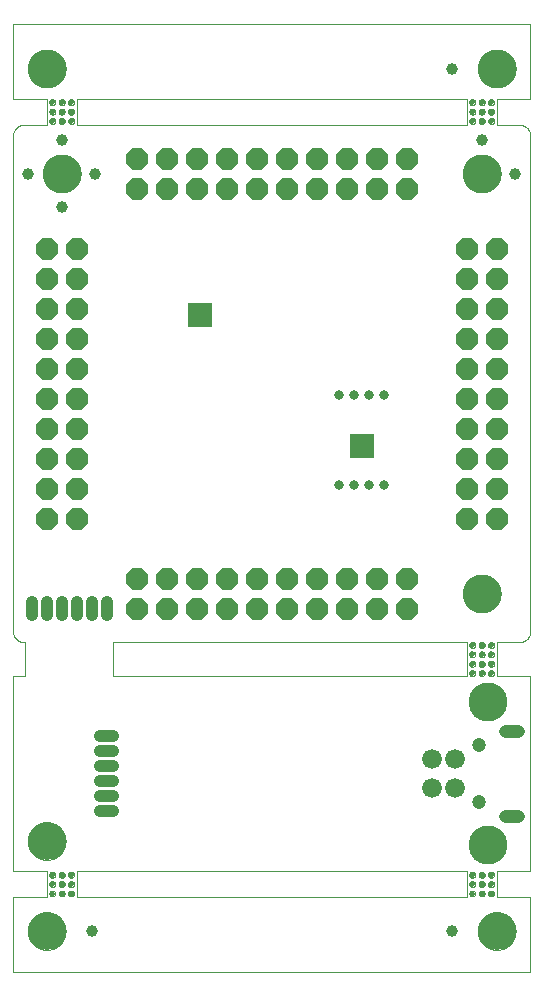
<source format=gbs>
G75*
%MOIN*%
%OFA0B0*%
%FSLAX25Y25*%
%IPPOS*%
%LPD*%
%AMOC8*
5,1,8,0,0,1.08239X$1,22.5*
%
%ADD10C,0.00000*%
%ADD11C,0.12598*%
%ADD12C,0.01969*%
%ADD13OC8,0.07400*%
%ADD14C,0.03937*%
%ADD15C,0.04134*%
%ADD16C,0.04245*%
%ADD17C,0.04724*%
%ADD18C,0.06600*%
%ADD19C,0.13000*%
%ADD20C,0.03169*%
%ADD21R,0.07874X0.07874*%
D10*
X0003000Y0001000D02*
X0175500Y0001000D01*
X0175500Y0026000D01*
X0164250Y0026000D01*
X0164250Y0034750D01*
X0175500Y0034750D01*
X0175500Y0099750D01*
X0164250Y0099750D01*
X0164250Y0111000D01*
X0171750Y0111000D01*
X0171870Y0111002D01*
X0171990Y0111008D01*
X0172110Y0111017D01*
X0172230Y0111031D01*
X0172348Y0111048D01*
X0172467Y0111069D01*
X0172584Y0111094D01*
X0172701Y0111123D01*
X0172817Y0111155D01*
X0172932Y0111191D01*
X0173045Y0111231D01*
X0173157Y0111274D01*
X0173268Y0111321D01*
X0173377Y0111371D01*
X0173485Y0111425D01*
X0173590Y0111483D01*
X0173694Y0111543D01*
X0173796Y0111607D01*
X0173895Y0111674D01*
X0173993Y0111745D01*
X0174088Y0111818D01*
X0174181Y0111895D01*
X0174271Y0111974D01*
X0174359Y0112056D01*
X0174444Y0112141D01*
X0174526Y0112229D01*
X0174605Y0112319D01*
X0174682Y0112412D01*
X0174755Y0112507D01*
X0174826Y0112605D01*
X0174893Y0112704D01*
X0174957Y0112806D01*
X0175017Y0112910D01*
X0175075Y0113015D01*
X0175129Y0113123D01*
X0175179Y0113232D01*
X0175226Y0113343D01*
X0175269Y0113455D01*
X0175309Y0113568D01*
X0175345Y0113683D01*
X0175377Y0113799D01*
X0175406Y0113916D01*
X0175431Y0114033D01*
X0175452Y0114152D01*
X0175469Y0114270D01*
X0175483Y0114390D01*
X0175492Y0114510D01*
X0175498Y0114630D01*
X0175500Y0114750D01*
X0175500Y0279750D01*
X0175498Y0279870D01*
X0175492Y0279990D01*
X0175483Y0280110D01*
X0175469Y0280230D01*
X0175452Y0280348D01*
X0175431Y0280467D01*
X0175406Y0280584D01*
X0175377Y0280701D01*
X0175345Y0280817D01*
X0175309Y0280932D01*
X0175269Y0281045D01*
X0175226Y0281157D01*
X0175179Y0281268D01*
X0175129Y0281377D01*
X0175075Y0281485D01*
X0175017Y0281590D01*
X0174957Y0281694D01*
X0174893Y0281796D01*
X0174826Y0281895D01*
X0174755Y0281993D01*
X0174682Y0282088D01*
X0174605Y0282181D01*
X0174526Y0282271D01*
X0174444Y0282359D01*
X0174359Y0282444D01*
X0174271Y0282526D01*
X0174181Y0282605D01*
X0174088Y0282682D01*
X0173993Y0282755D01*
X0173895Y0282826D01*
X0173796Y0282893D01*
X0173694Y0282957D01*
X0173590Y0283017D01*
X0173485Y0283075D01*
X0173377Y0283129D01*
X0173268Y0283179D01*
X0173157Y0283226D01*
X0173045Y0283269D01*
X0172932Y0283309D01*
X0172817Y0283345D01*
X0172701Y0283377D01*
X0172584Y0283406D01*
X0172467Y0283431D01*
X0172348Y0283452D01*
X0172230Y0283469D01*
X0172110Y0283483D01*
X0171990Y0283492D01*
X0171870Y0283498D01*
X0171750Y0283500D01*
X0164250Y0283500D01*
X0164250Y0292250D01*
X0175500Y0292250D01*
X0175500Y0317250D01*
X0003000Y0317250D01*
X0003000Y0292250D01*
X0014250Y0292250D01*
X0014250Y0283500D01*
X0006750Y0283500D01*
X0006630Y0283498D01*
X0006510Y0283492D01*
X0006390Y0283483D01*
X0006270Y0283469D01*
X0006152Y0283452D01*
X0006033Y0283431D01*
X0005916Y0283406D01*
X0005799Y0283377D01*
X0005683Y0283345D01*
X0005568Y0283309D01*
X0005455Y0283269D01*
X0005343Y0283226D01*
X0005232Y0283179D01*
X0005123Y0283129D01*
X0005015Y0283075D01*
X0004910Y0283017D01*
X0004806Y0282957D01*
X0004704Y0282893D01*
X0004605Y0282826D01*
X0004507Y0282755D01*
X0004412Y0282682D01*
X0004319Y0282605D01*
X0004229Y0282526D01*
X0004141Y0282444D01*
X0004056Y0282359D01*
X0003974Y0282271D01*
X0003895Y0282181D01*
X0003818Y0282088D01*
X0003745Y0281993D01*
X0003674Y0281895D01*
X0003607Y0281796D01*
X0003543Y0281694D01*
X0003483Y0281590D01*
X0003425Y0281485D01*
X0003371Y0281377D01*
X0003321Y0281268D01*
X0003274Y0281157D01*
X0003231Y0281045D01*
X0003191Y0280932D01*
X0003155Y0280817D01*
X0003123Y0280701D01*
X0003094Y0280584D01*
X0003069Y0280467D01*
X0003048Y0280348D01*
X0003031Y0280230D01*
X0003017Y0280110D01*
X0003008Y0279990D01*
X0003002Y0279870D01*
X0003000Y0279750D01*
X0003000Y0114750D01*
X0003002Y0114630D01*
X0003008Y0114510D01*
X0003017Y0114390D01*
X0003031Y0114270D01*
X0003048Y0114152D01*
X0003069Y0114033D01*
X0003094Y0113916D01*
X0003123Y0113799D01*
X0003155Y0113683D01*
X0003191Y0113568D01*
X0003231Y0113455D01*
X0003274Y0113343D01*
X0003321Y0113232D01*
X0003371Y0113123D01*
X0003425Y0113015D01*
X0003483Y0112910D01*
X0003543Y0112806D01*
X0003607Y0112704D01*
X0003674Y0112605D01*
X0003745Y0112507D01*
X0003818Y0112412D01*
X0003895Y0112319D01*
X0003974Y0112229D01*
X0004056Y0112141D01*
X0004141Y0112056D01*
X0004229Y0111974D01*
X0004319Y0111895D01*
X0004412Y0111818D01*
X0004507Y0111745D01*
X0004605Y0111674D01*
X0004704Y0111607D01*
X0004806Y0111543D01*
X0004910Y0111483D01*
X0005015Y0111425D01*
X0005123Y0111371D01*
X0005232Y0111321D01*
X0005343Y0111274D01*
X0005455Y0111231D01*
X0005568Y0111191D01*
X0005683Y0111155D01*
X0005799Y0111123D01*
X0005916Y0111094D01*
X0006033Y0111069D01*
X0006152Y0111048D01*
X0006270Y0111031D01*
X0006390Y0111017D01*
X0006510Y0111008D01*
X0006630Y0111002D01*
X0006750Y0111000D01*
X0007062Y0111000D01*
X0007062Y0099750D01*
X0003000Y0099750D01*
X0003000Y0034750D01*
X0014250Y0034750D01*
X0014250Y0026000D01*
X0003000Y0026000D01*
X0003000Y0001000D01*
X0007951Y0014750D02*
X0007953Y0014908D01*
X0007959Y0015066D01*
X0007969Y0015224D01*
X0007983Y0015382D01*
X0008001Y0015539D01*
X0008022Y0015696D01*
X0008048Y0015852D01*
X0008078Y0016008D01*
X0008111Y0016163D01*
X0008149Y0016316D01*
X0008190Y0016469D01*
X0008235Y0016621D01*
X0008284Y0016772D01*
X0008337Y0016921D01*
X0008393Y0017069D01*
X0008453Y0017215D01*
X0008517Y0017360D01*
X0008585Y0017503D01*
X0008656Y0017645D01*
X0008730Y0017785D01*
X0008808Y0017922D01*
X0008890Y0018058D01*
X0008974Y0018192D01*
X0009063Y0018323D01*
X0009154Y0018452D01*
X0009249Y0018579D01*
X0009346Y0018704D01*
X0009447Y0018826D01*
X0009551Y0018945D01*
X0009658Y0019062D01*
X0009768Y0019176D01*
X0009881Y0019287D01*
X0009996Y0019396D01*
X0010114Y0019501D01*
X0010235Y0019603D01*
X0010358Y0019703D01*
X0010484Y0019799D01*
X0010612Y0019892D01*
X0010742Y0019982D01*
X0010875Y0020068D01*
X0011010Y0020152D01*
X0011146Y0020231D01*
X0011285Y0020308D01*
X0011426Y0020380D01*
X0011568Y0020450D01*
X0011712Y0020515D01*
X0011858Y0020577D01*
X0012005Y0020635D01*
X0012154Y0020690D01*
X0012304Y0020741D01*
X0012455Y0020788D01*
X0012607Y0020831D01*
X0012760Y0020870D01*
X0012915Y0020906D01*
X0013070Y0020937D01*
X0013226Y0020965D01*
X0013382Y0020989D01*
X0013539Y0021009D01*
X0013697Y0021025D01*
X0013854Y0021037D01*
X0014013Y0021045D01*
X0014171Y0021049D01*
X0014329Y0021049D01*
X0014487Y0021045D01*
X0014646Y0021037D01*
X0014803Y0021025D01*
X0014961Y0021009D01*
X0015118Y0020989D01*
X0015274Y0020965D01*
X0015430Y0020937D01*
X0015585Y0020906D01*
X0015740Y0020870D01*
X0015893Y0020831D01*
X0016045Y0020788D01*
X0016196Y0020741D01*
X0016346Y0020690D01*
X0016495Y0020635D01*
X0016642Y0020577D01*
X0016788Y0020515D01*
X0016932Y0020450D01*
X0017074Y0020380D01*
X0017215Y0020308D01*
X0017354Y0020231D01*
X0017490Y0020152D01*
X0017625Y0020068D01*
X0017758Y0019982D01*
X0017888Y0019892D01*
X0018016Y0019799D01*
X0018142Y0019703D01*
X0018265Y0019603D01*
X0018386Y0019501D01*
X0018504Y0019396D01*
X0018619Y0019287D01*
X0018732Y0019176D01*
X0018842Y0019062D01*
X0018949Y0018945D01*
X0019053Y0018826D01*
X0019154Y0018704D01*
X0019251Y0018579D01*
X0019346Y0018452D01*
X0019437Y0018323D01*
X0019526Y0018192D01*
X0019610Y0018058D01*
X0019692Y0017922D01*
X0019770Y0017785D01*
X0019844Y0017645D01*
X0019915Y0017503D01*
X0019983Y0017360D01*
X0020047Y0017215D01*
X0020107Y0017069D01*
X0020163Y0016921D01*
X0020216Y0016772D01*
X0020265Y0016621D01*
X0020310Y0016469D01*
X0020351Y0016316D01*
X0020389Y0016163D01*
X0020422Y0016008D01*
X0020452Y0015852D01*
X0020478Y0015696D01*
X0020499Y0015539D01*
X0020517Y0015382D01*
X0020531Y0015224D01*
X0020541Y0015066D01*
X0020547Y0014908D01*
X0020549Y0014750D01*
X0020547Y0014592D01*
X0020541Y0014434D01*
X0020531Y0014276D01*
X0020517Y0014118D01*
X0020499Y0013961D01*
X0020478Y0013804D01*
X0020452Y0013648D01*
X0020422Y0013492D01*
X0020389Y0013337D01*
X0020351Y0013184D01*
X0020310Y0013031D01*
X0020265Y0012879D01*
X0020216Y0012728D01*
X0020163Y0012579D01*
X0020107Y0012431D01*
X0020047Y0012285D01*
X0019983Y0012140D01*
X0019915Y0011997D01*
X0019844Y0011855D01*
X0019770Y0011715D01*
X0019692Y0011578D01*
X0019610Y0011442D01*
X0019526Y0011308D01*
X0019437Y0011177D01*
X0019346Y0011048D01*
X0019251Y0010921D01*
X0019154Y0010796D01*
X0019053Y0010674D01*
X0018949Y0010555D01*
X0018842Y0010438D01*
X0018732Y0010324D01*
X0018619Y0010213D01*
X0018504Y0010104D01*
X0018386Y0009999D01*
X0018265Y0009897D01*
X0018142Y0009797D01*
X0018016Y0009701D01*
X0017888Y0009608D01*
X0017758Y0009518D01*
X0017625Y0009432D01*
X0017490Y0009348D01*
X0017354Y0009269D01*
X0017215Y0009192D01*
X0017074Y0009120D01*
X0016932Y0009050D01*
X0016788Y0008985D01*
X0016642Y0008923D01*
X0016495Y0008865D01*
X0016346Y0008810D01*
X0016196Y0008759D01*
X0016045Y0008712D01*
X0015893Y0008669D01*
X0015740Y0008630D01*
X0015585Y0008594D01*
X0015430Y0008563D01*
X0015274Y0008535D01*
X0015118Y0008511D01*
X0014961Y0008491D01*
X0014803Y0008475D01*
X0014646Y0008463D01*
X0014487Y0008455D01*
X0014329Y0008451D01*
X0014171Y0008451D01*
X0014013Y0008455D01*
X0013854Y0008463D01*
X0013697Y0008475D01*
X0013539Y0008491D01*
X0013382Y0008511D01*
X0013226Y0008535D01*
X0013070Y0008563D01*
X0012915Y0008594D01*
X0012760Y0008630D01*
X0012607Y0008669D01*
X0012455Y0008712D01*
X0012304Y0008759D01*
X0012154Y0008810D01*
X0012005Y0008865D01*
X0011858Y0008923D01*
X0011712Y0008985D01*
X0011568Y0009050D01*
X0011426Y0009120D01*
X0011285Y0009192D01*
X0011146Y0009269D01*
X0011010Y0009348D01*
X0010875Y0009432D01*
X0010742Y0009518D01*
X0010612Y0009608D01*
X0010484Y0009701D01*
X0010358Y0009797D01*
X0010235Y0009897D01*
X0010114Y0009999D01*
X0009996Y0010104D01*
X0009881Y0010213D01*
X0009768Y0010324D01*
X0009658Y0010438D01*
X0009551Y0010555D01*
X0009447Y0010674D01*
X0009346Y0010796D01*
X0009249Y0010921D01*
X0009154Y0011048D01*
X0009063Y0011177D01*
X0008974Y0011308D01*
X0008890Y0011442D01*
X0008808Y0011578D01*
X0008730Y0011715D01*
X0008656Y0011855D01*
X0008585Y0011997D01*
X0008517Y0012140D01*
X0008453Y0012285D01*
X0008393Y0012431D01*
X0008337Y0012579D01*
X0008284Y0012728D01*
X0008235Y0012879D01*
X0008190Y0013031D01*
X0008149Y0013184D01*
X0008111Y0013337D01*
X0008078Y0013492D01*
X0008048Y0013648D01*
X0008022Y0013804D01*
X0008001Y0013961D01*
X0007983Y0014118D01*
X0007969Y0014276D01*
X0007959Y0014434D01*
X0007953Y0014592D01*
X0007951Y0014750D01*
X0015141Y0027250D02*
X0015143Y0027312D01*
X0015149Y0027375D01*
X0015159Y0027436D01*
X0015173Y0027497D01*
X0015190Y0027557D01*
X0015211Y0027616D01*
X0015237Y0027673D01*
X0015265Y0027728D01*
X0015297Y0027782D01*
X0015333Y0027833D01*
X0015371Y0027883D01*
X0015413Y0027929D01*
X0015457Y0027973D01*
X0015505Y0028014D01*
X0015554Y0028052D01*
X0015606Y0028086D01*
X0015660Y0028117D01*
X0015716Y0028145D01*
X0015774Y0028169D01*
X0015833Y0028190D01*
X0015893Y0028206D01*
X0015954Y0028219D01*
X0016016Y0028228D01*
X0016078Y0028233D01*
X0016141Y0028234D01*
X0016203Y0028231D01*
X0016265Y0028224D01*
X0016327Y0028213D01*
X0016387Y0028198D01*
X0016447Y0028180D01*
X0016505Y0028158D01*
X0016562Y0028132D01*
X0016617Y0028102D01*
X0016670Y0028069D01*
X0016721Y0028033D01*
X0016769Y0027994D01*
X0016815Y0027951D01*
X0016858Y0027906D01*
X0016898Y0027858D01*
X0016935Y0027808D01*
X0016969Y0027755D01*
X0017000Y0027701D01*
X0017026Y0027645D01*
X0017050Y0027587D01*
X0017069Y0027527D01*
X0017085Y0027467D01*
X0017097Y0027405D01*
X0017105Y0027344D01*
X0017109Y0027281D01*
X0017109Y0027219D01*
X0017105Y0027156D01*
X0017097Y0027095D01*
X0017085Y0027033D01*
X0017069Y0026973D01*
X0017050Y0026913D01*
X0017026Y0026855D01*
X0017000Y0026799D01*
X0016969Y0026745D01*
X0016935Y0026692D01*
X0016898Y0026642D01*
X0016858Y0026594D01*
X0016815Y0026549D01*
X0016769Y0026506D01*
X0016721Y0026467D01*
X0016670Y0026431D01*
X0016617Y0026398D01*
X0016562Y0026368D01*
X0016505Y0026342D01*
X0016447Y0026320D01*
X0016387Y0026302D01*
X0016327Y0026287D01*
X0016265Y0026276D01*
X0016203Y0026269D01*
X0016141Y0026266D01*
X0016078Y0026267D01*
X0016016Y0026272D01*
X0015954Y0026281D01*
X0015893Y0026294D01*
X0015833Y0026310D01*
X0015774Y0026331D01*
X0015716Y0026355D01*
X0015660Y0026383D01*
X0015606Y0026414D01*
X0015554Y0026448D01*
X0015505Y0026486D01*
X0015457Y0026527D01*
X0015413Y0026571D01*
X0015371Y0026617D01*
X0015333Y0026667D01*
X0015297Y0026718D01*
X0015265Y0026772D01*
X0015237Y0026827D01*
X0015211Y0026884D01*
X0015190Y0026943D01*
X0015173Y0027003D01*
X0015159Y0027064D01*
X0015149Y0027125D01*
X0015143Y0027188D01*
X0015141Y0027250D01*
X0015141Y0030375D02*
X0015143Y0030437D01*
X0015149Y0030500D01*
X0015159Y0030561D01*
X0015173Y0030622D01*
X0015190Y0030682D01*
X0015211Y0030741D01*
X0015237Y0030798D01*
X0015265Y0030853D01*
X0015297Y0030907D01*
X0015333Y0030958D01*
X0015371Y0031008D01*
X0015413Y0031054D01*
X0015457Y0031098D01*
X0015505Y0031139D01*
X0015554Y0031177D01*
X0015606Y0031211D01*
X0015660Y0031242D01*
X0015716Y0031270D01*
X0015774Y0031294D01*
X0015833Y0031315D01*
X0015893Y0031331D01*
X0015954Y0031344D01*
X0016016Y0031353D01*
X0016078Y0031358D01*
X0016141Y0031359D01*
X0016203Y0031356D01*
X0016265Y0031349D01*
X0016327Y0031338D01*
X0016387Y0031323D01*
X0016447Y0031305D01*
X0016505Y0031283D01*
X0016562Y0031257D01*
X0016617Y0031227D01*
X0016670Y0031194D01*
X0016721Y0031158D01*
X0016769Y0031119D01*
X0016815Y0031076D01*
X0016858Y0031031D01*
X0016898Y0030983D01*
X0016935Y0030933D01*
X0016969Y0030880D01*
X0017000Y0030826D01*
X0017026Y0030770D01*
X0017050Y0030712D01*
X0017069Y0030652D01*
X0017085Y0030592D01*
X0017097Y0030530D01*
X0017105Y0030469D01*
X0017109Y0030406D01*
X0017109Y0030344D01*
X0017105Y0030281D01*
X0017097Y0030220D01*
X0017085Y0030158D01*
X0017069Y0030098D01*
X0017050Y0030038D01*
X0017026Y0029980D01*
X0017000Y0029924D01*
X0016969Y0029870D01*
X0016935Y0029817D01*
X0016898Y0029767D01*
X0016858Y0029719D01*
X0016815Y0029674D01*
X0016769Y0029631D01*
X0016721Y0029592D01*
X0016670Y0029556D01*
X0016617Y0029523D01*
X0016562Y0029493D01*
X0016505Y0029467D01*
X0016447Y0029445D01*
X0016387Y0029427D01*
X0016327Y0029412D01*
X0016265Y0029401D01*
X0016203Y0029394D01*
X0016141Y0029391D01*
X0016078Y0029392D01*
X0016016Y0029397D01*
X0015954Y0029406D01*
X0015893Y0029419D01*
X0015833Y0029435D01*
X0015774Y0029456D01*
X0015716Y0029480D01*
X0015660Y0029508D01*
X0015606Y0029539D01*
X0015554Y0029573D01*
X0015505Y0029611D01*
X0015457Y0029652D01*
X0015413Y0029696D01*
X0015371Y0029742D01*
X0015333Y0029792D01*
X0015297Y0029843D01*
X0015265Y0029897D01*
X0015237Y0029952D01*
X0015211Y0030009D01*
X0015190Y0030068D01*
X0015173Y0030128D01*
X0015159Y0030189D01*
X0015149Y0030250D01*
X0015143Y0030313D01*
X0015141Y0030375D01*
X0015141Y0033500D02*
X0015143Y0033562D01*
X0015149Y0033625D01*
X0015159Y0033686D01*
X0015173Y0033747D01*
X0015190Y0033807D01*
X0015211Y0033866D01*
X0015237Y0033923D01*
X0015265Y0033978D01*
X0015297Y0034032D01*
X0015333Y0034083D01*
X0015371Y0034133D01*
X0015413Y0034179D01*
X0015457Y0034223D01*
X0015505Y0034264D01*
X0015554Y0034302D01*
X0015606Y0034336D01*
X0015660Y0034367D01*
X0015716Y0034395D01*
X0015774Y0034419D01*
X0015833Y0034440D01*
X0015893Y0034456D01*
X0015954Y0034469D01*
X0016016Y0034478D01*
X0016078Y0034483D01*
X0016141Y0034484D01*
X0016203Y0034481D01*
X0016265Y0034474D01*
X0016327Y0034463D01*
X0016387Y0034448D01*
X0016447Y0034430D01*
X0016505Y0034408D01*
X0016562Y0034382D01*
X0016617Y0034352D01*
X0016670Y0034319D01*
X0016721Y0034283D01*
X0016769Y0034244D01*
X0016815Y0034201D01*
X0016858Y0034156D01*
X0016898Y0034108D01*
X0016935Y0034058D01*
X0016969Y0034005D01*
X0017000Y0033951D01*
X0017026Y0033895D01*
X0017050Y0033837D01*
X0017069Y0033777D01*
X0017085Y0033717D01*
X0017097Y0033655D01*
X0017105Y0033594D01*
X0017109Y0033531D01*
X0017109Y0033469D01*
X0017105Y0033406D01*
X0017097Y0033345D01*
X0017085Y0033283D01*
X0017069Y0033223D01*
X0017050Y0033163D01*
X0017026Y0033105D01*
X0017000Y0033049D01*
X0016969Y0032995D01*
X0016935Y0032942D01*
X0016898Y0032892D01*
X0016858Y0032844D01*
X0016815Y0032799D01*
X0016769Y0032756D01*
X0016721Y0032717D01*
X0016670Y0032681D01*
X0016617Y0032648D01*
X0016562Y0032618D01*
X0016505Y0032592D01*
X0016447Y0032570D01*
X0016387Y0032552D01*
X0016327Y0032537D01*
X0016265Y0032526D01*
X0016203Y0032519D01*
X0016141Y0032516D01*
X0016078Y0032517D01*
X0016016Y0032522D01*
X0015954Y0032531D01*
X0015893Y0032544D01*
X0015833Y0032560D01*
X0015774Y0032581D01*
X0015716Y0032605D01*
X0015660Y0032633D01*
X0015606Y0032664D01*
X0015554Y0032698D01*
X0015505Y0032736D01*
X0015457Y0032777D01*
X0015413Y0032821D01*
X0015371Y0032867D01*
X0015333Y0032917D01*
X0015297Y0032968D01*
X0015265Y0033022D01*
X0015237Y0033077D01*
X0015211Y0033134D01*
X0015190Y0033193D01*
X0015173Y0033253D01*
X0015159Y0033314D01*
X0015149Y0033375D01*
X0015143Y0033438D01*
X0015141Y0033500D01*
X0018266Y0033500D02*
X0018268Y0033562D01*
X0018274Y0033625D01*
X0018284Y0033686D01*
X0018298Y0033747D01*
X0018315Y0033807D01*
X0018336Y0033866D01*
X0018362Y0033923D01*
X0018390Y0033978D01*
X0018422Y0034032D01*
X0018458Y0034083D01*
X0018496Y0034133D01*
X0018538Y0034179D01*
X0018582Y0034223D01*
X0018630Y0034264D01*
X0018679Y0034302D01*
X0018731Y0034336D01*
X0018785Y0034367D01*
X0018841Y0034395D01*
X0018899Y0034419D01*
X0018958Y0034440D01*
X0019018Y0034456D01*
X0019079Y0034469D01*
X0019141Y0034478D01*
X0019203Y0034483D01*
X0019266Y0034484D01*
X0019328Y0034481D01*
X0019390Y0034474D01*
X0019452Y0034463D01*
X0019512Y0034448D01*
X0019572Y0034430D01*
X0019630Y0034408D01*
X0019687Y0034382D01*
X0019742Y0034352D01*
X0019795Y0034319D01*
X0019846Y0034283D01*
X0019894Y0034244D01*
X0019940Y0034201D01*
X0019983Y0034156D01*
X0020023Y0034108D01*
X0020060Y0034058D01*
X0020094Y0034005D01*
X0020125Y0033951D01*
X0020151Y0033895D01*
X0020175Y0033837D01*
X0020194Y0033777D01*
X0020210Y0033717D01*
X0020222Y0033655D01*
X0020230Y0033594D01*
X0020234Y0033531D01*
X0020234Y0033469D01*
X0020230Y0033406D01*
X0020222Y0033345D01*
X0020210Y0033283D01*
X0020194Y0033223D01*
X0020175Y0033163D01*
X0020151Y0033105D01*
X0020125Y0033049D01*
X0020094Y0032995D01*
X0020060Y0032942D01*
X0020023Y0032892D01*
X0019983Y0032844D01*
X0019940Y0032799D01*
X0019894Y0032756D01*
X0019846Y0032717D01*
X0019795Y0032681D01*
X0019742Y0032648D01*
X0019687Y0032618D01*
X0019630Y0032592D01*
X0019572Y0032570D01*
X0019512Y0032552D01*
X0019452Y0032537D01*
X0019390Y0032526D01*
X0019328Y0032519D01*
X0019266Y0032516D01*
X0019203Y0032517D01*
X0019141Y0032522D01*
X0019079Y0032531D01*
X0019018Y0032544D01*
X0018958Y0032560D01*
X0018899Y0032581D01*
X0018841Y0032605D01*
X0018785Y0032633D01*
X0018731Y0032664D01*
X0018679Y0032698D01*
X0018630Y0032736D01*
X0018582Y0032777D01*
X0018538Y0032821D01*
X0018496Y0032867D01*
X0018458Y0032917D01*
X0018422Y0032968D01*
X0018390Y0033022D01*
X0018362Y0033077D01*
X0018336Y0033134D01*
X0018315Y0033193D01*
X0018298Y0033253D01*
X0018284Y0033314D01*
X0018274Y0033375D01*
X0018268Y0033438D01*
X0018266Y0033500D01*
X0018266Y0030375D02*
X0018268Y0030437D01*
X0018274Y0030500D01*
X0018284Y0030561D01*
X0018298Y0030622D01*
X0018315Y0030682D01*
X0018336Y0030741D01*
X0018362Y0030798D01*
X0018390Y0030853D01*
X0018422Y0030907D01*
X0018458Y0030958D01*
X0018496Y0031008D01*
X0018538Y0031054D01*
X0018582Y0031098D01*
X0018630Y0031139D01*
X0018679Y0031177D01*
X0018731Y0031211D01*
X0018785Y0031242D01*
X0018841Y0031270D01*
X0018899Y0031294D01*
X0018958Y0031315D01*
X0019018Y0031331D01*
X0019079Y0031344D01*
X0019141Y0031353D01*
X0019203Y0031358D01*
X0019266Y0031359D01*
X0019328Y0031356D01*
X0019390Y0031349D01*
X0019452Y0031338D01*
X0019512Y0031323D01*
X0019572Y0031305D01*
X0019630Y0031283D01*
X0019687Y0031257D01*
X0019742Y0031227D01*
X0019795Y0031194D01*
X0019846Y0031158D01*
X0019894Y0031119D01*
X0019940Y0031076D01*
X0019983Y0031031D01*
X0020023Y0030983D01*
X0020060Y0030933D01*
X0020094Y0030880D01*
X0020125Y0030826D01*
X0020151Y0030770D01*
X0020175Y0030712D01*
X0020194Y0030652D01*
X0020210Y0030592D01*
X0020222Y0030530D01*
X0020230Y0030469D01*
X0020234Y0030406D01*
X0020234Y0030344D01*
X0020230Y0030281D01*
X0020222Y0030220D01*
X0020210Y0030158D01*
X0020194Y0030098D01*
X0020175Y0030038D01*
X0020151Y0029980D01*
X0020125Y0029924D01*
X0020094Y0029870D01*
X0020060Y0029817D01*
X0020023Y0029767D01*
X0019983Y0029719D01*
X0019940Y0029674D01*
X0019894Y0029631D01*
X0019846Y0029592D01*
X0019795Y0029556D01*
X0019742Y0029523D01*
X0019687Y0029493D01*
X0019630Y0029467D01*
X0019572Y0029445D01*
X0019512Y0029427D01*
X0019452Y0029412D01*
X0019390Y0029401D01*
X0019328Y0029394D01*
X0019266Y0029391D01*
X0019203Y0029392D01*
X0019141Y0029397D01*
X0019079Y0029406D01*
X0019018Y0029419D01*
X0018958Y0029435D01*
X0018899Y0029456D01*
X0018841Y0029480D01*
X0018785Y0029508D01*
X0018731Y0029539D01*
X0018679Y0029573D01*
X0018630Y0029611D01*
X0018582Y0029652D01*
X0018538Y0029696D01*
X0018496Y0029742D01*
X0018458Y0029792D01*
X0018422Y0029843D01*
X0018390Y0029897D01*
X0018362Y0029952D01*
X0018336Y0030009D01*
X0018315Y0030068D01*
X0018298Y0030128D01*
X0018284Y0030189D01*
X0018274Y0030250D01*
X0018268Y0030313D01*
X0018266Y0030375D01*
X0018266Y0027250D02*
X0018268Y0027312D01*
X0018274Y0027375D01*
X0018284Y0027436D01*
X0018298Y0027497D01*
X0018315Y0027557D01*
X0018336Y0027616D01*
X0018362Y0027673D01*
X0018390Y0027728D01*
X0018422Y0027782D01*
X0018458Y0027833D01*
X0018496Y0027883D01*
X0018538Y0027929D01*
X0018582Y0027973D01*
X0018630Y0028014D01*
X0018679Y0028052D01*
X0018731Y0028086D01*
X0018785Y0028117D01*
X0018841Y0028145D01*
X0018899Y0028169D01*
X0018958Y0028190D01*
X0019018Y0028206D01*
X0019079Y0028219D01*
X0019141Y0028228D01*
X0019203Y0028233D01*
X0019266Y0028234D01*
X0019328Y0028231D01*
X0019390Y0028224D01*
X0019452Y0028213D01*
X0019512Y0028198D01*
X0019572Y0028180D01*
X0019630Y0028158D01*
X0019687Y0028132D01*
X0019742Y0028102D01*
X0019795Y0028069D01*
X0019846Y0028033D01*
X0019894Y0027994D01*
X0019940Y0027951D01*
X0019983Y0027906D01*
X0020023Y0027858D01*
X0020060Y0027808D01*
X0020094Y0027755D01*
X0020125Y0027701D01*
X0020151Y0027645D01*
X0020175Y0027587D01*
X0020194Y0027527D01*
X0020210Y0027467D01*
X0020222Y0027405D01*
X0020230Y0027344D01*
X0020234Y0027281D01*
X0020234Y0027219D01*
X0020230Y0027156D01*
X0020222Y0027095D01*
X0020210Y0027033D01*
X0020194Y0026973D01*
X0020175Y0026913D01*
X0020151Y0026855D01*
X0020125Y0026799D01*
X0020094Y0026745D01*
X0020060Y0026692D01*
X0020023Y0026642D01*
X0019983Y0026594D01*
X0019940Y0026549D01*
X0019894Y0026506D01*
X0019846Y0026467D01*
X0019795Y0026431D01*
X0019742Y0026398D01*
X0019687Y0026368D01*
X0019630Y0026342D01*
X0019572Y0026320D01*
X0019512Y0026302D01*
X0019452Y0026287D01*
X0019390Y0026276D01*
X0019328Y0026269D01*
X0019266Y0026266D01*
X0019203Y0026267D01*
X0019141Y0026272D01*
X0019079Y0026281D01*
X0019018Y0026294D01*
X0018958Y0026310D01*
X0018899Y0026331D01*
X0018841Y0026355D01*
X0018785Y0026383D01*
X0018731Y0026414D01*
X0018679Y0026448D01*
X0018630Y0026486D01*
X0018582Y0026527D01*
X0018538Y0026571D01*
X0018496Y0026617D01*
X0018458Y0026667D01*
X0018422Y0026718D01*
X0018390Y0026772D01*
X0018362Y0026827D01*
X0018336Y0026884D01*
X0018315Y0026943D01*
X0018298Y0027003D01*
X0018284Y0027064D01*
X0018274Y0027125D01*
X0018268Y0027188D01*
X0018266Y0027250D01*
X0021391Y0027250D02*
X0021393Y0027312D01*
X0021399Y0027375D01*
X0021409Y0027436D01*
X0021423Y0027497D01*
X0021440Y0027557D01*
X0021461Y0027616D01*
X0021487Y0027673D01*
X0021515Y0027728D01*
X0021547Y0027782D01*
X0021583Y0027833D01*
X0021621Y0027883D01*
X0021663Y0027929D01*
X0021707Y0027973D01*
X0021755Y0028014D01*
X0021804Y0028052D01*
X0021856Y0028086D01*
X0021910Y0028117D01*
X0021966Y0028145D01*
X0022024Y0028169D01*
X0022083Y0028190D01*
X0022143Y0028206D01*
X0022204Y0028219D01*
X0022266Y0028228D01*
X0022328Y0028233D01*
X0022391Y0028234D01*
X0022453Y0028231D01*
X0022515Y0028224D01*
X0022577Y0028213D01*
X0022637Y0028198D01*
X0022697Y0028180D01*
X0022755Y0028158D01*
X0022812Y0028132D01*
X0022867Y0028102D01*
X0022920Y0028069D01*
X0022971Y0028033D01*
X0023019Y0027994D01*
X0023065Y0027951D01*
X0023108Y0027906D01*
X0023148Y0027858D01*
X0023185Y0027808D01*
X0023219Y0027755D01*
X0023250Y0027701D01*
X0023276Y0027645D01*
X0023300Y0027587D01*
X0023319Y0027527D01*
X0023335Y0027467D01*
X0023347Y0027405D01*
X0023355Y0027344D01*
X0023359Y0027281D01*
X0023359Y0027219D01*
X0023355Y0027156D01*
X0023347Y0027095D01*
X0023335Y0027033D01*
X0023319Y0026973D01*
X0023300Y0026913D01*
X0023276Y0026855D01*
X0023250Y0026799D01*
X0023219Y0026745D01*
X0023185Y0026692D01*
X0023148Y0026642D01*
X0023108Y0026594D01*
X0023065Y0026549D01*
X0023019Y0026506D01*
X0022971Y0026467D01*
X0022920Y0026431D01*
X0022867Y0026398D01*
X0022812Y0026368D01*
X0022755Y0026342D01*
X0022697Y0026320D01*
X0022637Y0026302D01*
X0022577Y0026287D01*
X0022515Y0026276D01*
X0022453Y0026269D01*
X0022391Y0026266D01*
X0022328Y0026267D01*
X0022266Y0026272D01*
X0022204Y0026281D01*
X0022143Y0026294D01*
X0022083Y0026310D01*
X0022024Y0026331D01*
X0021966Y0026355D01*
X0021910Y0026383D01*
X0021856Y0026414D01*
X0021804Y0026448D01*
X0021755Y0026486D01*
X0021707Y0026527D01*
X0021663Y0026571D01*
X0021621Y0026617D01*
X0021583Y0026667D01*
X0021547Y0026718D01*
X0021515Y0026772D01*
X0021487Y0026827D01*
X0021461Y0026884D01*
X0021440Y0026943D01*
X0021423Y0027003D01*
X0021409Y0027064D01*
X0021399Y0027125D01*
X0021393Y0027188D01*
X0021391Y0027250D01*
X0021391Y0030375D02*
X0021393Y0030437D01*
X0021399Y0030500D01*
X0021409Y0030561D01*
X0021423Y0030622D01*
X0021440Y0030682D01*
X0021461Y0030741D01*
X0021487Y0030798D01*
X0021515Y0030853D01*
X0021547Y0030907D01*
X0021583Y0030958D01*
X0021621Y0031008D01*
X0021663Y0031054D01*
X0021707Y0031098D01*
X0021755Y0031139D01*
X0021804Y0031177D01*
X0021856Y0031211D01*
X0021910Y0031242D01*
X0021966Y0031270D01*
X0022024Y0031294D01*
X0022083Y0031315D01*
X0022143Y0031331D01*
X0022204Y0031344D01*
X0022266Y0031353D01*
X0022328Y0031358D01*
X0022391Y0031359D01*
X0022453Y0031356D01*
X0022515Y0031349D01*
X0022577Y0031338D01*
X0022637Y0031323D01*
X0022697Y0031305D01*
X0022755Y0031283D01*
X0022812Y0031257D01*
X0022867Y0031227D01*
X0022920Y0031194D01*
X0022971Y0031158D01*
X0023019Y0031119D01*
X0023065Y0031076D01*
X0023108Y0031031D01*
X0023148Y0030983D01*
X0023185Y0030933D01*
X0023219Y0030880D01*
X0023250Y0030826D01*
X0023276Y0030770D01*
X0023300Y0030712D01*
X0023319Y0030652D01*
X0023335Y0030592D01*
X0023347Y0030530D01*
X0023355Y0030469D01*
X0023359Y0030406D01*
X0023359Y0030344D01*
X0023355Y0030281D01*
X0023347Y0030220D01*
X0023335Y0030158D01*
X0023319Y0030098D01*
X0023300Y0030038D01*
X0023276Y0029980D01*
X0023250Y0029924D01*
X0023219Y0029870D01*
X0023185Y0029817D01*
X0023148Y0029767D01*
X0023108Y0029719D01*
X0023065Y0029674D01*
X0023019Y0029631D01*
X0022971Y0029592D01*
X0022920Y0029556D01*
X0022867Y0029523D01*
X0022812Y0029493D01*
X0022755Y0029467D01*
X0022697Y0029445D01*
X0022637Y0029427D01*
X0022577Y0029412D01*
X0022515Y0029401D01*
X0022453Y0029394D01*
X0022391Y0029391D01*
X0022328Y0029392D01*
X0022266Y0029397D01*
X0022204Y0029406D01*
X0022143Y0029419D01*
X0022083Y0029435D01*
X0022024Y0029456D01*
X0021966Y0029480D01*
X0021910Y0029508D01*
X0021856Y0029539D01*
X0021804Y0029573D01*
X0021755Y0029611D01*
X0021707Y0029652D01*
X0021663Y0029696D01*
X0021621Y0029742D01*
X0021583Y0029792D01*
X0021547Y0029843D01*
X0021515Y0029897D01*
X0021487Y0029952D01*
X0021461Y0030009D01*
X0021440Y0030068D01*
X0021423Y0030128D01*
X0021409Y0030189D01*
X0021399Y0030250D01*
X0021393Y0030313D01*
X0021391Y0030375D01*
X0021391Y0033500D02*
X0021393Y0033562D01*
X0021399Y0033625D01*
X0021409Y0033686D01*
X0021423Y0033747D01*
X0021440Y0033807D01*
X0021461Y0033866D01*
X0021487Y0033923D01*
X0021515Y0033978D01*
X0021547Y0034032D01*
X0021583Y0034083D01*
X0021621Y0034133D01*
X0021663Y0034179D01*
X0021707Y0034223D01*
X0021755Y0034264D01*
X0021804Y0034302D01*
X0021856Y0034336D01*
X0021910Y0034367D01*
X0021966Y0034395D01*
X0022024Y0034419D01*
X0022083Y0034440D01*
X0022143Y0034456D01*
X0022204Y0034469D01*
X0022266Y0034478D01*
X0022328Y0034483D01*
X0022391Y0034484D01*
X0022453Y0034481D01*
X0022515Y0034474D01*
X0022577Y0034463D01*
X0022637Y0034448D01*
X0022697Y0034430D01*
X0022755Y0034408D01*
X0022812Y0034382D01*
X0022867Y0034352D01*
X0022920Y0034319D01*
X0022971Y0034283D01*
X0023019Y0034244D01*
X0023065Y0034201D01*
X0023108Y0034156D01*
X0023148Y0034108D01*
X0023185Y0034058D01*
X0023219Y0034005D01*
X0023250Y0033951D01*
X0023276Y0033895D01*
X0023300Y0033837D01*
X0023319Y0033777D01*
X0023335Y0033717D01*
X0023347Y0033655D01*
X0023355Y0033594D01*
X0023359Y0033531D01*
X0023359Y0033469D01*
X0023355Y0033406D01*
X0023347Y0033345D01*
X0023335Y0033283D01*
X0023319Y0033223D01*
X0023300Y0033163D01*
X0023276Y0033105D01*
X0023250Y0033049D01*
X0023219Y0032995D01*
X0023185Y0032942D01*
X0023148Y0032892D01*
X0023108Y0032844D01*
X0023065Y0032799D01*
X0023019Y0032756D01*
X0022971Y0032717D01*
X0022920Y0032681D01*
X0022867Y0032648D01*
X0022812Y0032618D01*
X0022755Y0032592D01*
X0022697Y0032570D01*
X0022637Y0032552D01*
X0022577Y0032537D01*
X0022515Y0032526D01*
X0022453Y0032519D01*
X0022391Y0032516D01*
X0022328Y0032517D01*
X0022266Y0032522D01*
X0022204Y0032531D01*
X0022143Y0032544D01*
X0022083Y0032560D01*
X0022024Y0032581D01*
X0021966Y0032605D01*
X0021910Y0032633D01*
X0021856Y0032664D01*
X0021804Y0032698D01*
X0021755Y0032736D01*
X0021707Y0032777D01*
X0021663Y0032821D01*
X0021621Y0032867D01*
X0021583Y0032917D01*
X0021547Y0032968D01*
X0021515Y0033022D01*
X0021487Y0033077D01*
X0021461Y0033134D01*
X0021440Y0033193D01*
X0021423Y0033253D01*
X0021409Y0033314D01*
X0021399Y0033375D01*
X0021393Y0033438D01*
X0021391Y0033500D01*
X0024250Y0034750D02*
X0024250Y0026000D01*
X0154250Y0026000D01*
X0154250Y0034750D01*
X0024250Y0034750D01*
X0007951Y0044750D02*
X0007953Y0044908D01*
X0007959Y0045066D01*
X0007969Y0045224D01*
X0007983Y0045382D01*
X0008001Y0045539D01*
X0008022Y0045696D01*
X0008048Y0045852D01*
X0008078Y0046008D01*
X0008111Y0046163D01*
X0008149Y0046316D01*
X0008190Y0046469D01*
X0008235Y0046621D01*
X0008284Y0046772D01*
X0008337Y0046921D01*
X0008393Y0047069D01*
X0008453Y0047215D01*
X0008517Y0047360D01*
X0008585Y0047503D01*
X0008656Y0047645D01*
X0008730Y0047785D01*
X0008808Y0047922D01*
X0008890Y0048058D01*
X0008974Y0048192D01*
X0009063Y0048323D01*
X0009154Y0048452D01*
X0009249Y0048579D01*
X0009346Y0048704D01*
X0009447Y0048826D01*
X0009551Y0048945D01*
X0009658Y0049062D01*
X0009768Y0049176D01*
X0009881Y0049287D01*
X0009996Y0049396D01*
X0010114Y0049501D01*
X0010235Y0049603D01*
X0010358Y0049703D01*
X0010484Y0049799D01*
X0010612Y0049892D01*
X0010742Y0049982D01*
X0010875Y0050068D01*
X0011010Y0050152D01*
X0011146Y0050231D01*
X0011285Y0050308D01*
X0011426Y0050380D01*
X0011568Y0050450D01*
X0011712Y0050515D01*
X0011858Y0050577D01*
X0012005Y0050635D01*
X0012154Y0050690D01*
X0012304Y0050741D01*
X0012455Y0050788D01*
X0012607Y0050831D01*
X0012760Y0050870D01*
X0012915Y0050906D01*
X0013070Y0050937D01*
X0013226Y0050965D01*
X0013382Y0050989D01*
X0013539Y0051009D01*
X0013697Y0051025D01*
X0013854Y0051037D01*
X0014013Y0051045D01*
X0014171Y0051049D01*
X0014329Y0051049D01*
X0014487Y0051045D01*
X0014646Y0051037D01*
X0014803Y0051025D01*
X0014961Y0051009D01*
X0015118Y0050989D01*
X0015274Y0050965D01*
X0015430Y0050937D01*
X0015585Y0050906D01*
X0015740Y0050870D01*
X0015893Y0050831D01*
X0016045Y0050788D01*
X0016196Y0050741D01*
X0016346Y0050690D01*
X0016495Y0050635D01*
X0016642Y0050577D01*
X0016788Y0050515D01*
X0016932Y0050450D01*
X0017074Y0050380D01*
X0017215Y0050308D01*
X0017354Y0050231D01*
X0017490Y0050152D01*
X0017625Y0050068D01*
X0017758Y0049982D01*
X0017888Y0049892D01*
X0018016Y0049799D01*
X0018142Y0049703D01*
X0018265Y0049603D01*
X0018386Y0049501D01*
X0018504Y0049396D01*
X0018619Y0049287D01*
X0018732Y0049176D01*
X0018842Y0049062D01*
X0018949Y0048945D01*
X0019053Y0048826D01*
X0019154Y0048704D01*
X0019251Y0048579D01*
X0019346Y0048452D01*
X0019437Y0048323D01*
X0019526Y0048192D01*
X0019610Y0048058D01*
X0019692Y0047922D01*
X0019770Y0047785D01*
X0019844Y0047645D01*
X0019915Y0047503D01*
X0019983Y0047360D01*
X0020047Y0047215D01*
X0020107Y0047069D01*
X0020163Y0046921D01*
X0020216Y0046772D01*
X0020265Y0046621D01*
X0020310Y0046469D01*
X0020351Y0046316D01*
X0020389Y0046163D01*
X0020422Y0046008D01*
X0020452Y0045852D01*
X0020478Y0045696D01*
X0020499Y0045539D01*
X0020517Y0045382D01*
X0020531Y0045224D01*
X0020541Y0045066D01*
X0020547Y0044908D01*
X0020549Y0044750D01*
X0020547Y0044592D01*
X0020541Y0044434D01*
X0020531Y0044276D01*
X0020517Y0044118D01*
X0020499Y0043961D01*
X0020478Y0043804D01*
X0020452Y0043648D01*
X0020422Y0043492D01*
X0020389Y0043337D01*
X0020351Y0043184D01*
X0020310Y0043031D01*
X0020265Y0042879D01*
X0020216Y0042728D01*
X0020163Y0042579D01*
X0020107Y0042431D01*
X0020047Y0042285D01*
X0019983Y0042140D01*
X0019915Y0041997D01*
X0019844Y0041855D01*
X0019770Y0041715D01*
X0019692Y0041578D01*
X0019610Y0041442D01*
X0019526Y0041308D01*
X0019437Y0041177D01*
X0019346Y0041048D01*
X0019251Y0040921D01*
X0019154Y0040796D01*
X0019053Y0040674D01*
X0018949Y0040555D01*
X0018842Y0040438D01*
X0018732Y0040324D01*
X0018619Y0040213D01*
X0018504Y0040104D01*
X0018386Y0039999D01*
X0018265Y0039897D01*
X0018142Y0039797D01*
X0018016Y0039701D01*
X0017888Y0039608D01*
X0017758Y0039518D01*
X0017625Y0039432D01*
X0017490Y0039348D01*
X0017354Y0039269D01*
X0017215Y0039192D01*
X0017074Y0039120D01*
X0016932Y0039050D01*
X0016788Y0038985D01*
X0016642Y0038923D01*
X0016495Y0038865D01*
X0016346Y0038810D01*
X0016196Y0038759D01*
X0016045Y0038712D01*
X0015893Y0038669D01*
X0015740Y0038630D01*
X0015585Y0038594D01*
X0015430Y0038563D01*
X0015274Y0038535D01*
X0015118Y0038511D01*
X0014961Y0038491D01*
X0014803Y0038475D01*
X0014646Y0038463D01*
X0014487Y0038455D01*
X0014329Y0038451D01*
X0014171Y0038451D01*
X0014013Y0038455D01*
X0013854Y0038463D01*
X0013697Y0038475D01*
X0013539Y0038491D01*
X0013382Y0038511D01*
X0013226Y0038535D01*
X0013070Y0038563D01*
X0012915Y0038594D01*
X0012760Y0038630D01*
X0012607Y0038669D01*
X0012455Y0038712D01*
X0012304Y0038759D01*
X0012154Y0038810D01*
X0012005Y0038865D01*
X0011858Y0038923D01*
X0011712Y0038985D01*
X0011568Y0039050D01*
X0011426Y0039120D01*
X0011285Y0039192D01*
X0011146Y0039269D01*
X0011010Y0039348D01*
X0010875Y0039432D01*
X0010742Y0039518D01*
X0010612Y0039608D01*
X0010484Y0039701D01*
X0010358Y0039797D01*
X0010235Y0039897D01*
X0010114Y0039999D01*
X0009996Y0040104D01*
X0009881Y0040213D01*
X0009768Y0040324D01*
X0009658Y0040438D01*
X0009551Y0040555D01*
X0009447Y0040674D01*
X0009346Y0040796D01*
X0009249Y0040921D01*
X0009154Y0041048D01*
X0009063Y0041177D01*
X0008974Y0041308D01*
X0008890Y0041442D01*
X0008808Y0041578D01*
X0008730Y0041715D01*
X0008656Y0041855D01*
X0008585Y0041997D01*
X0008517Y0042140D01*
X0008453Y0042285D01*
X0008393Y0042431D01*
X0008337Y0042579D01*
X0008284Y0042728D01*
X0008235Y0042879D01*
X0008190Y0043031D01*
X0008149Y0043184D01*
X0008111Y0043337D01*
X0008078Y0043492D01*
X0008048Y0043648D01*
X0008022Y0043804D01*
X0008001Y0043961D01*
X0007983Y0044118D01*
X0007969Y0044276D01*
X0007959Y0044434D01*
X0007953Y0044592D01*
X0007951Y0044750D01*
X0036438Y0099750D02*
X0036438Y0111000D01*
X0154250Y0111000D01*
X0154250Y0099750D01*
X0036438Y0099750D01*
X0012951Y0267250D02*
X0012953Y0267408D01*
X0012959Y0267566D01*
X0012969Y0267724D01*
X0012983Y0267882D01*
X0013001Y0268039D01*
X0013022Y0268196D01*
X0013048Y0268352D01*
X0013078Y0268508D01*
X0013111Y0268663D01*
X0013149Y0268816D01*
X0013190Y0268969D01*
X0013235Y0269121D01*
X0013284Y0269272D01*
X0013337Y0269421D01*
X0013393Y0269569D01*
X0013453Y0269715D01*
X0013517Y0269860D01*
X0013585Y0270003D01*
X0013656Y0270145D01*
X0013730Y0270285D01*
X0013808Y0270422D01*
X0013890Y0270558D01*
X0013974Y0270692D01*
X0014063Y0270823D01*
X0014154Y0270952D01*
X0014249Y0271079D01*
X0014346Y0271204D01*
X0014447Y0271326D01*
X0014551Y0271445D01*
X0014658Y0271562D01*
X0014768Y0271676D01*
X0014881Y0271787D01*
X0014996Y0271896D01*
X0015114Y0272001D01*
X0015235Y0272103D01*
X0015358Y0272203D01*
X0015484Y0272299D01*
X0015612Y0272392D01*
X0015742Y0272482D01*
X0015875Y0272568D01*
X0016010Y0272652D01*
X0016146Y0272731D01*
X0016285Y0272808D01*
X0016426Y0272880D01*
X0016568Y0272950D01*
X0016712Y0273015D01*
X0016858Y0273077D01*
X0017005Y0273135D01*
X0017154Y0273190D01*
X0017304Y0273241D01*
X0017455Y0273288D01*
X0017607Y0273331D01*
X0017760Y0273370D01*
X0017915Y0273406D01*
X0018070Y0273437D01*
X0018226Y0273465D01*
X0018382Y0273489D01*
X0018539Y0273509D01*
X0018697Y0273525D01*
X0018854Y0273537D01*
X0019013Y0273545D01*
X0019171Y0273549D01*
X0019329Y0273549D01*
X0019487Y0273545D01*
X0019646Y0273537D01*
X0019803Y0273525D01*
X0019961Y0273509D01*
X0020118Y0273489D01*
X0020274Y0273465D01*
X0020430Y0273437D01*
X0020585Y0273406D01*
X0020740Y0273370D01*
X0020893Y0273331D01*
X0021045Y0273288D01*
X0021196Y0273241D01*
X0021346Y0273190D01*
X0021495Y0273135D01*
X0021642Y0273077D01*
X0021788Y0273015D01*
X0021932Y0272950D01*
X0022074Y0272880D01*
X0022215Y0272808D01*
X0022354Y0272731D01*
X0022490Y0272652D01*
X0022625Y0272568D01*
X0022758Y0272482D01*
X0022888Y0272392D01*
X0023016Y0272299D01*
X0023142Y0272203D01*
X0023265Y0272103D01*
X0023386Y0272001D01*
X0023504Y0271896D01*
X0023619Y0271787D01*
X0023732Y0271676D01*
X0023842Y0271562D01*
X0023949Y0271445D01*
X0024053Y0271326D01*
X0024154Y0271204D01*
X0024251Y0271079D01*
X0024346Y0270952D01*
X0024437Y0270823D01*
X0024526Y0270692D01*
X0024610Y0270558D01*
X0024692Y0270422D01*
X0024770Y0270285D01*
X0024844Y0270145D01*
X0024915Y0270003D01*
X0024983Y0269860D01*
X0025047Y0269715D01*
X0025107Y0269569D01*
X0025163Y0269421D01*
X0025216Y0269272D01*
X0025265Y0269121D01*
X0025310Y0268969D01*
X0025351Y0268816D01*
X0025389Y0268663D01*
X0025422Y0268508D01*
X0025452Y0268352D01*
X0025478Y0268196D01*
X0025499Y0268039D01*
X0025517Y0267882D01*
X0025531Y0267724D01*
X0025541Y0267566D01*
X0025547Y0267408D01*
X0025549Y0267250D01*
X0025547Y0267092D01*
X0025541Y0266934D01*
X0025531Y0266776D01*
X0025517Y0266618D01*
X0025499Y0266461D01*
X0025478Y0266304D01*
X0025452Y0266148D01*
X0025422Y0265992D01*
X0025389Y0265837D01*
X0025351Y0265684D01*
X0025310Y0265531D01*
X0025265Y0265379D01*
X0025216Y0265228D01*
X0025163Y0265079D01*
X0025107Y0264931D01*
X0025047Y0264785D01*
X0024983Y0264640D01*
X0024915Y0264497D01*
X0024844Y0264355D01*
X0024770Y0264215D01*
X0024692Y0264078D01*
X0024610Y0263942D01*
X0024526Y0263808D01*
X0024437Y0263677D01*
X0024346Y0263548D01*
X0024251Y0263421D01*
X0024154Y0263296D01*
X0024053Y0263174D01*
X0023949Y0263055D01*
X0023842Y0262938D01*
X0023732Y0262824D01*
X0023619Y0262713D01*
X0023504Y0262604D01*
X0023386Y0262499D01*
X0023265Y0262397D01*
X0023142Y0262297D01*
X0023016Y0262201D01*
X0022888Y0262108D01*
X0022758Y0262018D01*
X0022625Y0261932D01*
X0022490Y0261848D01*
X0022354Y0261769D01*
X0022215Y0261692D01*
X0022074Y0261620D01*
X0021932Y0261550D01*
X0021788Y0261485D01*
X0021642Y0261423D01*
X0021495Y0261365D01*
X0021346Y0261310D01*
X0021196Y0261259D01*
X0021045Y0261212D01*
X0020893Y0261169D01*
X0020740Y0261130D01*
X0020585Y0261094D01*
X0020430Y0261063D01*
X0020274Y0261035D01*
X0020118Y0261011D01*
X0019961Y0260991D01*
X0019803Y0260975D01*
X0019646Y0260963D01*
X0019487Y0260955D01*
X0019329Y0260951D01*
X0019171Y0260951D01*
X0019013Y0260955D01*
X0018854Y0260963D01*
X0018697Y0260975D01*
X0018539Y0260991D01*
X0018382Y0261011D01*
X0018226Y0261035D01*
X0018070Y0261063D01*
X0017915Y0261094D01*
X0017760Y0261130D01*
X0017607Y0261169D01*
X0017455Y0261212D01*
X0017304Y0261259D01*
X0017154Y0261310D01*
X0017005Y0261365D01*
X0016858Y0261423D01*
X0016712Y0261485D01*
X0016568Y0261550D01*
X0016426Y0261620D01*
X0016285Y0261692D01*
X0016146Y0261769D01*
X0016010Y0261848D01*
X0015875Y0261932D01*
X0015742Y0262018D01*
X0015612Y0262108D01*
X0015484Y0262201D01*
X0015358Y0262297D01*
X0015235Y0262397D01*
X0015114Y0262499D01*
X0014996Y0262604D01*
X0014881Y0262713D01*
X0014768Y0262824D01*
X0014658Y0262938D01*
X0014551Y0263055D01*
X0014447Y0263174D01*
X0014346Y0263296D01*
X0014249Y0263421D01*
X0014154Y0263548D01*
X0014063Y0263677D01*
X0013974Y0263808D01*
X0013890Y0263942D01*
X0013808Y0264078D01*
X0013730Y0264215D01*
X0013656Y0264355D01*
X0013585Y0264497D01*
X0013517Y0264640D01*
X0013453Y0264785D01*
X0013393Y0264931D01*
X0013337Y0265079D01*
X0013284Y0265228D01*
X0013235Y0265379D01*
X0013190Y0265531D01*
X0013149Y0265684D01*
X0013111Y0265837D01*
X0013078Y0265992D01*
X0013048Y0266148D01*
X0013022Y0266304D01*
X0013001Y0266461D01*
X0012983Y0266618D01*
X0012969Y0266776D01*
X0012959Y0266934D01*
X0012953Y0267092D01*
X0012951Y0267250D01*
X0015141Y0284750D02*
X0015143Y0284812D01*
X0015149Y0284875D01*
X0015159Y0284936D01*
X0015173Y0284997D01*
X0015190Y0285057D01*
X0015211Y0285116D01*
X0015237Y0285173D01*
X0015265Y0285228D01*
X0015297Y0285282D01*
X0015333Y0285333D01*
X0015371Y0285383D01*
X0015413Y0285429D01*
X0015457Y0285473D01*
X0015505Y0285514D01*
X0015554Y0285552D01*
X0015606Y0285586D01*
X0015660Y0285617D01*
X0015716Y0285645D01*
X0015774Y0285669D01*
X0015833Y0285690D01*
X0015893Y0285706D01*
X0015954Y0285719D01*
X0016016Y0285728D01*
X0016078Y0285733D01*
X0016141Y0285734D01*
X0016203Y0285731D01*
X0016265Y0285724D01*
X0016327Y0285713D01*
X0016387Y0285698D01*
X0016447Y0285680D01*
X0016505Y0285658D01*
X0016562Y0285632D01*
X0016617Y0285602D01*
X0016670Y0285569D01*
X0016721Y0285533D01*
X0016769Y0285494D01*
X0016815Y0285451D01*
X0016858Y0285406D01*
X0016898Y0285358D01*
X0016935Y0285308D01*
X0016969Y0285255D01*
X0017000Y0285201D01*
X0017026Y0285145D01*
X0017050Y0285087D01*
X0017069Y0285027D01*
X0017085Y0284967D01*
X0017097Y0284905D01*
X0017105Y0284844D01*
X0017109Y0284781D01*
X0017109Y0284719D01*
X0017105Y0284656D01*
X0017097Y0284595D01*
X0017085Y0284533D01*
X0017069Y0284473D01*
X0017050Y0284413D01*
X0017026Y0284355D01*
X0017000Y0284299D01*
X0016969Y0284245D01*
X0016935Y0284192D01*
X0016898Y0284142D01*
X0016858Y0284094D01*
X0016815Y0284049D01*
X0016769Y0284006D01*
X0016721Y0283967D01*
X0016670Y0283931D01*
X0016617Y0283898D01*
X0016562Y0283868D01*
X0016505Y0283842D01*
X0016447Y0283820D01*
X0016387Y0283802D01*
X0016327Y0283787D01*
X0016265Y0283776D01*
X0016203Y0283769D01*
X0016141Y0283766D01*
X0016078Y0283767D01*
X0016016Y0283772D01*
X0015954Y0283781D01*
X0015893Y0283794D01*
X0015833Y0283810D01*
X0015774Y0283831D01*
X0015716Y0283855D01*
X0015660Y0283883D01*
X0015606Y0283914D01*
X0015554Y0283948D01*
X0015505Y0283986D01*
X0015457Y0284027D01*
X0015413Y0284071D01*
X0015371Y0284117D01*
X0015333Y0284167D01*
X0015297Y0284218D01*
X0015265Y0284272D01*
X0015237Y0284327D01*
X0015211Y0284384D01*
X0015190Y0284443D01*
X0015173Y0284503D01*
X0015159Y0284564D01*
X0015149Y0284625D01*
X0015143Y0284688D01*
X0015141Y0284750D01*
X0015141Y0287875D02*
X0015143Y0287937D01*
X0015149Y0288000D01*
X0015159Y0288061D01*
X0015173Y0288122D01*
X0015190Y0288182D01*
X0015211Y0288241D01*
X0015237Y0288298D01*
X0015265Y0288353D01*
X0015297Y0288407D01*
X0015333Y0288458D01*
X0015371Y0288508D01*
X0015413Y0288554D01*
X0015457Y0288598D01*
X0015505Y0288639D01*
X0015554Y0288677D01*
X0015606Y0288711D01*
X0015660Y0288742D01*
X0015716Y0288770D01*
X0015774Y0288794D01*
X0015833Y0288815D01*
X0015893Y0288831D01*
X0015954Y0288844D01*
X0016016Y0288853D01*
X0016078Y0288858D01*
X0016141Y0288859D01*
X0016203Y0288856D01*
X0016265Y0288849D01*
X0016327Y0288838D01*
X0016387Y0288823D01*
X0016447Y0288805D01*
X0016505Y0288783D01*
X0016562Y0288757D01*
X0016617Y0288727D01*
X0016670Y0288694D01*
X0016721Y0288658D01*
X0016769Y0288619D01*
X0016815Y0288576D01*
X0016858Y0288531D01*
X0016898Y0288483D01*
X0016935Y0288433D01*
X0016969Y0288380D01*
X0017000Y0288326D01*
X0017026Y0288270D01*
X0017050Y0288212D01*
X0017069Y0288152D01*
X0017085Y0288092D01*
X0017097Y0288030D01*
X0017105Y0287969D01*
X0017109Y0287906D01*
X0017109Y0287844D01*
X0017105Y0287781D01*
X0017097Y0287720D01*
X0017085Y0287658D01*
X0017069Y0287598D01*
X0017050Y0287538D01*
X0017026Y0287480D01*
X0017000Y0287424D01*
X0016969Y0287370D01*
X0016935Y0287317D01*
X0016898Y0287267D01*
X0016858Y0287219D01*
X0016815Y0287174D01*
X0016769Y0287131D01*
X0016721Y0287092D01*
X0016670Y0287056D01*
X0016617Y0287023D01*
X0016562Y0286993D01*
X0016505Y0286967D01*
X0016447Y0286945D01*
X0016387Y0286927D01*
X0016327Y0286912D01*
X0016265Y0286901D01*
X0016203Y0286894D01*
X0016141Y0286891D01*
X0016078Y0286892D01*
X0016016Y0286897D01*
X0015954Y0286906D01*
X0015893Y0286919D01*
X0015833Y0286935D01*
X0015774Y0286956D01*
X0015716Y0286980D01*
X0015660Y0287008D01*
X0015606Y0287039D01*
X0015554Y0287073D01*
X0015505Y0287111D01*
X0015457Y0287152D01*
X0015413Y0287196D01*
X0015371Y0287242D01*
X0015333Y0287292D01*
X0015297Y0287343D01*
X0015265Y0287397D01*
X0015237Y0287452D01*
X0015211Y0287509D01*
X0015190Y0287568D01*
X0015173Y0287628D01*
X0015159Y0287689D01*
X0015149Y0287750D01*
X0015143Y0287813D01*
X0015141Y0287875D01*
X0015141Y0291000D02*
X0015143Y0291062D01*
X0015149Y0291125D01*
X0015159Y0291186D01*
X0015173Y0291247D01*
X0015190Y0291307D01*
X0015211Y0291366D01*
X0015237Y0291423D01*
X0015265Y0291478D01*
X0015297Y0291532D01*
X0015333Y0291583D01*
X0015371Y0291633D01*
X0015413Y0291679D01*
X0015457Y0291723D01*
X0015505Y0291764D01*
X0015554Y0291802D01*
X0015606Y0291836D01*
X0015660Y0291867D01*
X0015716Y0291895D01*
X0015774Y0291919D01*
X0015833Y0291940D01*
X0015893Y0291956D01*
X0015954Y0291969D01*
X0016016Y0291978D01*
X0016078Y0291983D01*
X0016141Y0291984D01*
X0016203Y0291981D01*
X0016265Y0291974D01*
X0016327Y0291963D01*
X0016387Y0291948D01*
X0016447Y0291930D01*
X0016505Y0291908D01*
X0016562Y0291882D01*
X0016617Y0291852D01*
X0016670Y0291819D01*
X0016721Y0291783D01*
X0016769Y0291744D01*
X0016815Y0291701D01*
X0016858Y0291656D01*
X0016898Y0291608D01*
X0016935Y0291558D01*
X0016969Y0291505D01*
X0017000Y0291451D01*
X0017026Y0291395D01*
X0017050Y0291337D01*
X0017069Y0291277D01*
X0017085Y0291217D01*
X0017097Y0291155D01*
X0017105Y0291094D01*
X0017109Y0291031D01*
X0017109Y0290969D01*
X0017105Y0290906D01*
X0017097Y0290845D01*
X0017085Y0290783D01*
X0017069Y0290723D01*
X0017050Y0290663D01*
X0017026Y0290605D01*
X0017000Y0290549D01*
X0016969Y0290495D01*
X0016935Y0290442D01*
X0016898Y0290392D01*
X0016858Y0290344D01*
X0016815Y0290299D01*
X0016769Y0290256D01*
X0016721Y0290217D01*
X0016670Y0290181D01*
X0016617Y0290148D01*
X0016562Y0290118D01*
X0016505Y0290092D01*
X0016447Y0290070D01*
X0016387Y0290052D01*
X0016327Y0290037D01*
X0016265Y0290026D01*
X0016203Y0290019D01*
X0016141Y0290016D01*
X0016078Y0290017D01*
X0016016Y0290022D01*
X0015954Y0290031D01*
X0015893Y0290044D01*
X0015833Y0290060D01*
X0015774Y0290081D01*
X0015716Y0290105D01*
X0015660Y0290133D01*
X0015606Y0290164D01*
X0015554Y0290198D01*
X0015505Y0290236D01*
X0015457Y0290277D01*
X0015413Y0290321D01*
X0015371Y0290367D01*
X0015333Y0290417D01*
X0015297Y0290468D01*
X0015265Y0290522D01*
X0015237Y0290577D01*
X0015211Y0290634D01*
X0015190Y0290693D01*
X0015173Y0290753D01*
X0015159Y0290814D01*
X0015149Y0290875D01*
X0015143Y0290938D01*
X0015141Y0291000D01*
X0018266Y0291000D02*
X0018268Y0291062D01*
X0018274Y0291125D01*
X0018284Y0291186D01*
X0018298Y0291247D01*
X0018315Y0291307D01*
X0018336Y0291366D01*
X0018362Y0291423D01*
X0018390Y0291478D01*
X0018422Y0291532D01*
X0018458Y0291583D01*
X0018496Y0291633D01*
X0018538Y0291679D01*
X0018582Y0291723D01*
X0018630Y0291764D01*
X0018679Y0291802D01*
X0018731Y0291836D01*
X0018785Y0291867D01*
X0018841Y0291895D01*
X0018899Y0291919D01*
X0018958Y0291940D01*
X0019018Y0291956D01*
X0019079Y0291969D01*
X0019141Y0291978D01*
X0019203Y0291983D01*
X0019266Y0291984D01*
X0019328Y0291981D01*
X0019390Y0291974D01*
X0019452Y0291963D01*
X0019512Y0291948D01*
X0019572Y0291930D01*
X0019630Y0291908D01*
X0019687Y0291882D01*
X0019742Y0291852D01*
X0019795Y0291819D01*
X0019846Y0291783D01*
X0019894Y0291744D01*
X0019940Y0291701D01*
X0019983Y0291656D01*
X0020023Y0291608D01*
X0020060Y0291558D01*
X0020094Y0291505D01*
X0020125Y0291451D01*
X0020151Y0291395D01*
X0020175Y0291337D01*
X0020194Y0291277D01*
X0020210Y0291217D01*
X0020222Y0291155D01*
X0020230Y0291094D01*
X0020234Y0291031D01*
X0020234Y0290969D01*
X0020230Y0290906D01*
X0020222Y0290845D01*
X0020210Y0290783D01*
X0020194Y0290723D01*
X0020175Y0290663D01*
X0020151Y0290605D01*
X0020125Y0290549D01*
X0020094Y0290495D01*
X0020060Y0290442D01*
X0020023Y0290392D01*
X0019983Y0290344D01*
X0019940Y0290299D01*
X0019894Y0290256D01*
X0019846Y0290217D01*
X0019795Y0290181D01*
X0019742Y0290148D01*
X0019687Y0290118D01*
X0019630Y0290092D01*
X0019572Y0290070D01*
X0019512Y0290052D01*
X0019452Y0290037D01*
X0019390Y0290026D01*
X0019328Y0290019D01*
X0019266Y0290016D01*
X0019203Y0290017D01*
X0019141Y0290022D01*
X0019079Y0290031D01*
X0019018Y0290044D01*
X0018958Y0290060D01*
X0018899Y0290081D01*
X0018841Y0290105D01*
X0018785Y0290133D01*
X0018731Y0290164D01*
X0018679Y0290198D01*
X0018630Y0290236D01*
X0018582Y0290277D01*
X0018538Y0290321D01*
X0018496Y0290367D01*
X0018458Y0290417D01*
X0018422Y0290468D01*
X0018390Y0290522D01*
X0018362Y0290577D01*
X0018336Y0290634D01*
X0018315Y0290693D01*
X0018298Y0290753D01*
X0018284Y0290814D01*
X0018274Y0290875D01*
X0018268Y0290938D01*
X0018266Y0291000D01*
X0018266Y0287875D02*
X0018268Y0287937D01*
X0018274Y0288000D01*
X0018284Y0288061D01*
X0018298Y0288122D01*
X0018315Y0288182D01*
X0018336Y0288241D01*
X0018362Y0288298D01*
X0018390Y0288353D01*
X0018422Y0288407D01*
X0018458Y0288458D01*
X0018496Y0288508D01*
X0018538Y0288554D01*
X0018582Y0288598D01*
X0018630Y0288639D01*
X0018679Y0288677D01*
X0018731Y0288711D01*
X0018785Y0288742D01*
X0018841Y0288770D01*
X0018899Y0288794D01*
X0018958Y0288815D01*
X0019018Y0288831D01*
X0019079Y0288844D01*
X0019141Y0288853D01*
X0019203Y0288858D01*
X0019266Y0288859D01*
X0019328Y0288856D01*
X0019390Y0288849D01*
X0019452Y0288838D01*
X0019512Y0288823D01*
X0019572Y0288805D01*
X0019630Y0288783D01*
X0019687Y0288757D01*
X0019742Y0288727D01*
X0019795Y0288694D01*
X0019846Y0288658D01*
X0019894Y0288619D01*
X0019940Y0288576D01*
X0019983Y0288531D01*
X0020023Y0288483D01*
X0020060Y0288433D01*
X0020094Y0288380D01*
X0020125Y0288326D01*
X0020151Y0288270D01*
X0020175Y0288212D01*
X0020194Y0288152D01*
X0020210Y0288092D01*
X0020222Y0288030D01*
X0020230Y0287969D01*
X0020234Y0287906D01*
X0020234Y0287844D01*
X0020230Y0287781D01*
X0020222Y0287720D01*
X0020210Y0287658D01*
X0020194Y0287598D01*
X0020175Y0287538D01*
X0020151Y0287480D01*
X0020125Y0287424D01*
X0020094Y0287370D01*
X0020060Y0287317D01*
X0020023Y0287267D01*
X0019983Y0287219D01*
X0019940Y0287174D01*
X0019894Y0287131D01*
X0019846Y0287092D01*
X0019795Y0287056D01*
X0019742Y0287023D01*
X0019687Y0286993D01*
X0019630Y0286967D01*
X0019572Y0286945D01*
X0019512Y0286927D01*
X0019452Y0286912D01*
X0019390Y0286901D01*
X0019328Y0286894D01*
X0019266Y0286891D01*
X0019203Y0286892D01*
X0019141Y0286897D01*
X0019079Y0286906D01*
X0019018Y0286919D01*
X0018958Y0286935D01*
X0018899Y0286956D01*
X0018841Y0286980D01*
X0018785Y0287008D01*
X0018731Y0287039D01*
X0018679Y0287073D01*
X0018630Y0287111D01*
X0018582Y0287152D01*
X0018538Y0287196D01*
X0018496Y0287242D01*
X0018458Y0287292D01*
X0018422Y0287343D01*
X0018390Y0287397D01*
X0018362Y0287452D01*
X0018336Y0287509D01*
X0018315Y0287568D01*
X0018298Y0287628D01*
X0018284Y0287689D01*
X0018274Y0287750D01*
X0018268Y0287813D01*
X0018266Y0287875D01*
X0018266Y0284750D02*
X0018268Y0284812D01*
X0018274Y0284875D01*
X0018284Y0284936D01*
X0018298Y0284997D01*
X0018315Y0285057D01*
X0018336Y0285116D01*
X0018362Y0285173D01*
X0018390Y0285228D01*
X0018422Y0285282D01*
X0018458Y0285333D01*
X0018496Y0285383D01*
X0018538Y0285429D01*
X0018582Y0285473D01*
X0018630Y0285514D01*
X0018679Y0285552D01*
X0018731Y0285586D01*
X0018785Y0285617D01*
X0018841Y0285645D01*
X0018899Y0285669D01*
X0018958Y0285690D01*
X0019018Y0285706D01*
X0019079Y0285719D01*
X0019141Y0285728D01*
X0019203Y0285733D01*
X0019266Y0285734D01*
X0019328Y0285731D01*
X0019390Y0285724D01*
X0019452Y0285713D01*
X0019512Y0285698D01*
X0019572Y0285680D01*
X0019630Y0285658D01*
X0019687Y0285632D01*
X0019742Y0285602D01*
X0019795Y0285569D01*
X0019846Y0285533D01*
X0019894Y0285494D01*
X0019940Y0285451D01*
X0019983Y0285406D01*
X0020023Y0285358D01*
X0020060Y0285308D01*
X0020094Y0285255D01*
X0020125Y0285201D01*
X0020151Y0285145D01*
X0020175Y0285087D01*
X0020194Y0285027D01*
X0020210Y0284967D01*
X0020222Y0284905D01*
X0020230Y0284844D01*
X0020234Y0284781D01*
X0020234Y0284719D01*
X0020230Y0284656D01*
X0020222Y0284595D01*
X0020210Y0284533D01*
X0020194Y0284473D01*
X0020175Y0284413D01*
X0020151Y0284355D01*
X0020125Y0284299D01*
X0020094Y0284245D01*
X0020060Y0284192D01*
X0020023Y0284142D01*
X0019983Y0284094D01*
X0019940Y0284049D01*
X0019894Y0284006D01*
X0019846Y0283967D01*
X0019795Y0283931D01*
X0019742Y0283898D01*
X0019687Y0283868D01*
X0019630Y0283842D01*
X0019572Y0283820D01*
X0019512Y0283802D01*
X0019452Y0283787D01*
X0019390Y0283776D01*
X0019328Y0283769D01*
X0019266Y0283766D01*
X0019203Y0283767D01*
X0019141Y0283772D01*
X0019079Y0283781D01*
X0019018Y0283794D01*
X0018958Y0283810D01*
X0018899Y0283831D01*
X0018841Y0283855D01*
X0018785Y0283883D01*
X0018731Y0283914D01*
X0018679Y0283948D01*
X0018630Y0283986D01*
X0018582Y0284027D01*
X0018538Y0284071D01*
X0018496Y0284117D01*
X0018458Y0284167D01*
X0018422Y0284218D01*
X0018390Y0284272D01*
X0018362Y0284327D01*
X0018336Y0284384D01*
X0018315Y0284443D01*
X0018298Y0284503D01*
X0018284Y0284564D01*
X0018274Y0284625D01*
X0018268Y0284688D01*
X0018266Y0284750D01*
X0021391Y0284750D02*
X0021393Y0284812D01*
X0021399Y0284875D01*
X0021409Y0284936D01*
X0021423Y0284997D01*
X0021440Y0285057D01*
X0021461Y0285116D01*
X0021487Y0285173D01*
X0021515Y0285228D01*
X0021547Y0285282D01*
X0021583Y0285333D01*
X0021621Y0285383D01*
X0021663Y0285429D01*
X0021707Y0285473D01*
X0021755Y0285514D01*
X0021804Y0285552D01*
X0021856Y0285586D01*
X0021910Y0285617D01*
X0021966Y0285645D01*
X0022024Y0285669D01*
X0022083Y0285690D01*
X0022143Y0285706D01*
X0022204Y0285719D01*
X0022266Y0285728D01*
X0022328Y0285733D01*
X0022391Y0285734D01*
X0022453Y0285731D01*
X0022515Y0285724D01*
X0022577Y0285713D01*
X0022637Y0285698D01*
X0022697Y0285680D01*
X0022755Y0285658D01*
X0022812Y0285632D01*
X0022867Y0285602D01*
X0022920Y0285569D01*
X0022971Y0285533D01*
X0023019Y0285494D01*
X0023065Y0285451D01*
X0023108Y0285406D01*
X0023148Y0285358D01*
X0023185Y0285308D01*
X0023219Y0285255D01*
X0023250Y0285201D01*
X0023276Y0285145D01*
X0023300Y0285087D01*
X0023319Y0285027D01*
X0023335Y0284967D01*
X0023347Y0284905D01*
X0023355Y0284844D01*
X0023359Y0284781D01*
X0023359Y0284719D01*
X0023355Y0284656D01*
X0023347Y0284595D01*
X0023335Y0284533D01*
X0023319Y0284473D01*
X0023300Y0284413D01*
X0023276Y0284355D01*
X0023250Y0284299D01*
X0023219Y0284245D01*
X0023185Y0284192D01*
X0023148Y0284142D01*
X0023108Y0284094D01*
X0023065Y0284049D01*
X0023019Y0284006D01*
X0022971Y0283967D01*
X0022920Y0283931D01*
X0022867Y0283898D01*
X0022812Y0283868D01*
X0022755Y0283842D01*
X0022697Y0283820D01*
X0022637Y0283802D01*
X0022577Y0283787D01*
X0022515Y0283776D01*
X0022453Y0283769D01*
X0022391Y0283766D01*
X0022328Y0283767D01*
X0022266Y0283772D01*
X0022204Y0283781D01*
X0022143Y0283794D01*
X0022083Y0283810D01*
X0022024Y0283831D01*
X0021966Y0283855D01*
X0021910Y0283883D01*
X0021856Y0283914D01*
X0021804Y0283948D01*
X0021755Y0283986D01*
X0021707Y0284027D01*
X0021663Y0284071D01*
X0021621Y0284117D01*
X0021583Y0284167D01*
X0021547Y0284218D01*
X0021515Y0284272D01*
X0021487Y0284327D01*
X0021461Y0284384D01*
X0021440Y0284443D01*
X0021423Y0284503D01*
X0021409Y0284564D01*
X0021399Y0284625D01*
X0021393Y0284688D01*
X0021391Y0284750D01*
X0021391Y0287875D02*
X0021393Y0287937D01*
X0021399Y0288000D01*
X0021409Y0288061D01*
X0021423Y0288122D01*
X0021440Y0288182D01*
X0021461Y0288241D01*
X0021487Y0288298D01*
X0021515Y0288353D01*
X0021547Y0288407D01*
X0021583Y0288458D01*
X0021621Y0288508D01*
X0021663Y0288554D01*
X0021707Y0288598D01*
X0021755Y0288639D01*
X0021804Y0288677D01*
X0021856Y0288711D01*
X0021910Y0288742D01*
X0021966Y0288770D01*
X0022024Y0288794D01*
X0022083Y0288815D01*
X0022143Y0288831D01*
X0022204Y0288844D01*
X0022266Y0288853D01*
X0022328Y0288858D01*
X0022391Y0288859D01*
X0022453Y0288856D01*
X0022515Y0288849D01*
X0022577Y0288838D01*
X0022637Y0288823D01*
X0022697Y0288805D01*
X0022755Y0288783D01*
X0022812Y0288757D01*
X0022867Y0288727D01*
X0022920Y0288694D01*
X0022971Y0288658D01*
X0023019Y0288619D01*
X0023065Y0288576D01*
X0023108Y0288531D01*
X0023148Y0288483D01*
X0023185Y0288433D01*
X0023219Y0288380D01*
X0023250Y0288326D01*
X0023276Y0288270D01*
X0023300Y0288212D01*
X0023319Y0288152D01*
X0023335Y0288092D01*
X0023347Y0288030D01*
X0023355Y0287969D01*
X0023359Y0287906D01*
X0023359Y0287844D01*
X0023355Y0287781D01*
X0023347Y0287720D01*
X0023335Y0287658D01*
X0023319Y0287598D01*
X0023300Y0287538D01*
X0023276Y0287480D01*
X0023250Y0287424D01*
X0023219Y0287370D01*
X0023185Y0287317D01*
X0023148Y0287267D01*
X0023108Y0287219D01*
X0023065Y0287174D01*
X0023019Y0287131D01*
X0022971Y0287092D01*
X0022920Y0287056D01*
X0022867Y0287023D01*
X0022812Y0286993D01*
X0022755Y0286967D01*
X0022697Y0286945D01*
X0022637Y0286927D01*
X0022577Y0286912D01*
X0022515Y0286901D01*
X0022453Y0286894D01*
X0022391Y0286891D01*
X0022328Y0286892D01*
X0022266Y0286897D01*
X0022204Y0286906D01*
X0022143Y0286919D01*
X0022083Y0286935D01*
X0022024Y0286956D01*
X0021966Y0286980D01*
X0021910Y0287008D01*
X0021856Y0287039D01*
X0021804Y0287073D01*
X0021755Y0287111D01*
X0021707Y0287152D01*
X0021663Y0287196D01*
X0021621Y0287242D01*
X0021583Y0287292D01*
X0021547Y0287343D01*
X0021515Y0287397D01*
X0021487Y0287452D01*
X0021461Y0287509D01*
X0021440Y0287568D01*
X0021423Y0287628D01*
X0021409Y0287689D01*
X0021399Y0287750D01*
X0021393Y0287813D01*
X0021391Y0287875D01*
X0021391Y0291000D02*
X0021393Y0291062D01*
X0021399Y0291125D01*
X0021409Y0291186D01*
X0021423Y0291247D01*
X0021440Y0291307D01*
X0021461Y0291366D01*
X0021487Y0291423D01*
X0021515Y0291478D01*
X0021547Y0291532D01*
X0021583Y0291583D01*
X0021621Y0291633D01*
X0021663Y0291679D01*
X0021707Y0291723D01*
X0021755Y0291764D01*
X0021804Y0291802D01*
X0021856Y0291836D01*
X0021910Y0291867D01*
X0021966Y0291895D01*
X0022024Y0291919D01*
X0022083Y0291940D01*
X0022143Y0291956D01*
X0022204Y0291969D01*
X0022266Y0291978D01*
X0022328Y0291983D01*
X0022391Y0291984D01*
X0022453Y0291981D01*
X0022515Y0291974D01*
X0022577Y0291963D01*
X0022637Y0291948D01*
X0022697Y0291930D01*
X0022755Y0291908D01*
X0022812Y0291882D01*
X0022867Y0291852D01*
X0022920Y0291819D01*
X0022971Y0291783D01*
X0023019Y0291744D01*
X0023065Y0291701D01*
X0023108Y0291656D01*
X0023148Y0291608D01*
X0023185Y0291558D01*
X0023219Y0291505D01*
X0023250Y0291451D01*
X0023276Y0291395D01*
X0023300Y0291337D01*
X0023319Y0291277D01*
X0023335Y0291217D01*
X0023347Y0291155D01*
X0023355Y0291094D01*
X0023359Y0291031D01*
X0023359Y0290969D01*
X0023355Y0290906D01*
X0023347Y0290845D01*
X0023335Y0290783D01*
X0023319Y0290723D01*
X0023300Y0290663D01*
X0023276Y0290605D01*
X0023250Y0290549D01*
X0023219Y0290495D01*
X0023185Y0290442D01*
X0023148Y0290392D01*
X0023108Y0290344D01*
X0023065Y0290299D01*
X0023019Y0290256D01*
X0022971Y0290217D01*
X0022920Y0290181D01*
X0022867Y0290148D01*
X0022812Y0290118D01*
X0022755Y0290092D01*
X0022697Y0290070D01*
X0022637Y0290052D01*
X0022577Y0290037D01*
X0022515Y0290026D01*
X0022453Y0290019D01*
X0022391Y0290016D01*
X0022328Y0290017D01*
X0022266Y0290022D01*
X0022204Y0290031D01*
X0022143Y0290044D01*
X0022083Y0290060D01*
X0022024Y0290081D01*
X0021966Y0290105D01*
X0021910Y0290133D01*
X0021856Y0290164D01*
X0021804Y0290198D01*
X0021755Y0290236D01*
X0021707Y0290277D01*
X0021663Y0290321D01*
X0021621Y0290367D01*
X0021583Y0290417D01*
X0021547Y0290468D01*
X0021515Y0290522D01*
X0021487Y0290577D01*
X0021461Y0290634D01*
X0021440Y0290693D01*
X0021423Y0290753D01*
X0021409Y0290814D01*
X0021399Y0290875D01*
X0021393Y0290938D01*
X0021391Y0291000D01*
X0024250Y0292250D02*
X0024250Y0283500D01*
X0154250Y0283500D01*
X0154250Y0292250D01*
X0024250Y0292250D01*
X0007951Y0302250D02*
X0007953Y0302408D01*
X0007959Y0302566D01*
X0007969Y0302724D01*
X0007983Y0302882D01*
X0008001Y0303039D01*
X0008022Y0303196D01*
X0008048Y0303352D01*
X0008078Y0303508D01*
X0008111Y0303663D01*
X0008149Y0303816D01*
X0008190Y0303969D01*
X0008235Y0304121D01*
X0008284Y0304272D01*
X0008337Y0304421D01*
X0008393Y0304569D01*
X0008453Y0304715D01*
X0008517Y0304860D01*
X0008585Y0305003D01*
X0008656Y0305145D01*
X0008730Y0305285D01*
X0008808Y0305422D01*
X0008890Y0305558D01*
X0008974Y0305692D01*
X0009063Y0305823D01*
X0009154Y0305952D01*
X0009249Y0306079D01*
X0009346Y0306204D01*
X0009447Y0306326D01*
X0009551Y0306445D01*
X0009658Y0306562D01*
X0009768Y0306676D01*
X0009881Y0306787D01*
X0009996Y0306896D01*
X0010114Y0307001D01*
X0010235Y0307103D01*
X0010358Y0307203D01*
X0010484Y0307299D01*
X0010612Y0307392D01*
X0010742Y0307482D01*
X0010875Y0307568D01*
X0011010Y0307652D01*
X0011146Y0307731D01*
X0011285Y0307808D01*
X0011426Y0307880D01*
X0011568Y0307950D01*
X0011712Y0308015D01*
X0011858Y0308077D01*
X0012005Y0308135D01*
X0012154Y0308190D01*
X0012304Y0308241D01*
X0012455Y0308288D01*
X0012607Y0308331D01*
X0012760Y0308370D01*
X0012915Y0308406D01*
X0013070Y0308437D01*
X0013226Y0308465D01*
X0013382Y0308489D01*
X0013539Y0308509D01*
X0013697Y0308525D01*
X0013854Y0308537D01*
X0014013Y0308545D01*
X0014171Y0308549D01*
X0014329Y0308549D01*
X0014487Y0308545D01*
X0014646Y0308537D01*
X0014803Y0308525D01*
X0014961Y0308509D01*
X0015118Y0308489D01*
X0015274Y0308465D01*
X0015430Y0308437D01*
X0015585Y0308406D01*
X0015740Y0308370D01*
X0015893Y0308331D01*
X0016045Y0308288D01*
X0016196Y0308241D01*
X0016346Y0308190D01*
X0016495Y0308135D01*
X0016642Y0308077D01*
X0016788Y0308015D01*
X0016932Y0307950D01*
X0017074Y0307880D01*
X0017215Y0307808D01*
X0017354Y0307731D01*
X0017490Y0307652D01*
X0017625Y0307568D01*
X0017758Y0307482D01*
X0017888Y0307392D01*
X0018016Y0307299D01*
X0018142Y0307203D01*
X0018265Y0307103D01*
X0018386Y0307001D01*
X0018504Y0306896D01*
X0018619Y0306787D01*
X0018732Y0306676D01*
X0018842Y0306562D01*
X0018949Y0306445D01*
X0019053Y0306326D01*
X0019154Y0306204D01*
X0019251Y0306079D01*
X0019346Y0305952D01*
X0019437Y0305823D01*
X0019526Y0305692D01*
X0019610Y0305558D01*
X0019692Y0305422D01*
X0019770Y0305285D01*
X0019844Y0305145D01*
X0019915Y0305003D01*
X0019983Y0304860D01*
X0020047Y0304715D01*
X0020107Y0304569D01*
X0020163Y0304421D01*
X0020216Y0304272D01*
X0020265Y0304121D01*
X0020310Y0303969D01*
X0020351Y0303816D01*
X0020389Y0303663D01*
X0020422Y0303508D01*
X0020452Y0303352D01*
X0020478Y0303196D01*
X0020499Y0303039D01*
X0020517Y0302882D01*
X0020531Y0302724D01*
X0020541Y0302566D01*
X0020547Y0302408D01*
X0020549Y0302250D01*
X0020547Y0302092D01*
X0020541Y0301934D01*
X0020531Y0301776D01*
X0020517Y0301618D01*
X0020499Y0301461D01*
X0020478Y0301304D01*
X0020452Y0301148D01*
X0020422Y0300992D01*
X0020389Y0300837D01*
X0020351Y0300684D01*
X0020310Y0300531D01*
X0020265Y0300379D01*
X0020216Y0300228D01*
X0020163Y0300079D01*
X0020107Y0299931D01*
X0020047Y0299785D01*
X0019983Y0299640D01*
X0019915Y0299497D01*
X0019844Y0299355D01*
X0019770Y0299215D01*
X0019692Y0299078D01*
X0019610Y0298942D01*
X0019526Y0298808D01*
X0019437Y0298677D01*
X0019346Y0298548D01*
X0019251Y0298421D01*
X0019154Y0298296D01*
X0019053Y0298174D01*
X0018949Y0298055D01*
X0018842Y0297938D01*
X0018732Y0297824D01*
X0018619Y0297713D01*
X0018504Y0297604D01*
X0018386Y0297499D01*
X0018265Y0297397D01*
X0018142Y0297297D01*
X0018016Y0297201D01*
X0017888Y0297108D01*
X0017758Y0297018D01*
X0017625Y0296932D01*
X0017490Y0296848D01*
X0017354Y0296769D01*
X0017215Y0296692D01*
X0017074Y0296620D01*
X0016932Y0296550D01*
X0016788Y0296485D01*
X0016642Y0296423D01*
X0016495Y0296365D01*
X0016346Y0296310D01*
X0016196Y0296259D01*
X0016045Y0296212D01*
X0015893Y0296169D01*
X0015740Y0296130D01*
X0015585Y0296094D01*
X0015430Y0296063D01*
X0015274Y0296035D01*
X0015118Y0296011D01*
X0014961Y0295991D01*
X0014803Y0295975D01*
X0014646Y0295963D01*
X0014487Y0295955D01*
X0014329Y0295951D01*
X0014171Y0295951D01*
X0014013Y0295955D01*
X0013854Y0295963D01*
X0013697Y0295975D01*
X0013539Y0295991D01*
X0013382Y0296011D01*
X0013226Y0296035D01*
X0013070Y0296063D01*
X0012915Y0296094D01*
X0012760Y0296130D01*
X0012607Y0296169D01*
X0012455Y0296212D01*
X0012304Y0296259D01*
X0012154Y0296310D01*
X0012005Y0296365D01*
X0011858Y0296423D01*
X0011712Y0296485D01*
X0011568Y0296550D01*
X0011426Y0296620D01*
X0011285Y0296692D01*
X0011146Y0296769D01*
X0011010Y0296848D01*
X0010875Y0296932D01*
X0010742Y0297018D01*
X0010612Y0297108D01*
X0010484Y0297201D01*
X0010358Y0297297D01*
X0010235Y0297397D01*
X0010114Y0297499D01*
X0009996Y0297604D01*
X0009881Y0297713D01*
X0009768Y0297824D01*
X0009658Y0297938D01*
X0009551Y0298055D01*
X0009447Y0298174D01*
X0009346Y0298296D01*
X0009249Y0298421D01*
X0009154Y0298548D01*
X0009063Y0298677D01*
X0008974Y0298808D01*
X0008890Y0298942D01*
X0008808Y0299078D01*
X0008730Y0299215D01*
X0008656Y0299355D01*
X0008585Y0299497D01*
X0008517Y0299640D01*
X0008453Y0299785D01*
X0008393Y0299931D01*
X0008337Y0300079D01*
X0008284Y0300228D01*
X0008235Y0300379D01*
X0008190Y0300531D01*
X0008149Y0300684D01*
X0008111Y0300837D01*
X0008078Y0300992D01*
X0008048Y0301148D01*
X0008022Y0301304D01*
X0008001Y0301461D01*
X0007983Y0301618D01*
X0007969Y0301776D01*
X0007959Y0301934D01*
X0007953Y0302092D01*
X0007951Y0302250D01*
X0155141Y0291000D02*
X0155143Y0291062D01*
X0155149Y0291125D01*
X0155159Y0291186D01*
X0155173Y0291247D01*
X0155190Y0291307D01*
X0155211Y0291366D01*
X0155237Y0291423D01*
X0155265Y0291478D01*
X0155297Y0291532D01*
X0155333Y0291583D01*
X0155371Y0291633D01*
X0155413Y0291679D01*
X0155457Y0291723D01*
X0155505Y0291764D01*
X0155554Y0291802D01*
X0155606Y0291836D01*
X0155660Y0291867D01*
X0155716Y0291895D01*
X0155774Y0291919D01*
X0155833Y0291940D01*
X0155893Y0291956D01*
X0155954Y0291969D01*
X0156016Y0291978D01*
X0156078Y0291983D01*
X0156141Y0291984D01*
X0156203Y0291981D01*
X0156265Y0291974D01*
X0156327Y0291963D01*
X0156387Y0291948D01*
X0156447Y0291930D01*
X0156505Y0291908D01*
X0156562Y0291882D01*
X0156617Y0291852D01*
X0156670Y0291819D01*
X0156721Y0291783D01*
X0156769Y0291744D01*
X0156815Y0291701D01*
X0156858Y0291656D01*
X0156898Y0291608D01*
X0156935Y0291558D01*
X0156969Y0291505D01*
X0157000Y0291451D01*
X0157026Y0291395D01*
X0157050Y0291337D01*
X0157069Y0291277D01*
X0157085Y0291217D01*
X0157097Y0291155D01*
X0157105Y0291094D01*
X0157109Y0291031D01*
X0157109Y0290969D01*
X0157105Y0290906D01*
X0157097Y0290845D01*
X0157085Y0290783D01*
X0157069Y0290723D01*
X0157050Y0290663D01*
X0157026Y0290605D01*
X0157000Y0290549D01*
X0156969Y0290495D01*
X0156935Y0290442D01*
X0156898Y0290392D01*
X0156858Y0290344D01*
X0156815Y0290299D01*
X0156769Y0290256D01*
X0156721Y0290217D01*
X0156670Y0290181D01*
X0156617Y0290148D01*
X0156562Y0290118D01*
X0156505Y0290092D01*
X0156447Y0290070D01*
X0156387Y0290052D01*
X0156327Y0290037D01*
X0156265Y0290026D01*
X0156203Y0290019D01*
X0156141Y0290016D01*
X0156078Y0290017D01*
X0156016Y0290022D01*
X0155954Y0290031D01*
X0155893Y0290044D01*
X0155833Y0290060D01*
X0155774Y0290081D01*
X0155716Y0290105D01*
X0155660Y0290133D01*
X0155606Y0290164D01*
X0155554Y0290198D01*
X0155505Y0290236D01*
X0155457Y0290277D01*
X0155413Y0290321D01*
X0155371Y0290367D01*
X0155333Y0290417D01*
X0155297Y0290468D01*
X0155265Y0290522D01*
X0155237Y0290577D01*
X0155211Y0290634D01*
X0155190Y0290693D01*
X0155173Y0290753D01*
X0155159Y0290814D01*
X0155149Y0290875D01*
X0155143Y0290938D01*
X0155141Y0291000D01*
X0155141Y0287875D02*
X0155143Y0287937D01*
X0155149Y0288000D01*
X0155159Y0288061D01*
X0155173Y0288122D01*
X0155190Y0288182D01*
X0155211Y0288241D01*
X0155237Y0288298D01*
X0155265Y0288353D01*
X0155297Y0288407D01*
X0155333Y0288458D01*
X0155371Y0288508D01*
X0155413Y0288554D01*
X0155457Y0288598D01*
X0155505Y0288639D01*
X0155554Y0288677D01*
X0155606Y0288711D01*
X0155660Y0288742D01*
X0155716Y0288770D01*
X0155774Y0288794D01*
X0155833Y0288815D01*
X0155893Y0288831D01*
X0155954Y0288844D01*
X0156016Y0288853D01*
X0156078Y0288858D01*
X0156141Y0288859D01*
X0156203Y0288856D01*
X0156265Y0288849D01*
X0156327Y0288838D01*
X0156387Y0288823D01*
X0156447Y0288805D01*
X0156505Y0288783D01*
X0156562Y0288757D01*
X0156617Y0288727D01*
X0156670Y0288694D01*
X0156721Y0288658D01*
X0156769Y0288619D01*
X0156815Y0288576D01*
X0156858Y0288531D01*
X0156898Y0288483D01*
X0156935Y0288433D01*
X0156969Y0288380D01*
X0157000Y0288326D01*
X0157026Y0288270D01*
X0157050Y0288212D01*
X0157069Y0288152D01*
X0157085Y0288092D01*
X0157097Y0288030D01*
X0157105Y0287969D01*
X0157109Y0287906D01*
X0157109Y0287844D01*
X0157105Y0287781D01*
X0157097Y0287720D01*
X0157085Y0287658D01*
X0157069Y0287598D01*
X0157050Y0287538D01*
X0157026Y0287480D01*
X0157000Y0287424D01*
X0156969Y0287370D01*
X0156935Y0287317D01*
X0156898Y0287267D01*
X0156858Y0287219D01*
X0156815Y0287174D01*
X0156769Y0287131D01*
X0156721Y0287092D01*
X0156670Y0287056D01*
X0156617Y0287023D01*
X0156562Y0286993D01*
X0156505Y0286967D01*
X0156447Y0286945D01*
X0156387Y0286927D01*
X0156327Y0286912D01*
X0156265Y0286901D01*
X0156203Y0286894D01*
X0156141Y0286891D01*
X0156078Y0286892D01*
X0156016Y0286897D01*
X0155954Y0286906D01*
X0155893Y0286919D01*
X0155833Y0286935D01*
X0155774Y0286956D01*
X0155716Y0286980D01*
X0155660Y0287008D01*
X0155606Y0287039D01*
X0155554Y0287073D01*
X0155505Y0287111D01*
X0155457Y0287152D01*
X0155413Y0287196D01*
X0155371Y0287242D01*
X0155333Y0287292D01*
X0155297Y0287343D01*
X0155265Y0287397D01*
X0155237Y0287452D01*
X0155211Y0287509D01*
X0155190Y0287568D01*
X0155173Y0287628D01*
X0155159Y0287689D01*
X0155149Y0287750D01*
X0155143Y0287813D01*
X0155141Y0287875D01*
X0155141Y0284750D02*
X0155143Y0284812D01*
X0155149Y0284875D01*
X0155159Y0284936D01*
X0155173Y0284997D01*
X0155190Y0285057D01*
X0155211Y0285116D01*
X0155237Y0285173D01*
X0155265Y0285228D01*
X0155297Y0285282D01*
X0155333Y0285333D01*
X0155371Y0285383D01*
X0155413Y0285429D01*
X0155457Y0285473D01*
X0155505Y0285514D01*
X0155554Y0285552D01*
X0155606Y0285586D01*
X0155660Y0285617D01*
X0155716Y0285645D01*
X0155774Y0285669D01*
X0155833Y0285690D01*
X0155893Y0285706D01*
X0155954Y0285719D01*
X0156016Y0285728D01*
X0156078Y0285733D01*
X0156141Y0285734D01*
X0156203Y0285731D01*
X0156265Y0285724D01*
X0156327Y0285713D01*
X0156387Y0285698D01*
X0156447Y0285680D01*
X0156505Y0285658D01*
X0156562Y0285632D01*
X0156617Y0285602D01*
X0156670Y0285569D01*
X0156721Y0285533D01*
X0156769Y0285494D01*
X0156815Y0285451D01*
X0156858Y0285406D01*
X0156898Y0285358D01*
X0156935Y0285308D01*
X0156969Y0285255D01*
X0157000Y0285201D01*
X0157026Y0285145D01*
X0157050Y0285087D01*
X0157069Y0285027D01*
X0157085Y0284967D01*
X0157097Y0284905D01*
X0157105Y0284844D01*
X0157109Y0284781D01*
X0157109Y0284719D01*
X0157105Y0284656D01*
X0157097Y0284595D01*
X0157085Y0284533D01*
X0157069Y0284473D01*
X0157050Y0284413D01*
X0157026Y0284355D01*
X0157000Y0284299D01*
X0156969Y0284245D01*
X0156935Y0284192D01*
X0156898Y0284142D01*
X0156858Y0284094D01*
X0156815Y0284049D01*
X0156769Y0284006D01*
X0156721Y0283967D01*
X0156670Y0283931D01*
X0156617Y0283898D01*
X0156562Y0283868D01*
X0156505Y0283842D01*
X0156447Y0283820D01*
X0156387Y0283802D01*
X0156327Y0283787D01*
X0156265Y0283776D01*
X0156203Y0283769D01*
X0156141Y0283766D01*
X0156078Y0283767D01*
X0156016Y0283772D01*
X0155954Y0283781D01*
X0155893Y0283794D01*
X0155833Y0283810D01*
X0155774Y0283831D01*
X0155716Y0283855D01*
X0155660Y0283883D01*
X0155606Y0283914D01*
X0155554Y0283948D01*
X0155505Y0283986D01*
X0155457Y0284027D01*
X0155413Y0284071D01*
X0155371Y0284117D01*
X0155333Y0284167D01*
X0155297Y0284218D01*
X0155265Y0284272D01*
X0155237Y0284327D01*
X0155211Y0284384D01*
X0155190Y0284443D01*
X0155173Y0284503D01*
X0155159Y0284564D01*
X0155149Y0284625D01*
X0155143Y0284688D01*
X0155141Y0284750D01*
X0158266Y0284750D02*
X0158268Y0284812D01*
X0158274Y0284875D01*
X0158284Y0284936D01*
X0158298Y0284997D01*
X0158315Y0285057D01*
X0158336Y0285116D01*
X0158362Y0285173D01*
X0158390Y0285228D01*
X0158422Y0285282D01*
X0158458Y0285333D01*
X0158496Y0285383D01*
X0158538Y0285429D01*
X0158582Y0285473D01*
X0158630Y0285514D01*
X0158679Y0285552D01*
X0158731Y0285586D01*
X0158785Y0285617D01*
X0158841Y0285645D01*
X0158899Y0285669D01*
X0158958Y0285690D01*
X0159018Y0285706D01*
X0159079Y0285719D01*
X0159141Y0285728D01*
X0159203Y0285733D01*
X0159266Y0285734D01*
X0159328Y0285731D01*
X0159390Y0285724D01*
X0159452Y0285713D01*
X0159512Y0285698D01*
X0159572Y0285680D01*
X0159630Y0285658D01*
X0159687Y0285632D01*
X0159742Y0285602D01*
X0159795Y0285569D01*
X0159846Y0285533D01*
X0159894Y0285494D01*
X0159940Y0285451D01*
X0159983Y0285406D01*
X0160023Y0285358D01*
X0160060Y0285308D01*
X0160094Y0285255D01*
X0160125Y0285201D01*
X0160151Y0285145D01*
X0160175Y0285087D01*
X0160194Y0285027D01*
X0160210Y0284967D01*
X0160222Y0284905D01*
X0160230Y0284844D01*
X0160234Y0284781D01*
X0160234Y0284719D01*
X0160230Y0284656D01*
X0160222Y0284595D01*
X0160210Y0284533D01*
X0160194Y0284473D01*
X0160175Y0284413D01*
X0160151Y0284355D01*
X0160125Y0284299D01*
X0160094Y0284245D01*
X0160060Y0284192D01*
X0160023Y0284142D01*
X0159983Y0284094D01*
X0159940Y0284049D01*
X0159894Y0284006D01*
X0159846Y0283967D01*
X0159795Y0283931D01*
X0159742Y0283898D01*
X0159687Y0283868D01*
X0159630Y0283842D01*
X0159572Y0283820D01*
X0159512Y0283802D01*
X0159452Y0283787D01*
X0159390Y0283776D01*
X0159328Y0283769D01*
X0159266Y0283766D01*
X0159203Y0283767D01*
X0159141Y0283772D01*
X0159079Y0283781D01*
X0159018Y0283794D01*
X0158958Y0283810D01*
X0158899Y0283831D01*
X0158841Y0283855D01*
X0158785Y0283883D01*
X0158731Y0283914D01*
X0158679Y0283948D01*
X0158630Y0283986D01*
X0158582Y0284027D01*
X0158538Y0284071D01*
X0158496Y0284117D01*
X0158458Y0284167D01*
X0158422Y0284218D01*
X0158390Y0284272D01*
X0158362Y0284327D01*
X0158336Y0284384D01*
X0158315Y0284443D01*
X0158298Y0284503D01*
X0158284Y0284564D01*
X0158274Y0284625D01*
X0158268Y0284688D01*
X0158266Y0284750D01*
X0158266Y0287875D02*
X0158268Y0287937D01*
X0158274Y0288000D01*
X0158284Y0288061D01*
X0158298Y0288122D01*
X0158315Y0288182D01*
X0158336Y0288241D01*
X0158362Y0288298D01*
X0158390Y0288353D01*
X0158422Y0288407D01*
X0158458Y0288458D01*
X0158496Y0288508D01*
X0158538Y0288554D01*
X0158582Y0288598D01*
X0158630Y0288639D01*
X0158679Y0288677D01*
X0158731Y0288711D01*
X0158785Y0288742D01*
X0158841Y0288770D01*
X0158899Y0288794D01*
X0158958Y0288815D01*
X0159018Y0288831D01*
X0159079Y0288844D01*
X0159141Y0288853D01*
X0159203Y0288858D01*
X0159266Y0288859D01*
X0159328Y0288856D01*
X0159390Y0288849D01*
X0159452Y0288838D01*
X0159512Y0288823D01*
X0159572Y0288805D01*
X0159630Y0288783D01*
X0159687Y0288757D01*
X0159742Y0288727D01*
X0159795Y0288694D01*
X0159846Y0288658D01*
X0159894Y0288619D01*
X0159940Y0288576D01*
X0159983Y0288531D01*
X0160023Y0288483D01*
X0160060Y0288433D01*
X0160094Y0288380D01*
X0160125Y0288326D01*
X0160151Y0288270D01*
X0160175Y0288212D01*
X0160194Y0288152D01*
X0160210Y0288092D01*
X0160222Y0288030D01*
X0160230Y0287969D01*
X0160234Y0287906D01*
X0160234Y0287844D01*
X0160230Y0287781D01*
X0160222Y0287720D01*
X0160210Y0287658D01*
X0160194Y0287598D01*
X0160175Y0287538D01*
X0160151Y0287480D01*
X0160125Y0287424D01*
X0160094Y0287370D01*
X0160060Y0287317D01*
X0160023Y0287267D01*
X0159983Y0287219D01*
X0159940Y0287174D01*
X0159894Y0287131D01*
X0159846Y0287092D01*
X0159795Y0287056D01*
X0159742Y0287023D01*
X0159687Y0286993D01*
X0159630Y0286967D01*
X0159572Y0286945D01*
X0159512Y0286927D01*
X0159452Y0286912D01*
X0159390Y0286901D01*
X0159328Y0286894D01*
X0159266Y0286891D01*
X0159203Y0286892D01*
X0159141Y0286897D01*
X0159079Y0286906D01*
X0159018Y0286919D01*
X0158958Y0286935D01*
X0158899Y0286956D01*
X0158841Y0286980D01*
X0158785Y0287008D01*
X0158731Y0287039D01*
X0158679Y0287073D01*
X0158630Y0287111D01*
X0158582Y0287152D01*
X0158538Y0287196D01*
X0158496Y0287242D01*
X0158458Y0287292D01*
X0158422Y0287343D01*
X0158390Y0287397D01*
X0158362Y0287452D01*
X0158336Y0287509D01*
X0158315Y0287568D01*
X0158298Y0287628D01*
X0158284Y0287689D01*
X0158274Y0287750D01*
X0158268Y0287813D01*
X0158266Y0287875D01*
X0158266Y0291000D02*
X0158268Y0291062D01*
X0158274Y0291125D01*
X0158284Y0291186D01*
X0158298Y0291247D01*
X0158315Y0291307D01*
X0158336Y0291366D01*
X0158362Y0291423D01*
X0158390Y0291478D01*
X0158422Y0291532D01*
X0158458Y0291583D01*
X0158496Y0291633D01*
X0158538Y0291679D01*
X0158582Y0291723D01*
X0158630Y0291764D01*
X0158679Y0291802D01*
X0158731Y0291836D01*
X0158785Y0291867D01*
X0158841Y0291895D01*
X0158899Y0291919D01*
X0158958Y0291940D01*
X0159018Y0291956D01*
X0159079Y0291969D01*
X0159141Y0291978D01*
X0159203Y0291983D01*
X0159266Y0291984D01*
X0159328Y0291981D01*
X0159390Y0291974D01*
X0159452Y0291963D01*
X0159512Y0291948D01*
X0159572Y0291930D01*
X0159630Y0291908D01*
X0159687Y0291882D01*
X0159742Y0291852D01*
X0159795Y0291819D01*
X0159846Y0291783D01*
X0159894Y0291744D01*
X0159940Y0291701D01*
X0159983Y0291656D01*
X0160023Y0291608D01*
X0160060Y0291558D01*
X0160094Y0291505D01*
X0160125Y0291451D01*
X0160151Y0291395D01*
X0160175Y0291337D01*
X0160194Y0291277D01*
X0160210Y0291217D01*
X0160222Y0291155D01*
X0160230Y0291094D01*
X0160234Y0291031D01*
X0160234Y0290969D01*
X0160230Y0290906D01*
X0160222Y0290845D01*
X0160210Y0290783D01*
X0160194Y0290723D01*
X0160175Y0290663D01*
X0160151Y0290605D01*
X0160125Y0290549D01*
X0160094Y0290495D01*
X0160060Y0290442D01*
X0160023Y0290392D01*
X0159983Y0290344D01*
X0159940Y0290299D01*
X0159894Y0290256D01*
X0159846Y0290217D01*
X0159795Y0290181D01*
X0159742Y0290148D01*
X0159687Y0290118D01*
X0159630Y0290092D01*
X0159572Y0290070D01*
X0159512Y0290052D01*
X0159452Y0290037D01*
X0159390Y0290026D01*
X0159328Y0290019D01*
X0159266Y0290016D01*
X0159203Y0290017D01*
X0159141Y0290022D01*
X0159079Y0290031D01*
X0159018Y0290044D01*
X0158958Y0290060D01*
X0158899Y0290081D01*
X0158841Y0290105D01*
X0158785Y0290133D01*
X0158731Y0290164D01*
X0158679Y0290198D01*
X0158630Y0290236D01*
X0158582Y0290277D01*
X0158538Y0290321D01*
X0158496Y0290367D01*
X0158458Y0290417D01*
X0158422Y0290468D01*
X0158390Y0290522D01*
X0158362Y0290577D01*
X0158336Y0290634D01*
X0158315Y0290693D01*
X0158298Y0290753D01*
X0158284Y0290814D01*
X0158274Y0290875D01*
X0158268Y0290938D01*
X0158266Y0291000D01*
X0161391Y0291000D02*
X0161393Y0291062D01*
X0161399Y0291125D01*
X0161409Y0291186D01*
X0161423Y0291247D01*
X0161440Y0291307D01*
X0161461Y0291366D01*
X0161487Y0291423D01*
X0161515Y0291478D01*
X0161547Y0291532D01*
X0161583Y0291583D01*
X0161621Y0291633D01*
X0161663Y0291679D01*
X0161707Y0291723D01*
X0161755Y0291764D01*
X0161804Y0291802D01*
X0161856Y0291836D01*
X0161910Y0291867D01*
X0161966Y0291895D01*
X0162024Y0291919D01*
X0162083Y0291940D01*
X0162143Y0291956D01*
X0162204Y0291969D01*
X0162266Y0291978D01*
X0162328Y0291983D01*
X0162391Y0291984D01*
X0162453Y0291981D01*
X0162515Y0291974D01*
X0162577Y0291963D01*
X0162637Y0291948D01*
X0162697Y0291930D01*
X0162755Y0291908D01*
X0162812Y0291882D01*
X0162867Y0291852D01*
X0162920Y0291819D01*
X0162971Y0291783D01*
X0163019Y0291744D01*
X0163065Y0291701D01*
X0163108Y0291656D01*
X0163148Y0291608D01*
X0163185Y0291558D01*
X0163219Y0291505D01*
X0163250Y0291451D01*
X0163276Y0291395D01*
X0163300Y0291337D01*
X0163319Y0291277D01*
X0163335Y0291217D01*
X0163347Y0291155D01*
X0163355Y0291094D01*
X0163359Y0291031D01*
X0163359Y0290969D01*
X0163355Y0290906D01*
X0163347Y0290845D01*
X0163335Y0290783D01*
X0163319Y0290723D01*
X0163300Y0290663D01*
X0163276Y0290605D01*
X0163250Y0290549D01*
X0163219Y0290495D01*
X0163185Y0290442D01*
X0163148Y0290392D01*
X0163108Y0290344D01*
X0163065Y0290299D01*
X0163019Y0290256D01*
X0162971Y0290217D01*
X0162920Y0290181D01*
X0162867Y0290148D01*
X0162812Y0290118D01*
X0162755Y0290092D01*
X0162697Y0290070D01*
X0162637Y0290052D01*
X0162577Y0290037D01*
X0162515Y0290026D01*
X0162453Y0290019D01*
X0162391Y0290016D01*
X0162328Y0290017D01*
X0162266Y0290022D01*
X0162204Y0290031D01*
X0162143Y0290044D01*
X0162083Y0290060D01*
X0162024Y0290081D01*
X0161966Y0290105D01*
X0161910Y0290133D01*
X0161856Y0290164D01*
X0161804Y0290198D01*
X0161755Y0290236D01*
X0161707Y0290277D01*
X0161663Y0290321D01*
X0161621Y0290367D01*
X0161583Y0290417D01*
X0161547Y0290468D01*
X0161515Y0290522D01*
X0161487Y0290577D01*
X0161461Y0290634D01*
X0161440Y0290693D01*
X0161423Y0290753D01*
X0161409Y0290814D01*
X0161399Y0290875D01*
X0161393Y0290938D01*
X0161391Y0291000D01*
X0161391Y0287875D02*
X0161393Y0287937D01*
X0161399Y0288000D01*
X0161409Y0288061D01*
X0161423Y0288122D01*
X0161440Y0288182D01*
X0161461Y0288241D01*
X0161487Y0288298D01*
X0161515Y0288353D01*
X0161547Y0288407D01*
X0161583Y0288458D01*
X0161621Y0288508D01*
X0161663Y0288554D01*
X0161707Y0288598D01*
X0161755Y0288639D01*
X0161804Y0288677D01*
X0161856Y0288711D01*
X0161910Y0288742D01*
X0161966Y0288770D01*
X0162024Y0288794D01*
X0162083Y0288815D01*
X0162143Y0288831D01*
X0162204Y0288844D01*
X0162266Y0288853D01*
X0162328Y0288858D01*
X0162391Y0288859D01*
X0162453Y0288856D01*
X0162515Y0288849D01*
X0162577Y0288838D01*
X0162637Y0288823D01*
X0162697Y0288805D01*
X0162755Y0288783D01*
X0162812Y0288757D01*
X0162867Y0288727D01*
X0162920Y0288694D01*
X0162971Y0288658D01*
X0163019Y0288619D01*
X0163065Y0288576D01*
X0163108Y0288531D01*
X0163148Y0288483D01*
X0163185Y0288433D01*
X0163219Y0288380D01*
X0163250Y0288326D01*
X0163276Y0288270D01*
X0163300Y0288212D01*
X0163319Y0288152D01*
X0163335Y0288092D01*
X0163347Y0288030D01*
X0163355Y0287969D01*
X0163359Y0287906D01*
X0163359Y0287844D01*
X0163355Y0287781D01*
X0163347Y0287720D01*
X0163335Y0287658D01*
X0163319Y0287598D01*
X0163300Y0287538D01*
X0163276Y0287480D01*
X0163250Y0287424D01*
X0163219Y0287370D01*
X0163185Y0287317D01*
X0163148Y0287267D01*
X0163108Y0287219D01*
X0163065Y0287174D01*
X0163019Y0287131D01*
X0162971Y0287092D01*
X0162920Y0287056D01*
X0162867Y0287023D01*
X0162812Y0286993D01*
X0162755Y0286967D01*
X0162697Y0286945D01*
X0162637Y0286927D01*
X0162577Y0286912D01*
X0162515Y0286901D01*
X0162453Y0286894D01*
X0162391Y0286891D01*
X0162328Y0286892D01*
X0162266Y0286897D01*
X0162204Y0286906D01*
X0162143Y0286919D01*
X0162083Y0286935D01*
X0162024Y0286956D01*
X0161966Y0286980D01*
X0161910Y0287008D01*
X0161856Y0287039D01*
X0161804Y0287073D01*
X0161755Y0287111D01*
X0161707Y0287152D01*
X0161663Y0287196D01*
X0161621Y0287242D01*
X0161583Y0287292D01*
X0161547Y0287343D01*
X0161515Y0287397D01*
X0161487Y0287452D01*
X0161461Y0287509D01*
X0161440Y0287568D01*
X0161423Y0287628D01*
X0161409Y0287689D01*
X0161399Y0287750D01*
X0161393Y0287813D01*
X0161391Y0287875D01*
X0161391Y0284750D02*
X0161393Y0284812D01*
X0161399Y0284875D01*
X0161409Y0284936D01*
X0161423Y0284997D01*
X0161440Y0285057D01*
X0161461Y0285116D01*
X0161487Y0285173D01*
X0161515Y0285228D01*
X0161547Y0285282D01*
X0161583Y0285333D01*
X0161621Y0285383D01*
X0161663Y0285429D01*
X0161707Y0285473D01*
X0161755Y0285514D01*
X0161804Y0285552D01*
X0161856Y0285586D01*
X0161910Y0285617D01*
X0161966Y0285645D01*
X0162024Y0285669D01*
X0162083Y0285690D01*
X0162143Y0285706D01*
X0162204Y0285719D01*
X0162266Y0285728D01*
X0162328Y0285733D01*
X0162391Y0285734D01*
X0162453Y0285731D01*
X0162515Y0285724D01*
X0162577Y0285713D01*
X0162637Y0285698D01*
X0162697Y0285680D01*
X0162755Y0285658D01*
X0162812Y0285632D01*
X0162867Y0285602D01*
X0162920Y0285569D01*
X0162971Y0285533D01*
X0163019Y0285494D01*
X0163065Y0285451D01*
X0163108Y0285406D01*
X0163148Y0285358D01*
X0163185Y0285308D01*
X0163219Y0285255D01*
X0163250Y0285201D01*
X0163276Y0285145D01*
X0163300Y0285087D01*
X0163319Y0285027D01*
X0163335Y0284967D01*
X0163347Y0284905D01*
X0163355Y0284844D01*
X0163359Y0284781D01*
X0163359Y0284719D01*
X0163355Y0284656D01*
X0163347Y0284595D01*
X0163335Y0284533D01*
X0163319Y0284473D01*
X0163300Y0284413D01*
X0163276Y0284355D01*
X0163250Y0284299D01*
X0163219Y0284245D01*
X0163185Y0284192D01*
X0163148Y0284142D01*
X0163108Y0284094D01*
X0163065Y0284049D01*
X0163019Y0284006D01*
X0162971Y0283967D01*
X0162920Y0283931D01*
X0162867Y0283898D01*
X0162812Y0283868D01*
X0162755Y0283842D01*
X0162697Y0283820D01*
X0162637Y0283802D01*
X0162577Y0283787D01*
X0162515Y0283776D01*
X0162453Y0283769D01*
X0162391Y0283766D01*
X0162328Y0283767D01*
X0162266Y0283772D01*
X0162204Y0283781D01*
X0162143Y0283794D01*
X0162083Y0283810D01*
X0162024Y0283831D01*
X0161966Y0283855D01*
X0161910Y0283883D01*
X0161856Y0283914D01*
X0161804Y0283948D01*
X0161755Y0283986D01*
X0161707Y0284027D01*
X0161663Y0284071D01*
X0161621Y0284117D01*
X0161583Y0284167D01*
X0161547Y0284218D01*
X0161515Y0284272D01*
X0161487Y0284327D01*
X0161461Y0284384D01*
X0161440Y0284443D01*
X0161423Y0284503D01*
X0161409Y0284564D01*
X0161399Y0284625D01*
X0161393Y0284688D01*
X0161391Y0284750D01*
X0157951Y0302250D02*
X0157953Y0302408D01*
X0157959Y0302566D01*
X0157969Y0302724D01*
X0157983Y0302882D01*
X0158001Y0303039D01*
X0158022Y0303196D01*
X0158048Y0303352D01*
X0158078Y0303508D01*
X0158111Y0303663D01*
X0158149Y0303816D01*
X0158190Y0303969D01*
X0158235Y0304121D01*
X0158284Y0304272D01*
X0158337Y0304421D01*
X0158393Y0304569D01*
X0158453Y0304715D01*
X0158517Y0304860D01*
X0158585Y0305003D01*
X0158656Y0305145D01*
X0158730Y0305285D01*
X0158808Y0305422D01*
X0158890Y0305558D01*
X0158974Y0305692D01*
X0159063Y0305823D01*
X0159154Y0305952D01*
X0159249Y0306079D01*
X0159346Y0306204D01*
X0159447Y0306326D01*
X0159551Y0306445D01*
X0159658Y0306562D01*
X0159768Y0306676D01*
X0159881Y0306787D01*
X0159996Y0306896D01*
X0160114Y0307001D01*
X0160235Y0307103D01*
X0160358Y0307203D01*
X0160484Y0307299D01*
X0160612Y0307392D01*
X0160742Y0307482D01*
X0160875Y0307568D01*
X0161010Y0307652D01*
X0161146Y0307731D01*
X0161285Y0307808D01*
X0161426Y0307880D01*
X0161568Y0307950D01*
X0161712Y0308015D01*
X0161858Y0308077D01*
X0162005Y0308135D01*
X0162154Y0308190D01*
X0162304Y0308241D01*
X0162455Y0308288D01*
X0162607Y0308331D01*
X0162760Y0308370D01*
X0162915Y0308406D01*
X0163070Y0308437D01*
X0163226Y0308465D01*
X0163382Y0308489D01*
X0163539Y0308509D01*
X0163697Y0308525D01*
X0163854Y0308537D01*
X0164013Y0308545D01*
X0164171Y0308549D01*
X0164329Y0308549D01*
X0164487Y0308545D01*
X0164646Y0308537D01*
X0164803Y0308525D01*
X0164961Y0308509D01*
X0165118Y0308489D01*
X0165274Y0308465D01*
X0165430Y0308437D01*
X0165585Y0308406D01*
X0165740Y0308370D01*
X0165893Y0308331D01*
X0166045Y0308288D01*
X0166196Y0308241D01*
X0166346Y0308190D01*
X0166495Y0308135D01*
X0166642Y0308077D01*
X0166788Y0308015D01*
X0166932Y0307950D01*
X0167074Y0307880D01*
X0167215Y0307808D01*
X0167354Y0307731D01*
X0167490Y0307652D01*
X0167625Y0307568D01*
X0167758Y0307482D01*
X0167888Y0307392D01*
X0168016Y0307299D01*
X0168142Y0307203D01*
X0168265Y0307103D01*
X0168386Y0307001D01*
X0168504Y0306896D01*
X0168619Y0306787D01*
X0168732Y0306676D01*
X0168842Y0306562D01*
X0168949Y0306445D01*
X0169053Y0306326D01*
X0169154Y0306204D01*
X0169251Y0306079D01*
X0169346Y0305952D01*
X0169437Y0305823D01*
X0169526Y0305692D01*
X0169610Y0305558D01*
X0169692Y0305422D01*
X0169770Y0305285D01*
X0169844Y0305145D01*
X0169915Y0305003D01*
X0169983Y0304860D01*
X0170047Y0304715D01*
X0170107Y0304569D01*
X0170163Y0304421D01*
X0170216Y0304272D01*
X0170265Y0304121D01*
X0170310Y0303969D01*
X0170351Y0303816D01*
X0170389Y0303663D01*
X0170422Y0303508D01*
X0170452Y0303352D01*
X0170478Y0303196D01*
X0170499Y0303039D01*
X0170517Y0302882D01*
X0170531Y0302724D01*
X0170541Y0302566D01*
X0170547Y0302408D01*
X0170549Y0302250D01*
X0170547Y0302092D01*
X0170541Y0301934D01*
X0170531Y0301776D01*
X0170517Y0301618D01*
X0170499Y0301461D01*
X0170478Y0301304D01*
X0170452Y0301148D01*
X0170422Y0300992D01*
X0170389Y0300837D01*
X0170351Y0300684D01*
X0170310Y0300531D01*
X0170265Y0300379D01*
X0170216Y0300228D01*
X0170163Y0300079D01*
X0170107Y0299931D01*
X0170047Y0299785D01*
X0169983Y0299640D01*
X0169915Y0299497D01*
X0169844Y0299355D01*
X0169770Y0299215D01*
X0169692Y0299078D01*
X0169610Y0298942D01*
X0169526Y0298808D01*
X0169437Y0298677D01*
X0169346Y0298548D01*
X0169251Y0298421D01*
X0169154Y0298296D01*
X0169053Y0298174D01*
X0168949Y0298055D01*
X0168842Y0297938D01*
X0168732Y0297824D01*
X0168619Y0297713D01*
X0168504Y0297604D01*
X0168386Y0297499D01*
X0168265Y0297397D01*
X0168142Y0297297D01*
X0168016Y0297201D01*
X0167888Y0297108D01*
X0167758Y0297018D01*
X0167625Y0296932D01*
X0167490Y0296848D01*
X0167354Y0296769D01*
X0167215Y0296692D01*
X0167074Y0296620D01*
X0166932Y0296550D01*
X0166788Y0296485D01*
X0166642Y0296423D01*
X0166495Y0296365D01*
X0166346Y0296310D01*
X0166196Y0296259D01*
X0166045Y0296212D01*
X0165893Y0296169D01*
X0165740Y0296130D01*
X0165585Y0296094D01*
X0165430Y0296063D01*
X0165274Y0296035D01*
X0165118Y0296011D01*
X0164961Y0295991D01*
X0164803Y0295975D01*
X0164646Y0295963D01*
X0164487Y0295955D01*
X0164329Y0295951D01*
X0164171Y0295951D01*
X0164013Y0295955D01*
X0163854Y0295963D01*
X0163697Y0295975D01*
X0163539Y0295991D01*
X0163382Y0296011D01*
X0163226Y0296035D01*
X0163070Y0296063D01*
X0162915Y0296094D01*
X0162760Y0296130D01*
X0162607Y0296169D01*
X0162455Y0296212D01*
X0162304Y0296259D01*
X0162154Y0296310D01*
X0162005Y0296365D01*
X0161858Y0296423D01*
X0161712Y0296485D01*
X0161568Y0296550D01*
X0161426Y0296620D01*
X0161285Y0296692D01*
X0161146Y0296769D01*
X0161010Y0296848D01*
X0160875Y0296932D01*
X0160742Y0297018D01*
X0160612Y0297108D01*
X0160484Y0297201D01*
X0160358Y0297297D01*
X0160235Y0297397D01*
X0160114Y0297499D01*
X0159996Y0297604D01*
X0159881Y0297713D01*
X0159768Y0297824D01*
X0159658Y0297938D01*
X0159551Y0298055D01*
X0159447Y0298174D01*
X0159346Y0298296D01*
X0159249Y0298421D01*
X0159154Y0298548D01*
X0159063Y0298677D01*
X0158974Y0298808D01*
X0158890Y0298942D01*
X0158808Y0299078D01*
X0158730Y0299215D01*
X0158656Y0299355D01*
X0158585Y0299497D01*
X0158517Y0299640D01*
X0158453Y0299785D01*
X0158393Y0299931D01*
X0158337Y0300079D01*
X0158284Y0300228D01*
X0158235Y0300379D01*
X0158190Y0300531D01*
X0158149Y0300684D01*
X0158111Y0300837D01*
X0158078Y0300992D01*
X0158048Y0301148D01*
X0158022Y0301304D01*
X0158001Y0301461D01*
X0157983Y0301618D01*
X0157969Y0301776D01*
X0157959Y0301934D01*
X0157953Y0302092D01*
X0157951Y0302250D01*
X0152951Y0267250D02*
X0152953Y0267408D01*
X0152959Y0267566D01*
X0152969Y0267724D01*
X0152983Y0267882D01*
X0153001Y0268039D01*
X0153022Y0268196D01*
X0153048Y0268352D01*
X0153078Y0268508D01*
X0153111Y0268663D01*
X0153149Y0268816D01*
X0153190Y0268969D01*
X0153235Y0269121D01*
X0153284Y0269272D01*
X0153337Y0269421D01*
X0153393Y0269569D01*
X0153453Y0269715D01*
X0153517Y0269860D01*
X0153585Y0270003D01*
X0153656Y0270145D01*
X0153730Y0270285D01*
X0153808Y0270422D01*
X0153890Y0270558D01*
X0153974Y0270692D01*
X0154063Y0270823D01*
X0154154Y0270952D01*
X0154249Y0271079D01*
X0154346Y0271204D01*
X0154447Y0271326D01*
X0154551Y0271445D01*
X0154658Y0271562D01*
X0154768Y0271676D01*
X0154881Y0271787D01*
X0154996Y0271896D01*
X0155114Y0272001D01*
X0155235Y0272103D01*
X0155358Y0272203D01*
X0155484Y0272299D01*
X0155612Y0272392D01*
X0155742Y0272482D01*
X0155875Y0272568D01*
X0156010Y0272652D01*
X0156146Y0272731D01*
X0156285Y0272808D01*
X0156426Y0272880D01*
X0156568Y0272950D01*
X0156712Y0273015D01*
X0156858Y0273077D01*
X0157005Y0273135D01*
X0157154Y0273190D01*
X0157304Y0273241D01*
X0157455Y0273288D01*
X0157607Y0273331D01*
X0157760Y0273370D01*
X0157915Y0273406D01*
X0158070Y0273437D01*
X0158226Y0273465D01*
X0158382Y0273489D01*
X0158539Y0273509D01*
X0158697Y0273525D01*
X0158854Y0273537D01*
X0159013Y0273545D01*
X0159171Y0273549D01*
X0159329Y0273549D01*
X0159487Y0273545D01*
X0159646Y0273537D01*
X0159803Y0273525D01*
X0159961Y0273509D01*
X0160118Y0273489D01*
X0160274Y0273465D01*
X0160430Y0273437D01*
X0160585Y0273406D01*
X0160740Y0273370D01*
X0160893Y0273331D01*
X0161045Y0273288D01*
X0161196Y0273241D01*
X0161346Y0273190D01*
X0161495Y0273135D01*
X0161642Y0273077D01*
X0161788Y0273015D01*
X0161932Y0272950D01*
X0162074Y0272880D01*
X0162215Y0272808D01*
X0162354Y0272731D01*
X0162490Y0272652D01*
X0162625Y0272568D01*
X0162758Y0272482D01*
X0162888Y0272392D01*
X0163016Y0272299D01*
X0163142Y0272203D01*
X0163265Y0272103D01*
X0163386Y0272001D01*
X0163504Y0271896D01*
X0163619Y0271787D01*
X0163732Y0271676D01*
X0163842Y0271562D01*
X0163949Y0271445D01*
X0164053Y0271326D01*
X0164154Y0271204D01*
X0164251Y0271079D01*
X0164346Y0270952D01*
X0164437Y0270823D01*
X0164526Y0270692D01*
X0164610Y0270558D01*
X0164692Y0270422D01*
X0164770Y0270285D01*
X0164844Y0270145D01*
X0164915Y0270003D01*
X0164983Y0269860D01*
X0165047Y0269715D01*
X0165107Y0269569D01*
X0165163Y0269421D01*
X0165216Y0269272D01*
X0165265Y0269121D01*
X0165310Y0268969D01*
X0165351Y0268816D01*
X0165389Y0268663D01*
X0165422Y0268508D01*
X0165452Y0268352D01*
X0165478Y0268196D01*
X0165499Y0268039D01*
X0165517Y0267882D01*
X0165531Y0267724D01*
X0165541Y0267566D01*
X0165547Y0267408D01*
X0165549Y0267250D01*
X0165547Y0267092D01*
X0165541Y0266934D01*
X0165531Y0266776D01*
X0165517Y0266618D01*
X0165499Y0266461D01*
X0165478Y0266304D01*
X0165452Y0266148D01*
X0165422Y0265992D01*
X0165389Y0265837D01*
X0165351Y0265684D01*
X0165310Y0265531D01*
X0165265Y0265379D01*
X0165216Y0265228D01*
X0165163Y0265079D01*
X0165107Y0264931D01*
X0165047Y0264785D01*
X0164983Y0264640D01*
X0164915Y0264497D01*
X0164844Y0264355D01*
X0164770Y0264215D01*
X0164692Y0264078D01*
X0164610Y0263942D01*
X0164526Y0263808D01*
X0164437Y0263677D01*
X0164346Y0263548D01*
X0164251Y0263421D01*
X0164154Y0263296D01*
X0164053Y0263174D01*
X0163949Y0263055D01*
X0163842Y0262938D01*
X0163732Y0262824D01*
X0163619Y0262713D01*
X0163504Y0262604D01*
X0163386Y0262499D01*
X0163265Y0262397D01*
X0163142Y0262297D01*
X0163016Y0262201D01*
X0162888Y0262108D01*
X0162758Y0262018D01*
X0162625Y0261932D01*
X0162490Y0261848D01*
X0162354Y0261769D01*
X0162215Y0261692D01*
X0162074Y0261620D01*
X0161932Y0261550D01*
X0161788Y0261485D01*
X0161642Y0261423D01*
X0161495Y0261365D01*
X0161346Y0261310D01*
X0161196Y0261259D01*
X0161045Y0261212D01*
X0160893Y0261169D01*
X0160740Y0261130D01*
X0160585Y0261094D01*
X0160430Y0261063D01*
X0160274Y0261035D01*
X0160118Y0261011D01*
X0159961Y0260991D01*
X0159803Y0260975D01*
X0159646Y0260963D01*
X0159487Y0260955D01*
X0159329Y0260951D01*
X0159171Y0260951D01*
X0159013Y0260955D01*
X0158854Y0260963D01*
X0158697Y0260975D01*
X0158539Y0260991D01*
X0158382Y0261011D01*
X0158226Y0261035D01*
X0158070Y0261063D01*
X0157915Y0261094D01*
X0157760Y0261130D01*
X0157607Y0261169D01*
X0157455Y0261212D01*
X0157304Y0261259D01*
X0157154Y0261310D01*
X0157005Y0261365D01*
X0156858Y0261423D01*
X0156712Y0261485D01*
X0156568Y0261550D01*
X0156426Y0261620D01*
X0156285Y0261692D01*
X0156146Y0261769D01*
X0156010Y0261848D01*
X0155875Y0261932D01*
X0155742Y0262018D01*
X0155612Y0262108D01*
X0155484Y0262201D01*
X0155358Y0262297D01*
X0155235Y0262397D01*
X0155114Y0262499D01*
X0154996Y0262604D01*
X0154881Y0262713D01*
X0154768Y0262824D01*
X0154658Y0262938D01*
X0154551Y0263055D01*
X0154447Y0263174D01*
X0154346Y0263296D01*
X0154249Y0263421D01*
X0154154Y0263548D01*
X0154063Y0263677D01*
X0153974Y0263808D01*
X0153890Y0263942D01*
X0153808Y0264078D01*
X0153730Y0264215D01*
X0153656Y0264355D01*
X0153585Y0264497D01*
X0153517Y0264640D01*
X0153453Y0264785D01*
X0153393Y0264931D01*
X0153337Y0265079D01*
X0153284Y0265228D01*
X0153235Y0265379D01*
X0153190Y0265531D01*
X0153149Y0265684D01*
X0153111Y0265837D01*
X0153078Y0265992D01*
X0153048Y0266148D01*
X0153022Y0266304D01*
X0153001Y0266461D01*
X0152983Y0266618D01*
X0152969Y0266776D01*
X0152959Y0266934D01*
X0152953Y0267092D01*
X0152951Y0267250D01*
X0152951Y0127250D02*
X0152953Y0127408D01*
X0152959Y0127566D01*
X0152969Y0127724D01*
X0152983Y0127882D01*
X0153001Y0128039D01*
X0153022Y0128196D01*
X0153048Y0128352D01*
X0153078Y0128508D01*
X0153111Y0128663D01*
X0153149Y0128816D01*
X0153190Y0128969D01*
X0153235Y0129121D01*
X0153284Y0129272D01*
X0153337Y0129421D01*
X0153393Y0129569D01*
X0153453Y0129715D01*
X0153517Y0129860D01*
X0153585Y0130003D01*
X0153656Y0130145D01*
X0153730Y0130285D01*
X0153808Y0130422D01*
X0153890Y0130558D01*
X0153974Y0130692D01*
X0154063Y0130823D01*
X0154154Y0130952D01*
X0154249Y0131079D01*
X0154346Y0131204D01*
X0154447Y0131326D01*
X0154551Y0131445D01*
X0154658Y0131562D01*
X0154768Y0131676D01*
X0154881Y0131787D01*
X0154996Y0131896D01*
X0155114Y0132001D01*
X0155235Y0132103D01*
X0155358Y0132203D01*
X0155484Y0132299D01*
X0155612Y0132392D01*
X0155742Y0132482D01*
X0155875Y0132568D01*
X0156010Y0132652D01*
X0156146Y0132731D01*
X0156285Y0132808D01*
X0156426Y0132880D01*
X0156568Y0132950D01*
X0156712Y0133015D01*
X0156858Y0133077D01*
X0157005Y0133135D01*
X0157154Y0133190D01*
X0157304Y0133241D01*
X0157455Y0133288D01*
X0157607Y0133331D01*
X0157760Y0133370D01*
X0157915Y0133406D01*
X0158070Y0133437D01*
X0158226Y0133465D01*
X0158382Y0133489D01*
X0158539Y0133509D01*
X0158697Y0133525D01*
X0158854Y0133537D01*
X0159013Y0133545D01*
X0159171Y0133549D01*
X0159329Y0133549D01*
X0159487Y0133545D01*
X0159646Y0133537D01*
X0159803Y0133525D01*
X0159961Y0133509D01*
X0160118Y0133489D01*
X0160274Y0133465D01*
X0160430Y0133437D01*
X0160585Y0133406D01*
X0160740Y0133370D01*
X0160893Y0133331D01*
X0161045Y0133288D01*
X0161196Y0133241D01*
X0161346Y0133190D01*
X0161495Y0133135D01*
X0161642Y0133077D01*
X0161788Y0133015D01*
X0161932Y0132950D01*
X0162074Y0132880D01*
X0162215Y0132808D01*
X0162354Y0132731D01*
X0162490Y0132652D01*
X0162625Y0132568D01*
X0162758Y0132482D01*
X0162888Y0132392D01*
X0163016Y0132299D01*
X0163142Y0132203D01*
X0163265Y0132103D01*
X0163386Y0132001D01*
X0163504Y0131896D01*
X0163619Y0131787D01*
X0163732Y0131676D01*
X0163842Y0131562D01*
X0163949Y0131445D01*
X0164053Y0131326D01*
X0164154Y0131204D01*
X0164251Y0131079D01*
X0164346Y0130952D01*
X0164437Y0130823D01*
X0164526Y0130692D01*
X0164610Y0130558D01*
X0164692Y0130422D01*
X0164770Y0130285D01*
X0164844Y0130145D01*
X0164915Y0130003D01*
X0164983Y0129860D01*
X0165047Y0129715D01*
X0165107Y0129569D01*
X0165163Y0129421D01*
X0165216Y0129272D01*
X0165265Y0129121D01*
X0165310Y0128969D01*
X0165351Y0128816D01*
X0165389Y0128663D01*
X0165422Y0128508D01*
X0165452Y0128352D01*
X0165478Y0128196D01*
X0165499Y0128039D01*
X0165517Y0127882D01*
X0165531Y0127724D01*
X0165541Y0127566D01*
X0165547Y0127408D01*
X0165549Y0127250D01*
X0165547Y0127092D01*
X0165541Y0126934D01*
X0165531Y0126776D01*
X0165517Y0126618D01*
X0165499Y0126461D01*
X0165478Y0126304D01*
X0165452Y0126148D01*
X0165422Y0125992D01*
X0165389Y0125837D01*
X0165351Y0125684D01*
X0165310Y0125531D01*
X0165265Y0125379D01*
X0165216Y0125228D01*
X0165163Y0125079D01*
X0165107Y0124931D01*
X0165047Y0124785D01*
X0164983Y0124640D01*
X0164915Y0124497D01*
X0164844Y0124355D01*
X0164770Y0124215D01*
X0164692Y0124078D01*
X0164610Y0123942D01*
X0164526Y0123808D01*
X0164437Y0123677D01*
X0164346Y0123548D01*
X0164251Y0123421D01*
X0164154Y0123296D01*
X0164053Y0123174D01*
X0163949Y0123055D01*
X0163842Y0122938D01*
X0163732Y0122824D01*
X0163619Y0122713D01*
X0163504Y0122604D01*
X0163386Y0122499D01*
X0163265Y0122397D01*
X0163142Y0122297D01*
X0163016Y0122201D01*
X0162888Y0122108D01*
X0162758Y0122018D01*
X0162625Y0121932D01*
X0162490Y0121848D01*
X0162354Y0121769D01*
X0162215Y0121692D01*
X0162074Y0121620D01*
X0161932Y0121550D01*
X0161788Y0121485D01*
X0161642Y0121423D01*
X0161495Y0121365D01*
X0161346Y0121310D01*
X0161196Y0121259D01*
X0161045Y0121212D01*
X0160893Y0121169D01*
X0160740Y0121130D01*
X0160585Y0121094D01*
X0160430Y0121063D01*
X0160274Y0121035D01*
X0160118Y0121011D01*
X0159961Y0120991D01*
X0159803Y0120975D01*
X0159646Y0120963D01*
X0159487Y0120955D01*
X0159329Y0120951D01*
X0159171Y0120951D01*
X0159013Y0120955D01*
X0158854Y0120963D01*
X0158697Y0120975D01*
X0158539Y0120991D01*
X0158382Y0121011D01*
X0158226Y0121035D01*
X0158070Y0121063D01*
X0157915Y0121094D01*
X0157760Y0121130D01*
X0157607Y0121169D01*
X0157455Y0121212D01*
X0157304Y0121259D01*
X0157154Y0121310D01*
X0157005Y0121365D01*
X0156858Y0121423D01*
X0156712Y0121485D01*
X0156568Y0121550D01*
X0156426Y0121620D01*
X0156285Y0121692D01*
X0156146Y0121769D01*
X0156010Y0121848D01*
X0155875Y0121932D01*
X0155742Y0122018D01*
X0155612Y0122108D01*
X0155484Y0122201D01*
X0155358Y0122297D01*
X0155235Y0122397D01*
X0155114Y0122499D01*
X0154996Y0122604D01*
X0154881Y0122713D01*
X0154768Y0122824D01*
X0154658Y0122938D01*
X0154551Y0123055D01*
X0154447Y0123174D01*
X0154346Y0123296D01*
X0154249Y0123421D01*
X0154154Y0123548D01*
X0154063Y0123677D01*
X0153974Y0123808D01*
X0153890Y0123942D01*
X0153808Y0124078D01*
X0153730Y0124215D01*
X0153656Y0124355D01*
X0153585Y0124497D01*
X0153517Y0124640D01*
X0153453Y0124785D01*
X0153393Y0124931D01*
X0153337Y0125079D01*
X0153284Y0125228D01*
X0153235Y0125379D01*
X0153190Y0125531D01*
X0153149Y0125684D01*
X0153111Y0125837D01*
X0153078Y0125992D01*
X0153048Y0126148D01*
X0153022Y0126304D01*
X0153001Y0126461D01*
X0152983Y0126618D01*
X0152969Y0126776D01*
X0152959Y0126934D01*
X0152953Y0127092D01*
X0152951Y0127250D01*
X0155141Y0110062D02*
X0155143Y0110124D01*
X0155149Y0110187D01*
X0155159Y0110248D01*
X0155173Y0110309D01*
X0155190Y0110369D01*
X0155211Y0110428D01*
X0155237Y0110485D01*
X0155265Y0110540D01*
X0155297Y0110594D01*
X0155333Y0110645D01*
X0155371Y0110695D01*
X0155413Y0110741D01*
X0155457Y0110785D01*
X0155505Y0110826D01*
X0155554Y0110864D01*
X0155606Y0110898D01*
X0155660Y0110929D01*
X0155716Y0110957D01*
X0155774Y0110981D01*
X0155833Y0111002D01*
X0155893Y0111018D01*
X0155954Y0111031D01*
X0156016Y0111040D01*
X0156078Y0111045D01*
X0156141Y0111046D01*
X0156203Y0111043D01*
X0156265Y0111036D01*
X0156327Y0111025D01*
X0156387Y0111010D01*
X0156447Y0110992D01*
X0156505Y0110970D01*
X0156562Y0110944D01*
X0156617Y0110914D01*
X0156670Y0110881D01*
X0156721Y0110845D01*
X0156769Y0110806D01*
X0156815Y0110763D01*
X0156858Y0110718D01*
X0156898Y0110670D01*
X0156935Y0110620D01*
X0156969Y0110567D01*
X0157000Y0110513D01*
X0157026Y0110457D01*
X0157050Y0110399D01*
X0157069Y0110339D01*
X0157085Y0110279D01*
X0157097Y0110217D01*
X0157105Y0110156D01*
X0157109Y0110093D01*
X0157109Y0110031D01*
X0157105Y0109968D01*
X0157097Y0109907D01*
X0157085Y0109845D01*
X0157069Y0109785D01*
X0157050Y0109725D01*
X0157026Y0109667D01*
X0157000Y0109611D01*
X0156969Y0109557D01*
X0156935Y0109504D01*
X0156898Y0109454D01*
X0156858Y0109406D01*
X0156815Y0109361D01*
X0156769Y0109318D01*
X0156721Y0109279D01*
X0156670Y0109243D01*
X0156617Y0109210D01*
X0156562Y0109180D01*
X0156505Y0109154D01*
X0156447Y0109132D01*
X0156387Y0109114D01*
X0156327Y0109099D01*
X0156265Y0109088D01*
X0156203Y0109081D01*
X0156141Y0109078D01*
X0156078Y0109079D01*
X0156016Y0109084D01*
X0155954Y0109093D01*
X0155893Y0109106D01*
X0155833Y0109122D01*
X0155774Y0109143D01*
X0155716Y0109167D01*
X0155660Y0109195D01*
X0155606Y0109226D01*
X0155554Y0109260D01*
X0155505Y0109298D01*
X0155457Y0109339D01*
X0155413Y0109383D01*
X0155371Y0109429D01*
X0155333Y0109479D01*
X0155297Y0109530D01*
X0155265Y0109584D01*
X0155237Y0109639D01*
X0155211Y0109696D01*
X0155190Y0109755D01*
X0155173Y0109815D01*
X0155159Y0109876D01*
X0155149Y0109937D01*
X0155143Y0110000D01*
X0155141Y0110062D01*
X0155141Y0106937D02*
X0155143Y0106999D01*
X0155149Y0107062D01*
X0155159Y0107123D01*
X0155173Y0107184D01*
X0155190Y0107244D01*
X0155211Y0107303D01*
X0155237Y0107360D01*
X0155265Y0107415D01*
X0155297Y0107469D01*
X0155333Y0107520D01*
X0155371Y0107570D01*
X0155413Y0107616D01*
X0155457Y0107660D01*
X0155505Y0107701D01*
X0155554Y0107739D01*
X0155606Y0107773D01*
X0155660Y0107804D01*
X0155716Y0107832D01*
X0155774Y0107856D01*
X0155833Y0107877D01*
X0155893Y0107893D01*
X0155954Y0107906D01*
X0156016Y0107915D01*
X0156078Y0107920D01*
X0156141Y0107921D01*
X0156203Y0107918D01*
X0156265Y0107911D01*
X0156327Y0107900D01*
X0156387Y0107885D01*
X0156447Y0107867D01*
X0156505Y0107845D01*
X0156562Y0107819D01*
X0156617Y0107789D01*
X0156670Y0107756D01*
X0156721Y0107720D01*
X0156769Y0107681D01*
X0156815Y0107638D01*
X0156858Y0107593D01*
X0156898Y0107545D01*
X0156935Y0107495D01*
X0156969Y0107442D01*
X0157000Y0107388D01*
X0157026Y0107332D01*
X0157050Y0107274D01*
X0157069Y0107214D01*
X0157085Y0107154D01*
X0157097Y0107092D01*
X0157105Y0107031D01*
X0157109Y0106968D01*
X0157109Y0106906D01*
X0157105Y0106843D01*
X0157097Y0106782D01*
X0157085Y0106720D01*
X0157069Y0106660D01*
X0157050Y0106600D01*
X0157026Y0106542D01*
X0157000Y0106486D01*
X0156969Y0106432D01*
X0156935Y0106379D01*
X0156898Y0106329D01*
X0156858Y0106281D01*
X0156815Y0106236D01*
X0156769Y0106193D01*
X0156721Y0106154D01*
X0156670Y0106118D01*
X0156617Y0106085D01*
X0156562Y0106055D01*
X0156505Y0106029D01*
X0156447Y0106007D01*
X0156387Y0105989D01*
X0156327Y0105974D01*
X0156265Y0105963D01*
X0156203Y0105956D01*
X0156141Y0105953D01*
X0156078Y0105954D01*
X0156016Y0105959D01*
X0155954Y0105968D01*
X0155893Y0105981D01*
X0155833Y0105997D01*
X0155774Y0106018D01*
X0155716Y0106042D01*
X0155660Y0106070D01*
X0155606Y0106101D01*
X0155554Y0106135D01*
X0155505Y0106173D01*
X0155457Y0106214D01*
X0155413Y0106258D01*
X0155371Y0106304D01*
X0155333Y0106354D01*
X0155297Y0106405D01*
X0155265Y0106459D01*
X0155237Y0106514D01*
X0155211Y0106571D01*
X0155190Y0106630D01*
X0155173Y0106690D01*
X0155159Y0106751D01*
X0155149Y0106812D01*
X0155143Y0106875D01*
X0155141Y0106937D01*
X0155141Y0103812D02*
X0155143Y0103874D01*
X0155149Y0103937D01*
X0155159Y0103998D01*
X0155173Y0104059D01*
X0155190Y0104119D01*
X0155211Y0104178D01*
X0155237Y0104235D01*
X0155265Y0104290D01*
X0155297Y0104344D01*
X0155333Y0104395D01*
X0155371Y0104445D01*
X0155413Y0104491D01*
X0155457Y0104535D01*
X0155505Y0104576D01*
X0155554Y0104614D01*
X0155606Y0104648D01*
X0155660Y0104679D01*
X0155716Y0104707D01*
X0155774Y0104731D01*
X0155833Y0104752D01*
X0155893Y0104768D01*
X0155954Y0104781D01*
X0156016Y0104790D01*
X0156078Y0104795D01*
X0156141Y0104796D01*
X0156203Y0104793D01*
X0156265Y0104786D01*
X0156327Y0104775D01*
X0156387Y0104760D01*
X0156447Y0104742D01*
X0156505Y0104720D01*
X0156562Y0104694D01*
X0156617Y0104664D01*
X0156670Y0104631D01*
X0156721Y0104595D01*
X0156769Y0104556D01*
X0156815Y0104513D01*
X0156858Y0104468D01*
X0156898Y0104420D01*
X0156935Y0104370D01*
X0156969Y0104317D01*
X0157000Y0104263D01*
X0157026Y0104207D01*
X0157050Y0104149D01*
X0157069Y0104089D01*
X0157085Y0104029D01*
X0157097Y0103967D01*
X0157105Y0103906D01*
X0157109Y0103843D01*
X0157109Y0103781D01*
X0157105Y0103718D01*
X0157097Y0103657D01*
X0157085Y0103595D01*
X0157069Y0103535D01*
X0157050Y0103475D01*
X0157026Y0103417D01*
X0157000Y0103361D01*
X0156969Y0103307D01*
X0156935Y0103254D01*
X0156898Y0103204D01*
X0156858Y0103156D01*
X0156815Y0103111D01*
X0156769Y0103068D01*
X0156721Y0103029D01*
X0156670Y0102993D01*
X0156617Y0102960D01*
X0156562Y0102930D01*
X0156505Y0102904D01*
X0156447Y0102882D01*
X0156387Y0102864D01*
X0156327Y0102849D01*
X0156265Y0102838D01*
X0156203Y0102831D01*
X0156141Y0102828D01*
X0156078Y0102829D01*
X0156016Y0102834D01*
X0155954Y0102843D01*
X0155893Y0102856D01*
X0155833Y0102872D01*
X0155774Y0102893D01*
X0155716Y0102917D01*
X0155660Y0102945D01*
X0155606Y0102976D01*
X0155554Y0103010D01*
X0155505Y0103048D01*
X0155457Y0103089D01*
X0155413Y0103133D01*
X0155371Y0103179D01*
X0155333Y0103229D01*
X0155297Y0103280D01*
X0155265Y0103334D01*
X0155237Y0103389D01*
X0155211Y0103446D01*
X0155190Y0103505D01*
X0155173Y0103565D01*
X0155159Y0103626D01*
X0155149Y0103687D01*
X0155143Y0103750D01*
X0155141Y0103812D01*
X0155141Y0100687D02*
X0155143Y0100749D01*
X0155149Y0100812D01*
X0155159Y0100873D01*
X0155173Y0100934D01*
X0155190Y0100994D01*
X0155211Y0101053D01*
X0155237Y0101110D01*
X0155265Y0101165D01*
X0155297Y0101219D01*
X0155333Y0101270D01*
X0155371Y0101320D01*
X0155413Y0101366D01*
X0155457Y0101410D01*
X0155505Y0101451D01*
X0155554Y0101489D01*
X0155606Y0101523D01*
X0155660Y0101554D01*
X0155716Y0101582D01*
X0155774Y0101606D01*
X0155833Y0101627D01*
X0155893Y0101643D01*
X0155954Y0101656D01*
X0156016Y0101665D01*
X0156078Y0101670D01*
X0156141Y0101671D01*
X0156203Y0101668D01*
X0156265Y0101661D01*
X0156327Y0101650D01*
X0156387Y0101635D01*
X0156447Y0101617D01*
X0156505Y0101595D01*
X0156562Y0101569D01*
X0156617Y0101539D01*
X0156670Y0101506D01*
X0156721Y0101470D01*
X0156769Y0101431D01*
X0156815Y0101388D01*
X0156858Y0101343D01*
X0156898Y0101295D01*
X0156935Y0101245D01*
X0156969Y0101192D01*
X0157000Y0101138D01*
X0157026Y0101082D01*
X0157050Y0101024D01*
X0157069Y0100964D01*
X0157085Y0100904D01*
X0157097Y0100842D01*
X0157105Y0100781D01*
X0157109Y0100718D01*
X0157109Y0100656D01*
X0157105Y0100593D01*
X0157097Y0100532D01*
X0157085Y0100470D01*
X0157069Y0100410D01*
X0157050Y0100350D01*
X0157026Y0100292D01*
X0157000Y0100236D01*
X0156969Y0100182D01*
X0156935Y0100129D01*
X0156898Y0100079D01*
X0156858Y0100031D01*
X0156815Y0099986D01*
X0156769Y0099943D01*
X0156721Y0099904D01*
X0156670Y0099868D01*
X0156617Y0099835D01*
X0156562Y0099805D01*
X0156505Y0099779D01*
X0156447Y0099757D01*
X0156387Y0099739D01*
X0156327Y0099724D01*
X0156265Y0099713D01*
X0156203Y0099706D01*
X0156141Y0099703D01*
X0156078Y0099704D01*
X0156016Y0099709D01*
X0155954Y0099718D01*
X0155893Y0099731D01*
X0155833Y0099747D01*
X0155774Y0099768D01*
X0155716Y0099792D01*
X0155660Y0099820D01*
X0155606Y0099851D01*
X0155554Y0099885D01*
X0155505Y0099923D01*
X0155457Y0099964D01*
X0155413Y0100008D01*
X0155371Y0100054D01*
X0155333Y0100104D01*
X0155297Y0100155D01*
X0155265Y0100209D01*
X0155237Y0100264D01*
X0155211Y0100321D01*
X0155190Y0100380D01*
X0155173Y0100440D01*
X0155159Y0100501D01*
X0155149Y0100562D01*
X0155143Y0100625D01*
X0155141Y0100687D01*
X0158266Y0100687D02*
X0158268Y0100749D01*
X0158274Y0100812D01*
X0158284Y0100873D01*
X0158298Y0100934D01*
X0158315Y0100994D01*
X0158336Y0101053D01*
X0158362Y0101110D01*
X0158390Y0101165D01*
X0158422Y0101219D01*
X0158458Y0101270D01*
X0158496Y0101320D01*
X0158538Y0101366D01*
X0158582Y0101410D01*
X0158630Y0101451D01*
X0158679Y0101489D01*
X0158731Y0101523D01*
X0158785Y0101554D01*
X0158841Y0101582D01*
X0158899Y0101606D01*
X0158958Y0101627D01*
X0159018Y0101643D01*
X0159079Y0101656D01*
X0159141Y0101665D01*
X0159203Y0101670D01*
X0159266Y0101671D01*
X0159328Y0101668D01*
X0159390Y0101661D01*
X0159452Y0101650D01*
X0159512Y0101635D01*
X0159572Y0101617D01*
X0159630Y0101595D01*
X0159687Y0101569D01*
X0159742Y0101539D01*
X0159795Y0101506D01*
X0159846Y0101470D01*
X0159894Y0101431D01*
X0159940Y0101388D01*
X0159983Y0101343D01*
X0160023Y0101295D01*
X0160060Y0101245D01*
X0160094Y0101192D01*
X0160125Y0101138D01*
X0160151Y0101082D01*
X0160175Y0101024D01*
X0160194Y0100964D01*
X0160210Y0100904D01*
X0160222Y0100842D01*
X0160230Y0100781D01*
X0160234Y0100718D01*
X0160234Y0100656D01*
X0160230Y0100593D01*
X0160222Y0100532D01*
X0160210Y0100470D01*
X0160194Y0100410D01*
X0160175Y0100350D01*
X0160151Y0100292D01*
X0160125Y0100236D01*
X0160094Y0100182D01*
X0160060Y0100129D01*
X0160023Y0100079D01*
X0159983Y0100031D01*
X0159940Y0099986D01*
X0159894Y0099943D01*
X0159846Y0099904D01*
X0159795Y0099868D01*
X0159742Y0099835D01*
X0159687Y0099805D01*
X0159630Y0099779D01*
X0159572Y0099757D01*
X0159512Y0099739D01*
X0159452Y0099724D01*
X0159390Y0099713D01*
X0159328Y0099706D01*
X0159266Y0099703D01*
X0159203Y0099704D01*
X0159141Y0099709D01*
X0159079Y0099718D01*
X0159018Y0099731D01*
X0158958Y0099747D01*
X0158899Y0099768D01*
X0158841Y0099792D01*
X0158785Y0099820D01*
X0158731Y0099851D01*
X0158679Y0099885D01*
X0158630Y0099923D01*
X0158582Y0099964D01*
X0158538Y0100008D01*
X0158496Y0100054D01*
X0158458Y0100104D01*
X0158422Y0100155D01*
X0158390Y0100209D01*
X0158362Y0100264D01*
X0158336Y0100321D01*
X0158315Y0100380D01*
X0158298Y0100440D01*
X0158284Y0100501D01*
X0158274Y0100562D01*
X0158268Y0100625D01*
X0158266Y0100687D01*
X0158266Y0103812D02*
X0158268Y0103874D01*
X0158274Y0103937D01*
X0158284Y0103998D01*
X0158298Y0104059D01*
X0158315Y0104119D01*
X0158336Y0104178D01*
X0158362Y0104235D01*
X0158390Y0104290D01*
X0158422Y0104344D01*
X0158458Y0104395D01*
X0158496Y0104445D01*
X0158538Y0104491D01*
X0158582Y0104535D01*
X0158630Y0104576D01*
X0158679Y0104614D01*
X0158731Y0104648D01*
X0158785Y0104679D01*
X0158841Y0104707D01*
X0158899Y0104731D01*
X0158958Y0104752D01*
X0159018Y0104768D01*
X0159079Y0104781D01*
X0159141Y0104790D01*
X0159203Y0104795D01*
X0159266Y0104796D01*
X0159328Y0104793D01*
X0159390Y0104786D01*
X0159452Y0104775D01*
X0159512Y0104760D01*
X0159572Y0104742D01*
X0159630Y0104720D01*
X0159687Y0104694D01*
X0159742Y0104664D01*
X0159795Y0104631D01*
X0159846Y0104595D01*
X0159894Y0104556D01*
X0159940Y0104513D01*
X0159983Y0104468D01*
X0160023Y0104420D01*
X0160060Y0104370D01*
X0160094Y0104317D01*
X0160125Y0104263D01*
X0160151Y0104207D01*
X0160175Y0104149D01*
X0160194Y0104089D01*
X0160210Y0104029D01*
X0160222Y0103967D01*
X0160230Y0103906D01*
X0160234Y0103843D01*
X0160234Y0103781D01*
X0160230Y0103718D01*
X0160222Y0103657D01*
X0160210Y0103595D01*
X0160194Y0103535D01*
X0160175Y0103475D01*
X0160151Y0103417D01*
X0160125Y0103361D01*
X0160094Y0103307D01*
X0160060Y0103254D01*
X0160023Y0103204D01*
X0159983Y0103156D01*
X0159940Y0103111D01*
X0159894Y0103068D01*
X0159846Y0103029D01*
X0159795Y0102993D01*
X0159742Y0102960D01*
X0159687Y0102930D01*
X0159630Y0102904D01*
X0159572Y0102882D01*
X0159512Y0102864D01*
X0159452Y0102849D01*
X0159390Y0102838D01*
X0159328Y0102831D01*
X0159266Y0102828D01*
X0159203Y0102829D01*
X0159141Y0102834D01*
X0159079Y0102843D01*
X0159018Y0102856D01*
X0158958Y0102872D01*
X0158899Y0102893D01*
X0158841Y0102917D01*
X0158785Y0102945D01*
X0158731Y0102976D01*
X0158679Y0103010D01*
X0158630Y0103048D01*
X0158582Y0103089D01*
X0158538Y0103133D01*
X0158496Y0103179D01*
X0158458Y0103229D01*
X0158422Y0103280D01*
X0158390Y0103334D01*
X0158362Y0103389D01*
X0158336Y0103446D01*
X0158315Y0103505D01*
X0158298Y0103565D01*
X0158284Y0103626D01*
X0158274Y0103687D01*
X0158268Y0103750D01*
X0158266Y0103812D01*
X0158266Y0106937D02*
X0158268Y0106999D01*
X0158274Y0107062D01*
X0158284Y0107123D01*
X0158298Y0107184D01*
X0158315Y0107244D01*
X0158336Y0107303D01*
X0158362Y0107360D01*
X0158390Y0107415D01*
X0158422Y0107469D01*
X0158458Y0107520D01*
X0158496Y0107570D01*
X0158538Y0107616D01*
X0158582Y0107660D01*
X0158630Y0107701D01*
X0158679Y0107739D01*
X0158731Y0107773D01*
X0158785Y0107804D01*
X0158841Y0107832D01*
X0158899Y0107856D01*
X0158958Y0107877D01*
X0159018Y0107893D01*
X0159079Y0107906D01*
X0159141Y0107915D01*
X0159203Y0107920D01*
X0159266Y0107921D01*
X0159328Y0107918D01*
X0159390Y0107911D01*
X0159452Y0107900D01*
X0159512Y0107885D01*
X0159572Y0107867D01*
X0159630Y0107845D01*
X0159687Y0107819D01*
X0159742Y0107789D01*
X0159795Y0107756D01*
X0159846Y0107720D01*
X0159894Y0107681D01*
X0159940Y0107638D01*
X0159983Y0107593D01*
X0160023Y0107545D01*
X0160060Y0107495D01*
X0160094Y0107442D01*
X0160125Y0107388D01*
X0160151Y0107332D01*
X0160175Y0107274D01*
X0160194Y0107214D01*
X0160210Y0107154D01*
X0160222Y0107092D01*
X0160230Y0107031D01*
X0160234Y0106968D01*
X0160234Y0106906D01*
X0160230Y0106843D01*
X0160222Y0106782D01*
X0160210Y0106720D01*
X0160194Y0106660D01*
X0160175Y0106600D01*
X0160151Y0106542D01*
X0160125Y0106486D01*
X0160094Y0106432D01*
X0160060Y0106379D01*
X0160023Y0106329D01*
X0159983Y0106281D01*
X0159940Y0106236D01*
X0159894Y0106193D01*
X0159846Y0106154D01*
X0159795Y0106118D01*
X0159742Y0106085D01*
X0159687Y0106055D01*
X0159630Y0106029D01*
X0159572Y0106007D01*
X0159512Y0105989D01*
X0159452Y0105974D01*
X0159390Y0105963D01*
X0159328Y0105956D01*
X0159266Y0105953D01*
X0159203Y0105954D01*
X0159141Y0105959D01*
X0159079Y0105968D01*
X0159018Y0105981D01*
X0158958Y0105997D01*
X0158899Y0106018D01*
X0158841Y0106042D01*
X0158785Y0106070D01*
X0158731Y0106101D01*
X0158679Y0106135D01*
X0158630Y0106173D01*
X0158582Y0106214D01*
X0158538Y0106258D01*
X0158496Y0106304D01*
X0158458Y0106354D01*
X0158422Y0106405D01*
X0158390Y0106459D01*
X0158362Y0106514D01*
X0158336Y0106571D01*
X0158315Y0106630D01*
X0158298Y0106690D01*
X0158284Y0106751D01*
X0158274Y0106812D01*
X0158268Y0106875D01*
X0158266Y0106937D01*
X0158266Y0110062D02*
X0158268Y0110124D01*
X0158274Y0110187D01*
X0158284Y0110248D01*
X0158298Y0110309D01*
X0158315Y0110369D01*
X0158336Y0110428D01*
X0158362Y0110485D01*
X0158390Y0110540D01*
X0158422Y0110594D01*
X0158458Y0110645D01*
X0158496Y0110695D01*
X0158538Y0110741D01*
X0158582Y0110785D01*
X0158630Y0110826D01*
X0158679Y0110864D01*
X0158731Y0110898D01*
X0158785Y0110929D01*
X0158841Y0110957D01*
X0158899Y0110981D01*
X0158958Y0111002D01*
X0159018Y0111018D01*
X0159079Y0111031D01*
X0159141Y0111040D01*
X0159203Y0111045D01*
X0159266Y0111046D01*
X0159328Y0111043D01*
X0159390Y0111036D01*
X0159452Y0111025D01*
X0159512Y0111010D01*
X0159572Y0110992D01*
X0159630Y0110970D01*
X0159687Y0110944D01*
X0159742Y0110914D01*
X0159795Y0110881D01*
X0159846Y0110845D01*
X0159894Y0110806D01*
X0159940Y0110763D01*
X0159983Y0110718D01*
X0160023Y0110670D01*
X0160060Y0110620D01*
X0160094Y0110567D01*
X0160125Y0110513D01*
X0160151Y0110457D01*
X0160175Y0110399D01*
X0160194Y0110339D01*
X0160210Y0110279D01*
X0160222Y0110217D01*
X0160230Y0110156D01*
X0160234Y0110093D01*
X0160234Y0110031D01*
X0160230Y0109968D01*
X0160222Y0109907D01*
X0160210Y0109845D01*
X0160194Y0109785D01*
X0160175Y0109725D01*
X0160151Y0109667D01*
X0160125Y0109611D01*
X0160094Y0109557D01*
X0160060Y0109504D01*
X0160023Y0109454D01*
X0159983Y0109406D01*
X0159940Y0109361D01*
X0159894Y0109318D01*
X0159846Y0109279D01*
X0159795Y0109243D01*
X0159742Y0109210D01*
X0159687Y0109180D01*
X0159630Y0109154D01*
X0159572Y0109132D01*
X0159512Y0109114D01*
X0159452Y0109099D01*
X0159390Y0109088D01*
X0159328Y0109081D01*
X0159266Y0109078D01*
X0159203Y0109079D01*
X0159141Y0109084D01*
X0159079Y0109093D01*
X0159018Y0109106D01*
X0158958Y0109122D01*
X0158899Y0109143D01*
X0158841Y0109167D01*
X0158785Y0109195D01*
X0158731Y0109226D01*
X0158679Y0109260D01*
X0158630Y0109298D01*
X0158582Y0109339D01*
X0158538Y0109383D01*
X0158496Y0109429D01*
X0158458Y0109479D01*
X0158422Y0109530D01*
X0158390Y0109584D01*
X0158362Y0109639D01*
X0158336Y0109696D01*
X0158315Y0109755D01*
X0158298Y0109815D01*
X0158284Y0109876D01*
X0158274Y0109937D01*
X0158268Y0110000D01*
X0158266Y0110062D01*
X0161391Y0110062D02*
X0161393Y0110124D01*
X0161399Y0110187D01*
X0161409Y0110248D01*
X0161423Y0110309D01*
X0161440Y0110369D01*
X0161461Y0110428D01*
X0161487Y0110485D01*
X0161515Y0110540D01*
X0161547Y0110594D01*
X0161583Y0110645D01*
X0161621Y0110695D01*
X0161663Y0110741D01*
X0161707Y0110785D01*
X0161755Y0110826D01*
X0161804Y0110864D01*
X0161856Y0110898D01*
X0161910Y0110929D01*
X0161966Y0110957D01*
X0162024Y0110981D01*
X0162083Y0111002D01*
X0162143Y0111018D01*
X0162204Y0111031D01*
X0162266Y0111040D01*
X0162328Y0111045D01*
X0162391Y0111046D01*
X0162453Y0111043D01*
X0162515Y0111036D01*
X0162577Y0111025D01*
X0162637Y0111010D01*
X0162697Y0110992D01*
X0162755Y0110970D01*
X0162812Y0110944D01*
X0162867Y0110914D01*
X0162920Y0110881D01*
X0162971Y0110845D01*
X0163019Y0110806D01*
X0163065Y0110763D01*
X0163108Y0110718D01*
X0163148Y0110670D01*
X0163185Y0110620D01*
X0163219Y0110567D01*
X0163250Y0110513D01*
X0163276Y0110457D01*
X0163300Y0110399D01*
X0163319Y0110339D01*
X0163335Y0110279D01*
X0163347Y0110217D01*
X0163355Y0110156D01*
X0163359Y0110093D01*
X0163359Y0110031D01*
X0163355Y0109968D01*
X0163347Y0109907D01*
X0163335Y0109845D01*
X0163319Y0109785D01*
X0163300Y0109725D01*
X0163276Y0109667D01*
X0163250Y0109611D01*
X0163219Y0109557D01*
X0163185Y0109504D01*
X0163148Y0109454D01*
X0163108Y0109406D01*
X0163065Y0109361D01*
X0163019Y0109318D01*
X0162971Y0109279D01*
X0162920Y0109243D01*
X0162867Y0109210D01*
X0162812Y0109180D01*
X0162755Y0109154D01*
X0162697Y0109132D01*
X0162637Y0109114D01*
X0162577Y0109099D01*
X0162515Y0109088D01*
X0162453Y0109081D01*
X0162391Y0109078D01*
X0162328Y0109079D01*
X0162266Y0109084D01*
X0162204Y0109093D01*
X0162143Y0109106D01*
X0162083Y0109122D01*
X0162024Y0109143D01*
X0161966Y0109167D01*
X0161910Y0109195D01*
X0161856Y0109226D01*
X0161804Y0109260D01*
X0161755Y0109298D01*
X0161707Y0109339D01*
X0161663Y0109383D01*
X0161621Y0109429D01*
X0161583Y0109479D01*
X0161547Y0109530D01*
X0161515Y0109584D01*
X0161487Y0109639D01*
X0161461Y0109696D01*
X0161440Y0109755D01*
X0161423Y0109815D01*
X0161409Y0109876D01*
X0161399Y0109937D01*
X0161393Y0110000D01*
X0161391Y0110062D01*
X0161391Y0106937D02*
X0161393Y0106999D01*
X0161399Y0107062D01*
X0161409Y0107123D01*
X0161423Y0107184D01*
X0161440Y0107244D01*
X0161461Y0107303D01*
X0161487Y0107360D01*
X0161515Y0107415D01*
X0161547Y0107469D01*
X0161583Y0107520D01*
X0161621Y0107570D01*
X0161663Y0107616D01*
X0161707Y0107660D01*
X0161755Y0107701D01*
X0161804Y0107739D01*
X0161856Y0107773D01*
X0161910Y0107804D01*
X0161966Y0107832D01*
X0162024Y0107856D01*
X0162083Y0107877D01*
X0162143Y0107893D01*
X0162204Y0107906D01*
X0162266Y0107915D01*
X0162328Y0107920D01*
X0162391Y0107921D01*
X0162453Y0107918D01*
X0162515Y0107911D01*
X0162577Y0107900D01*
X0162637Y0107885D01*
X0162697Y0107867D01*
X0162755Y0107845D01*
X0162812Y0107819D01*
X0162867Y0107789D01*
X0162920Y0107756D01*
X0162971Y0107720D01*
X0163019Y0107681D01*
X0163065Y0107638D01*
X0163108Y0107593D01*
X0163148Y0107545D01*
X0163185Y0107495D01*
X0163219Y0107442D01*
X0163250Y0107388D01*
X0163276Y0107332D01*
X0163300Y0107274D01*
X0163319Y0107214D01*
X0163335Y0107154D01*
X0163347Y0107092D01*
X0163355Y0107031D01*
X0163359Y0106968D01*
X0163359Y0106906D01*
X0163355Y0106843D01*
X0163347Y0106782D01*
X0163335Y0106720D01*
X0163319Y0106660D01*
X0163300Y0106600D01*
X0163276Y0106542D01*
X0163250Y0106486D01*
X0163219Y0106432D01*
X0163185Y0106379D01*
X0163148Y0106329D01*
X0163108Y0106281D01*
X0163065Y0106236D01*
X0163019Y0106193D01*
X0162971Y0106154D01*
X0162920Y0106118D01*
X0162867Y0106085D01*
X0162812Y0106055D01*
X0162755Y0106029D01*
X0162697Y0106007D01*
X0162637Y0105989D01*
X0162577Y0105974D01*
X0162515Y0105963D01*
X0162453Y0105956D01*
X0162391Y0105953D01*
X0162328Y0105954D01*
X0162266Y0105959D01*
X0162204Y0105968D01*
X0162143Y0105981D01*
X0162083Y0105997D01*
X0162024Y0106018D01*
X0161966Y0106042D01*
X0161910Y0106070D01*
X0161856Y0106101D01*
X0161804Y0106135D01*
X0161755Y0106173D01*
X0161707Y0106214D01*
X0161663Y0106258D01*
X0161621Y0106304D01*
X0161583Y0106354D01*
X0161547Y0106405D01*
X0161515Y0106459D01*
X0161487Y0106514D01*
X0161461Y0106571D01*
X0161440Y0106630D01*
X0161423Y0106690D01*
X0161409Y0106751D01*
X0161399Y0106812D01*
X0161393Y0106875D01*
X0161391Y0106937D01*
X0161391Y0103812D02*
X0161393Y0103874D01*
X0161399Y0103937D01*
X0161409Y0103998D01*
X0161423Y0104059D01*
X0161440Y0104119D01*
X0161461Y0104178D01*
X0161487Y0104235D01*
X0161515Y0104290D01*
X0161547Y0104344D01*
X0161583Y0104395D01*
X0161621Y0104445D01*
X0161663Y0104491D01*
X0161707Y0104535D01*
X0161755Y0104576D01*
X0161804Y0104614D01*
X0161856Y0104648D01*
X0161910Y0104679D01*
X0161966Y0104707D01*
X0162024Y0104731D01*
X0162083Y0104752D01*
X0162143Y0104768D01*
X0162204Y0104781D01*
X0162266Y0104790D01*
X0162328Y0104795D01*
X0162391Y0104796D01*
X0162453Y0104793D01*
X0162515Y0104786D01*
X0162577Y0104775D01*
X0162637Y0104760D01*
X0162697Y0104742D01*
X0162755Y0104720D01*
X0162812Y0104694D01*
X0162867Y0104664D01*
X0162920Y0104631D01*
X0162971Y0104595D01*
X0163019Y0104556D01*
X0163065Y0104513D01*
X0163108Y0104468D01*
X0163148Y0104420D01*
X0163185Y0104370D01*
X0163219Y0104317D01*
X0163250Y0104263D01*
X0163276Y0104207D01*
X0163300Y0104149D01*
X0163319Y0104089D01*
X0163335Y0104029D01*
X0163347Y0103967D01*
X0163355Y0103906D01*
X0163359Y0103843D01*
X0163359Y0103781D01*
X0163355Y0103718D01*
X0163347Y0103657D01*
X0163335Y0103595D01*
X0163319Y0103535D01*
X0163300Y0103475D01*
X0163276Y0103417D01*
X0163250Y0103361D01*
X0163219Y0103307D01*
X0163185Y0103254D01*
X0163148Y0103204D01*
X0163108Y0103156D01*
X0163065Y0103111D01*
X0163019Y0103068D01*
X0162971Y0103029D01*
X0162920Y0102993D01*
X0162867Y0102960D01*
X0162812Y0102930D01*
X0162755Y0102904D01*
X0162697Y0102882D01*
X0162637Y0102864D01*
X0162577Y0102849D01*
X0162515Y0102838D01*
X0162453Y0102831D01*
X0162391Y0102828D01*
X0162328Y0102829D01*
X0162266Y0102834D01*
X0162204Y0102843D01*
X0162143Y0102856D01*
X0162083Y0102872D01*
X0162024Y0102893D01*
X0161966Y0102917D01*
X0161910Y0102945D01*
X0161856Y0102976D01*
X0161804Y0103010D01*
X0161755Y0103048D01*
X0161707Y0103089D01*
X0161663Y0103133D01*
X0161621Y0103179D01*
X0161583Y0103229D01*
X0161547Y0103280D01*
X0161515Y0103334D01*
X0161487Y0103389D01*
X0161461Y0103446D01*
X0161440Y0103505D01*
X0161423Y0103565D01*
X0161409Y0103626D01*
X0161399Y0103687D01*
X0161393Y0103750D01*
X0161391Y0103812D01*
X0161391Y0100687D02*
X0161393Y0100749D01*
X0161399Y0100812D01*
X0161409Y0100873D01*
X0161423Y0100934D01*
X0161440Y0100994D01*
X0161461Y0101053D01*
X0161487Y0101110D01*
X0161515Y0101165D01*
X0161547Y0101219D01*
X0161583Y0101270D01*
X0161621Y0101320D01*
X0161663Y0101366D01*
X0161707Y0101410D01*
X0161755Y0101451D01*
X0161804Y0101489D01*
X0161856Y0101523D01*
X0161910Y0101554D01*
X0161966Y0101582D01*
X0162024Y0101606D01*
X0162083Y0101627D01*
X0162143Y0101643D01*
X0162204Y0101656D01*
X0162266Y0101665D01*
X0162328Y0101670D01*
X0162391Y0101671D01*
X0162453Y0101668D01*
X0162515Y0101661D01*
X0162577Y0101650D01*
X0162637Y0101635D01*
X0162697Y0101617D01*
X0162755Y0101595D01*
X0162812Y0101569D01*
X0162867Y0101539D01*
X0162920Y0101506D01*
X0162971Y0101470D01*
X0163019Y0101431D01*
X0163065Y0101388D01*
X0163108Y0101343D01*
X0163148Y0101295D01*
X0163185Y0101245D01*
X0163219Y0101192D01*
X0163250Y0101138D01*
X0163276Y0101082D01*
X0163300Y0101024D01*
X0163319Y0100964D01*
X0163335Y0100904D01*
X0163347Y0100842D01*
X0163355Y0100781D01*
X0163359Y0100718D01*
X0163359Y0100656D01*
X0163355Y0100593D01*
X0163347Y0100532D01*
X0163335Y0100470D01*
X0163319Y0100410D01*
X0163300Y0100350D01*
X0163276Y0100292D01*
X0163250Y0100236D01*
X0163219Y0100182D01*
X0163185Y0100129D01*
X0163148Y0100079D01*
X0163108Y0100031D01*
X0163065Y0099986D01*
X0163019Y0099943D01*
X0162971Y0099904D01*
X0162920Y0099868D01*
X0162867Y0099835D01*
X0162812Y0099805D01*
X0162755Y0099779D01*
X0162697Y0099757D01*
X0162637Y0099739D01*
X0162577Y0099724D01*
X0162515Y0099713D01*
X0162453Y0099706D01*
X0162391Y0099703D01*
X0162328Y0099704D01*
X0162266Y0099709D01*
X0162204Y0099718D01*
X0162143Y0099731D01*
X0162083Y0099747D01*
X0162024Y0099768D01*
X0161966Y0099792D01*
X0161910Y0099820D01*
X0161856Y0099851D01*
X0161804Y0099885D01*
X0161755Y0099923D01*
X0161707Y0099964D01*
X0161663Y0100008D01*
X0161621Y0100054D01*
X0161583Y0100104D01*
X0161547Y0100155D01*
X0161515Y0100209D01*
X0161487Y0100264D01*
X0161461Y0100321D01*
X0161440Y0100380D01*
X0161423Y0100440D01*
X0161409Y0100501D01*
X0161399Y0100562D01*
X0161393Y0100625D01*
X0161391Y0100687D01*
X0161391Y0033500D02*
X0161393Y0033562D01*
X0161399Y0033625D01*
X0161409Y0033686D01*
X0161423Y0033747D01*
X0161440Y0033807D01*
X0161461Y0033866D01*
X0161487Y0033923D01*
X0161515Y0033978D01*
X0161547Y0034032D01*
X0161583Y0034083D01*
X0161621Y0034133D01*
X0161663Y0034179D01*
X0161707Y0034223D01*
X0161755Y0034264D01*
X0161804Y0034302D01*
X0161856Y0034336D01*
X0161910Y0034367D01*
X0161966Y0034395D01*
X0162024Y0034419D01*
X0162083Y0034440D01*
X0162143Y0034456D01*
X0162204Y0034469D01*
X0162266Y0034478D01*
X0162328Y0034483D01*
X0162391Y0034484D01*
X0162453Y0034481D01*
X0162515Y0034474D01*
X0162577Y0034463D01*
X0162637Y0034448D01*
X0162697Y0034430D01*
X0162755Y0034408D01*
X0162812Y0034382D01*
X0162867Y0034352D01*
X0162920Y0034319D01*
X0162971Y0034283D01*
X0163019Y0034244D01*
X0163065Y0034201D01*
X0163108Y0034156D01*
X0163148Y0034108D01*
X0163185Y0034058D01*
X0163219Y0034005D01*
X0163250Y0033951D01*
X0163276Y0033895D01*
X0163300Y0033837D01*
X0163319Y0033777D01*
X0163335Y0033717D01*
X0163347Y0033655D01*
X0163355Y0033594D01*
X0163359Y0033531D01*
X0163359Y0033469D01*
X0163355Y0033406D01*
X0163347Y0033345D01*
X0163335Y0033283D01*
X0163319Y0033223D01*
X0163300Y0033163D01*
X0163276Y0033105D01*
X0163250Y0033049D01*
X0163219Y0032995D01*
X0163185Y0032942D01*
X0163148Y0032892D01*
X0163108Y0032844D01*
X0163065Y0032799D01*
X0163019Y0032756D01*
X0162971Y0032717D01*
X0162920Y0032681D01*
X0162867Y0032648D01*
X0162812Y0032618D01*
X0162755Y0032592D01*
X0162697Y0032570D01*
X0162637Y0032552D01*
X0162577Y0032537D01*
X0162515Y0032526D01*
X0162453Y0032519D01*
X0162391Y0032516D01*
X0162328Y0032517D01*
X0162266Y0032522D01*
X0162204Y0032531D01*
X0162143Y0032544D01*
X0162083Y0032560D01*
X0162024Y0032581D01*
X0161966Y0032605D01*
X0161910Y0032633D01*
X0161856Y0032664D01*
X0161804Y0032698D01*
X0161755Y0032736D01*
X0161707Y0032777D01*
X0161663Y0032821D01*
X0161621Y0032867D01*
X0161583Y0032917D01*
X0161547Y0032968D01*
X0161515Y0033022D01*
X0161487Y0033077D01*
X0161461Y0033134D01*
X0161440Y0033193D01*
X0161423Y0033253D01*
X0161409Y0033314D01*
X0161399Y0033375D01*
X0161393Y0033438D01*
X0161391Y0033500D01*
X0161391Y0030375D02*
X0161393Y0030437D01*
X0161399Y0030500D01*
X0161409Y0030561D01*
X0161423Y0030622D01*
X0161440Y0030682D01*
X0161461Y0030741D01*
X0161487Y0030798D01*
X0161515Y0030853D01*
X0161547Y0030907D01*
X0161583Y0030958D01*
X0161621Y0031008D01*
X0161663Y0031054D01*
X0161707Y0031098D01*
X0161755Y0031139D01*
X0161804Y0031177D01*
X0161856Y0031211D01*
X0161910Y0031242D01*
X0161966Y0031270D01*
X0162024Y0031294D01*
X0162083Y0031315D01*
X0162143Y0031331D01*
X0162204Y0031344D01*
X0162266Y0031353D01*
X0162328Y0031358D01*
X0162391Y0031359D01*
X0162453Y0031356D01*
X0162515Y0031349D01*
X0162577Y0031338D01*
X0162637Y0031323D01*
X0162697Y0031305D01*
X0162755Y0031283D01*
X0162812Y0031257D01*
X0162867Y0031227D01*
X0162920Y0031194D01*
X0162971Y0031158D01*
X0163019Y0031119D01*
X0163065Y0031076D01*
X0163108Y0031031D01*
X0163148Y0030983D01*
X0163185Y0030933D01*
X0163219Y0030880D01*
X0163250Y0030826D01*
X0163276Y0030770D01*
X0163300Y0030712D01*
X0163319Y0030652D01*
X0163335Y0030592D01*
X0163347Y0030530D01*
X0163355Y0030469D01*
X0163359Y0030406D01*
X0163359Y0030344D01*
X0163355Y0030281D01*
X0163347Y0030220D01*
X0163335Y0030158D01*
X0163319Y0030098D01*
X0163300Y0030038D01*
X0163276Y0029980D01*
X0163250Y0029924D01*
X0163219Y0029870D01*
X0163185Y0029817D01*
X0163148Y0029767D01*
X0163108Y0029719D01*
X0163065Y0029674D01*
X0163019Y0029631D01*
X0162971Y0029592D01*
X0162920Y0029556D01*
X0162867Y0029523D01*
X0162812Y0029493D01*
X0162755Y0029467D01*
X0162697Y0029445D01*
X0162637Y0029427D01*
X0162577Y0029412D01*
X0162515Y0029401D01*
X0162453Y0029394D01*
X0162391Y0029391D01*
X0162328Y0029392D01*
X0162266Y0029397D01*
X0162204Y0029406D01*
X0162143Y0029419D01*
X0162083Y0029435D01*
X0162024Y0029456D01*
X0161966Y0029480D01*
X0161910Y0029508D01*
X0161856Y0029539D01*
X0161804Y0029573D01*
X0161755Y0029611D01*
X0161707Y0029652D01*
X0161663Y0029696D01*
X0161621Y0029742D01*
X0161583Y0029792D01*
X0161547Y0029843D01*
X0161515Y0029897D01*
X0161487Y0029952D01*
X0161461Y0030009D01*
X0161440Y0030068D01*
X0161423Y0030128D01*
X0161409Y0030189D01*
X0161399Y0030250D01*
X0161393Y0030313D01*
X0161391Y0030375D01*
X0161391Y0027250D02*
X0161393Y0027312D01*
X0161399Y0027375D01*
X0161409Y0027436D01*
X0161423Y0027497D01*
X0161440Y0027557D01*
X0161461Y0027616D01*
X0161487Y0027673D01*
X0161515Y0027728D01*
X0161547Y0027782D01*
X0161583Y0027833D01*
X0161621Y0027883D01*
X0161663Y0027929D01*
X0161707Y0027973D01*
X0161755Y0028014D01*
X0161804Y0028052D01*
X0161856Y0028086D01*
X0161910Y0028117D01*
X0161966Y0028145D01*
X0162024Y0028169D01*
X0162083Y0028190D01*
X0162143Y0028206D01*
X0162204Y0028219D01*
X0162266Y0028228D01*
X0162328Y0028233D01*
X0162391Y0028234D01*
X0162453Y0028231D01*
X0162515Y0028224D01*
X0162577Y0028213D01*
X0162637Y0028198D01*
X0162697Y0028180D01*
X0162755Y0028158D01*
X0162812Y0028132D01*
X0162867Y0028102D01*
X0162920Y0028069D01*
X0162971Y0028033D01*
X0163019Y0027994D01*
X0163065Y0027951D01*
X0163108Y0027906D01*
X0163148Y0027858D01*
X0163185Y0027808D01*
X0163219Y0027755D01*
X0163250Y0027701D01*
X0163276Y0027645D01*
X0163300Y0027587D01*
X0163319Y0027527D01*
X0163335Y0027467D01*
X0163347Y0027405D01*
X0163355Y0027344D01*
X0163359Y0027281D01*
X0163359Y0027219D01*
X0163355Y0027156D01*
X0163347Y0027095D01*
X0163335Y0027033D01*
X0163319Y0026973D01*
X0163300Y0026913D01*
X0163276Y0026855D01*
X0163250Y0026799D01*
X0163219Y0026745D01*
X0163185Y0026692D01*
X0163148Y0026642D01*
X0163108Y0026594D01*
X0163065Y0026549D01*
X0163019Y0026506D01*
X0162971Y0026467D01*
X0162920Y0026431D01*
X0162867Y0026398D01*
X0162812Y0026368D01*
X0162755Y0026342D01*
X0162697Y0026320D01*
X0162637Y0026302D01*
X0162577Y0026287D01*
X0162515Y0026276D01*
X0162453Y0026269D01*
X0162391Y0026266D01*
X0162328Y0026267D01*
X0162266Y0026272D01*
X0162204Y0026281D01*
X0162143Y0026294D01*
X0162083Y0026310D01*
X0162024Y0026331D01*
X0161966Y0026355D01*
X0161910Y0026383D01*
X0161856Y0026414D01*
X0161804Y0026448D01*
X0161755Y0026486D01*
X0161707Y0026527D01*
X0161663Y0026571D01*
X0161621Y0026617D01*
X0161583Y0026667D01*
X0161547Y0026718D01*
X0161515Y0026772D01*
X0161487Y0026827D01*
X0161461Y0026884D01*
X0161440Y0026943D01*
X0161423Y0027003D01*
X0161409Y0027064D01*
X0161399Y0027125D01*
X0161393Y0027188D01*
X0161391Y0027250D01*
X0158266Y0027250D02*
X0158268Y0027312D01*
X0158274Y0027375D01*
X0158284Y0027436D01*
X0158298Y0027497D01*
X0158315Y0027557D01*
X0158336Y0027616D01*
X0158362Y0027673D01*
X0158390Y0027728D01*
X0158422Y0027782D01*
X0158458Y0027833D01*
X0158496Y0027883D01*
X0158538Y0027929D01*
X0158582Y0027973D01*
X0158630Y0028014D01*
X0158679Y0028052D01*
X0158731Y0028086D01*
X0158785Y0028117D01*
X0158841Y0028145D01*
X0158899Y0028169D01*
X0158958Y0028190D01*
X0159018Y0028206D01*
X0159079Y0028219D01*
X0159141Y0028228D01*
X0159203Y0028233D01*
X0159266Y0028234D01*
X0159328Y0028231D01*
X0159390Y0028224D01*
X0159452Y0028213D01*
X0159512Y0028198D01*
X0159572Y0028180D01*
X0159630Y0028158D01*
X0159687Y0028132D01*
X0159742Y0028102D01*
X0159795Y0028069D01*
X0159846Y0028033D01*
X0159894Y0027994D01*
X0159940Y0027951D01*
X0159983Y0027906D01*
X0160023Y0027858D01*
X0160060Y0027808D01*
X0160094Y0027755D01*
X0160125Y0027701D01*
X0160151Y0027645D01*
X0160175Y0027587D01*
X0160194Y0027527D01*
X0160210Y0027467D01*
X0160222Y0027405D01*
X0160230Y0027344D01*
X0160234Y0027281D01*
X0160234Y0027219D01*
X0160230Y0027156D01*
X0160222Y0027095D01*
X0160210Y0027033D01*
X0160194Y0026973D01*
X0160175Y0026913D01*
X0160151Y0026855D01*
X0160125Y0026799D01*
X0160094Y0026745D01*
X0160060Y0026692D01*
X0160023Y0026642D01*
X0159983Y0026594D01*
X0159940Y0026549D01*
X0159894Y0026506D01*
X0159846Y0026467D01*
X0159795Y0026431D01*
X0159742Y0026398D01*
X0159687Y0026368D01*
X0159630Y0026342D01*
X0159572Y0026320D01*
X0159512Y0026302D01*
X0159452Y0026287D01*
X0159390Y0026276D01*
X0159328Y0026269D01*
X0159266Y0026266D01*
X0159203Y0026267D01*
X0159141Y0026272D01*
X0159079Y0026281D01*
X0159018Y0026294D01*
X0158958Y0026310D01*
X0158899Y0026331D01*
X0158841Y0026355D01*
X0158785Y0026383D01*
X0158731Y0026414D01*
X0158679Y0026448D01*
X0158630Y0026486D01*
X0158582Y0026527D01*
X0158538Y0026571D01*
X0158496Y0026617D01*
X0158458Y0026667D01*
X0158422Y0026718D01*
X0158390Y0026772D01*
X0158362Y0026827D01*
X0158336Y0026884D01*
X0158315Y0026943D01*
X0158298Y0027003D01*
X0158284Y0027064D01*
X0158274Y0027125D01*
X0158268Y0027188D01*
X0158266Y0027250D01*
X0155141Y0027250D02*
X0155143Y0027312D01*
X0155149Y0027375D01*
X0155159Y0027436D01*
X0155173Y0027497D01*
X0155190Y0027557D01*
X0155211Y0027616D01*
X0155237Y0027673D01*
X0155265Y0027728D01*
X0155297Y0027782D01*
X0155333Y0027833D01*
X0155371Y0027883D01*
X0155413Y0027929D01*
X0155457Y0027973D01*
X0155505Y0028014D01*
X0155554Y0028052D01*
X0155606Y0028086D01*
X0155660Y0028117D01*
X0155716Y0028145D01*
X0155774Y0028169D01*
X0155833Y0028190D01*
X0155893Y0028206D01*
X0155954Y0028219D01*
X0156016Y0028228D01*
X0156078Y0028233D01*
X0156141Y0028234D01*
X0156203Y0028231D01*
X0156265Y0028224D01*
X0156327Y0028213D01*
X0156387Y0028198D01*
X0156447Y0028180D01*
X0156505Y0028158D01*
X0156562Y0028132D01*
X0156617Y0028102D01*
X0156670Y0028069D01*
X0156721Y0028033D01*
X0156769Y0027994D01*
X0156815Y0027951D01*
X0156858Y0027906D01*
X0156898Y0027858D01*
X0156935Y0027808D01*
X0156969Y0027755D01*
X0157000Y0027701D01*
X0157026Y0027645D01*
X0157050Y0027587D01*
X0157069Y0027527D01*
X0157085Y0027467D01*
X0157097Y0027405D01*
X0157105Y0027344D01*
X0157109Y0027281D01*
X0157109Y0027219D01*
X0157105Y0027156D01*
X0157097Y0027095D01*
X0157085Y0027033D01*
X0157069Y0026973D01*
X0157050Y0026913D01*
X0157026Y0026855D01*
X0157000Y0026799D01*
X0156969Y0026745D01*
X0156935Y0026692D01*
X0156898Y0026642D01*
X0156858Y0026594D01*
X0156815Y0026549D01*
X0156769Y0026506D01*
X0156721Y0026467D01*
X0156670Y0026431D01*
X0156617Y0026398D01*
X0156562Y0026368D01*
X0156505Y0026342D01*
X0156447Y0026320D01*
X0156387Y0026302D01*
X0156327Y0026287D01*
X0156265Y0026276D01*
X0156203Y0026269D01*
X0156141Y0026266D01*
X0156078Y0026267D01*
X0156016Y0026272D01*
X0155954Y0026281D01*
X0155893Y0026294D01*
X0155833Y0026310D01*
X0155774Y0026331D01*
X0155716Y0026355D01*
X0155660Y0026383D01*
X0155606Y0026414D01*
X0155554Y0026448D01*
X0155505Y0026486D01*
X0155457Y0026527D01*
X0155413Y0026571D01*
X0155371Y0026617D01*
X0155333Y0026667D01*
X0155297Y0026718D01*
X0155265Y0026772D01*
X0155237Y0026827D01*
X0155211Y0026884D01*
X0155190Y0026943D01*
X0155173Y0027003D01*
X0155159Y0027064D01*
X0155149Y0027125D01*
X0155143Y0027188D01*
X0155141Y0027250D01*
X0155141Y0030375D02*
X0155143Y0030437D01*
X0155149Y0030500D01*
X0155159Y0030561D01*
X0155173Y0030622D01*
X0155190Y0030682D01*
X0155211Y0030741D01*
X0155237Y0030798D01*
X0155265Y0030853D01*
X0155297Y0030907D01*
X0155333Y0030958D01*
X0155371Y0031008D01*
X0155413Y0031054D01*
X0155457Y0031098D01*
X0155505Y0031139D01*
X0155554Y0031177D01*
X0155606Y0031211D01*
X0155660Y0031242D01*
X0155716Y0031270D01*
X0155774Y0031294D01*
X0155833Y0031315D01*
X0155893Y0031331D01*
X0155954Y0031344D01*
X0156016Y0031353D01*
X0156078Y0031358D01*
X0156141Y0031359D01*
X0156203Y0031356D01*
X0156265Y0031349D01*
X0156327Y0031338D01*
X0156387Y0031323D01*
X0156447Y0031305D01*
X0156505Y0031283D01*
X0156562Y0031257D01*
X0156617Y0031227D01*
X0156670Y0031194D01*
X0156721Y0031158D01*
X0156769Y0031119D01*
X0156815Y0031076D01*
X0156858Y0031031D01*
X0156898Y0030983D01*
X0156935Y0030933D01*
X0156969Y0030880D01*
X0157000Y0030826D01*
X0157026Y0030770D01*
X0157050Y0030712D01*
X0157069Y0030652D01*
X0157085Y0030592D01*
X0157097Y0030530D01*
X0157105Y0030469D01*
X0157109Y0030406D01*
X0157109Y0030344D01*
X0157105Y0030281D01*
X0157097Y0030220D01*
X0157085Y0030158D01*
X0157069Y0030098D01*
X0157050Y0030038D01*
X0157026Y0029980D01*
X0157000Y0029924D01*
X0156969Y0029870D01*
X0156935Y0029817D01*
X0156898Y0029767D01*
X0156858Y0029719D01*
X0156815Y0029674D01*
X0156769Y0029631D01*
X0156721Y0029592D01*
X0156670Y0029556D01*
X0156617Y0029523D01*
X0156562Y0029493D01*
X0156505Y0029467D01*
X0156447Y0029445D01*
X0156387Y0029427D01*
X0156327Y0029412D01*
X0156265Y0029401D01*
X0156203Y0029394D01*
X0156141Y0029391D01*
X0156078Y0029392D01*
X0156016Y0029397D01*
X0155954Y0029406D01*
X0155893Y0029419D01*
X0155833Y0029435D01*
X0155774Y0029456D01*
X0155716Y0029480D01*
X0155660Y0029508D01*
X0155606Y0029539D01*
X0155554Y0029573D01*
X0155505Y0029611D01*
X0155457Y0029652D01*
X0155413Y0029696D01*
X0155371Y0029742D01*
X0155333Y0029792D01*
X0155297Y0029843D01*
X0155265Y0029897D01*
X0155237Y0029952D01*
X0155211Y0030009D01*
X0155190Y0030068D01*
X0155173Y0030128D01*
X0155159Y0030189D01*
X0155149Y0030250D01*
X0155143Y0030313D01*
X0155141Y0030375D01*
X0155141Y0033500D02*
X0155143Y0033562D01*
X0155149Y0033625D01*
X0155159Y0033686D01*
X0155173Y0033747D01*
X0155190Y0033807D01*
X0155211Y0033866D01*
X0155237Y0033923D01*
X0155265Y0033978D01*
X0155297Y0034032D01*
X0155333Y0034083D01*
X0155371Y0034133D01*
X0155413Y0034179D01*
X0155457Y0034223D01*
X0155505Y0034264D01*
X0155554Y0034302D01*
X0155606Y0034336D01*
X0155660Y0034367D01*
X0155716Y0034395D01*
X0155774Y0034419D01*
X0155833Y0034440D01*
X0155893Y0034456D01*
X0155954Y0034469D01*
X0156016Y0034478D01*
X0156078Y0034483D01*
X0156141Y0034484D01*
X0156203Y0034481D01*
X0156265Y0034474D01*
X0156327Y0034463D01*
X0156387Y0034448D01*
X0156447Y0034430D01*
X0156505Y0034408D01*
X0156562Y0034382D01*
X0156617Y0034352D01*
X0156670Y0034319D01*
X0156721Y0034283D01*
X0156769Y0034244D01*
X0156815Y0034201D01*
X0156858Y0034156D01*
X0156898Y0034108D01*
X0156935Y0034058D01*
X0156969Y0034005D01*
X0157000Y0033951D01*
X0157026Y0033895D01*
X0157050Y0033837D01*
X0157069Y0033777D01*
X0157085Y0033717D01*
X0157097Y0033655D01*
X0157105Y0033594D01*
X0157109Y0033531D01*
X0157109Y0033469D01*
X0157105Y0033406D01*
X0157097Y0033345D01*
X0157085Y0033283D01*
X0157069Y0033223D01*
X0157050Y0033163D01*
X0157026Y0033105D01*
X0157000Y0033049D01*
X0156969Y0032995D01*
X0156935Y0032942D01*
X0156898Y0032892D01*
X0156858Y0032844D01*
X0156815Y0032799D01*
X0156769Y0032756D01*
X0156721Y0032717D01*
X0156670Y0032681D01*
X0156617Y0032648D01*
X0156562Y0032618D01*
X0156505Y0032592D01*
X0156447Y0032570D01*
X0156387Y0032552D01*
X0156327Y0032537D01*
X0156265Y0032526D01*
X0156203Y0032519D01*
X0156141Y0032516D01*
X0156078Y0032517D01*
X0156016Y0032522D01*
X0155954Y0032531D01*
X0155893Y0032544D01*
X0155833Y0032560D01*
X0155774Y0032581D01*
X0155716Y0032605D01*
X0155660Y0032633D01*
X0155606Y0032664D01*
X0155554Y0032698D01*
X0155505Y0032736D01*
X0155457Y0032777D01*
X0155413Y0032821D01*
X0155371Y0032867D01*
X0155333Y0032917D01*
X0155297Y0032968D01*
X0155265Y0033022D01*
X0155237Y0033077D01*
X0155211Y0033134D01*
X0155190Y0033193D01*
X0155173Y0033253D01*
X0155159Y0033314D01*
X0155149Y0033375D01*
X0155143Y0033438D01*
X0155141Y0033500D01*
X0158266Y0033500D02*
X0158268Y0033562D01*
X0158274Y0033625D01*
X0158284Y0033686D01*
X0158298Y0033747D01*
X0158315Y0033807D01*
X0158336Y0033866D01*
X0158362Y0033923D01*
X0158390Y0033978D01*
X0158422Y0034032D01*
X0158458Y0034083D01*
X0158496Y0034133D01*
X0158538Y0034179D01*
X0158582Y0034223D01*
X0158630Y0034264D01*
X0158679Y0034302D01*
X0158731Y0034336D01*
X0158785Y0034367D01*
X0158841Y0034395D01*
X0158899Y0034419D01*
X0158958Y0034440D01*
X0159018Y0034456D01*
X0159079Y0034469D01*
X0159141Y0034478D01*
X0159203Y0034483D01*
X0159266Y0034484D01*
X0159328Y0034481D01*
X0159390Y0034474D01*
X0159452Y0034463D01*
X0159512Y0034448D01*
X0159572Y0034430D01*
X0159630Y0034408D01*
X0159687Y0034382D01*
X0159742Y0034352D01*
X0159795Y0034319D01*
X0159846Y0034283D01*
X0159894Y0034244D01*
X0159940Y0034201D01*
X0159983Y0034156D01*
X0160023Y0034108D01*
X0160060Y0034058D01*
X0160094Y0034005D01*
X0160125Y0033951D01*
X0160151Y0033895D01*
X0160175Y0033837D01*
X0160194Y0033777D01*
X0160210Y0033717D01*
X0160222Y0033655D01*
X0160230Y0033594D01*
X0160234Y0033531D01*
X0160234Y0033469D01*
X0160230Y0033406D01*
X0160222Y0033345D01*
X0160210Y0033283D01*
X0160194Y0033223D01*
X0160175Y0033163D01*
X0160151Y0033105D01*
X0160125Y0033049D01*
X0160094Y0032995D01*
X0160060Y0032942D01*
X0160023Y0032892D01*
X0159983Y0032844D01*
X0159940Y0032799D01*
X0159894Y0032756D01*
X0159846Y0032717D01*
X0159795Y0032681D01*
X0159742Y0032648D01*
X0159687Y0032618D01*
X0159630Y0032592D01*
X0159572Y0032570D01*
X0159512Y0032552D01*
X0159452Y0032537D01*
X0159390Y0032526D01*
X0159328Y0032519D01*
X0159266Y0032516D01*
X0159203Y0032517D01*
X0159141Y0032522D01*
X0159079Y0032531D01*
X0159018Y0032544D01*
X0158958Y0032560D01*
X0158899Y0032581D01*
X0158841Y0032605D01*
X0158785Y0032633D01*
X0158731Y0032664D01*
X0158679Y0032698D01*
X0158630Y0032736D01*
X0158582Y0032777D01*
X0158538Y0032821D01*
X0158496Y0032867D01*
X0158458Y0032917D01*
X0158422Y0032968D01*
X0158390Y0033022D01*
X0158362Y0033077D01*
X0158336Y0033134D01*
X0158315Y0033193D01*
X0158298Y0033253D01*
X0158284Y0033314D01*
X0158274Y0033375D01*
X0158268Y0033438D01*
X0158266Y0033500D01*
X0158266Y0030375D02*
X0158268Y0030437D01*
X0158274Y0030500D01*
X0158284Y0030561D01*
X0158298Y0030622D01*
X0158315Y0030682D01*
X0158336Y0030741D01*
X0158362Y0030798D01*
X0158390Y0030853D01*
X0158422Y0030907D01*
X0158458Y0030958D01*
X0158496Y0031008D01*
X0158538Y0031054D01*
X0158582Y0031098D01*
X0158630Y0031139D01*
X0158679Y0031177D01*
X0158731Y0031211D01*
X0158785Y0031242D01*
X0158841Y0031270D01*
X0158899Y0031294D01*
X0158958Y0031315D01*
X0159018Y0031331D01*
X0159079Y0031344D01*
X0159141Y0031353D01*
X0159203Y0031358D01*
X0159266Y0031359D01*
X0159328Y0031356D01*
X0159390Y0031349D01*
X0159452Y0031338D01*
X0159512Y0031323D01*
X0159572Y0031305D01*
X0159630Y0031283D01*
X0159687Y0031257D01*
X0159742Y0031227D01*
X0159795Y0031194D01*
X0159846Y0031158D01*
X0159894Y0031119D01*
X0159940Y0031076D01*
X0159983Y0031031D01*
X0160023Y0030983D01*
X0160060Y0030933D01*
X0160094Y0030880D01*
X0160125Y0030826D01*
X0160151Y0030770D01*
X0160175Y0030712D01*
X0160194Y0030652D01*
X0160210Y0030592D01*
X0160222Y0030530D01*
X0160230Y0030469D01*
X0160234Y0030406D01*
X0160234Y0030344D01*
X0160230Y0030281D01*
X0160222Y0030220D01*
X0160210Y0030158D01*
X0160194Y0030098D01*
X0160175Y0030038D01*
X0160151Y0029980D01*
X0160125Y0029924D01*
X0160094Y0029870D01*
X0160060Y0029817D01*
X0160023Y0029767D01*
X0159983Y0029719D01*
X0159940Y0029674D01*
X0159894Y0029631D01*
X0159846Y0029592D01*
X0159795Y0029556D01*
X0159742Y0029523D01*
X0159687Y0029493D01*
X0159630Y0029467D01*
X0159572Y0029445D01*
X0159512Y0029427D01*
X0159452Y0029412D01*
X0159390Y0029401D01*
X0159328Y0029394D01*
X0159266Y0029391D01*
X0159203Y0029392D01*
X0159141Y0029397D01*
X0159079Y0029406D01*
X0159018Y0029419D01*
X0158958Y0029435D01*
X0158899Y0029456D01*
X0158841Y0029480D01*
X0158785Y0029508D01*
X0158731Y0029539D01*
X0158679Y0029573D01*
X0158630Y0029611D01*
X0158582Y0029652D01*
X0158538Y0029696D01*
X0158496Y0029742D01*
X0158458Y0029792D01*
X0158422Y0029843D01*
X0158390Y0029897D01*
X0158362Y0029952D01*
X0158336Y0030009D01*
X0158315Y0030068D01*
X0158298Y0030128D01*
X0158284Y0030189D01*
X0158274Y0030250D01*
X0158268Y0030313D01*
X0158266Y0030375D01*
X0157951Y0014750D02*
X0157953Y0014908D01*
X0157959Y0015066D01*
X0157969Y0015224D01*
X0157983Y0015382D01*
X0158001Y0015539D01*
X0158022Y0015696D01*
X0158048Y0015852D01*
X0158078Y0016008D01*
X0158111Y0016163D01*
X0158149Y0016316D01*
X0158190Y0016469D01*
X0158235Y0016621D01*
X0158284Y0016772D01*
X0158337Y0016921D01*
X0158393Y0017069D01*
X0158453Y0017215D01*
X0158517Y0017360D01*
X0158585Y0017503D01*
X0158656Y0017645D01*
X0158730Y0017785D01*
X0158808Y0017922D01*
X0158890Y0018058D01*
X0158974Y0018192D01*
X0159063Y0018323D01*
X0159154Y0018452D01*
X0159249Y0018579D01*
X0159346Y0018704D01*
X0159447Y0018826D01*
X0159551Y0018945D01*
X0159658Y0019062D01*
X0159768Y0019176D01*
X0159881Y0019287D01*
X0159996Y0019396D01*
X0160114Y0019501D01*
X0160235Y0019603D01*
X0160358Y0019703D01*
X0160484Y0019799D01*
X0160612Y0019892D01*
X0160742Y0019982D01*
X0160875Y0020068D01*
X0161010Y0020152D01*
X0161146Y0020231D01*
X0161285Y0020308D01*
X0161426Y0020380D01*
X0161568Y0020450D01*
X0161712Y0020515D01*
X0161858Y0020577D01*
X0162005Y0020635D01*
X0162154Y0020690D01*
X0162304Y0020741D01*
X0162455Y0020788D01*
X0162607Y0020831D01*
X0162760Y0020870D01*
X0162915Y0020906D01*
X0163070Y0020937D01*
X0163226Y0020965D01*
X0163382Y0020989D01*
X0163539Y0021009D01*
X0163697Y0021025D01*
X0163854Y0021037D01*
X0164013Y0021045D01*
X0164171Y0021049D01*
X0164329Y0021049D01*
X0164487Y0021045D01*
X0164646Y0021037D01*
X0164803Y0021025D01*
X0164961Y0021009D01*
X0165118Y0020989D01*
X0165274Y0020965D01*
X0165430Y0020937D01*
X0165585Y0020906D01*
X0165740Y0020870D01*
X0165893Y0020831D01*
X0166045Y0020788D01*
X0166196Y0020741D01*
X0166346Y0020690D01*
X0166495Y0020635D01*
X0166642Y0020577D01*
X0166788Y0020515D01*
X0166932Y0020450D01*
X0167074Y0020380D01*
X0167215Y0020308D01*
X0167354Y0020231D01*
X0167490Y0020152D01*
X0167625Y0020068D01*
X0167758Y0019982D01*
X0167888Y0019892D01*
X0168016Y0019799D01*
X0168142Y0019703D01*
X0168265Y0019603D01*
X0168386Y0019501D01*
X0168504Y0019396D01*
X0168619Y0019287D01*
X0168732Y0019176D01*
X0168842Y0019062D01*
X0168949Y0018945D01*
X0169053Y0018826D01*
X0169154Y0018704D01*
X0169251Y0018579D01*
X0169346Y0018452D01*
X0169437Y0018323D01*
X0169526Y0018192D01*
X0169610Y0018058D01*
X0169692Y0017922D01*
X0169770Y0017785D01*
X0169844Y0017645D01*
X0169915Y0017503D01*
X0169983Y0017360D01*
X0170047Y0017215D01*
X0170107Y0017069D01*
X0170163Y0016921D01*
X0170216Y0016772D01*
X0170265Y0016621D01*
X0170310Y0016469D01*
X0170351Y0016316D01*
X0170389Y0016163D01*
X0170422Y0016008D01*
X0170452Y0015852D01*
X0170478Y0015696D01*
X0170499Y0015539D01*
X0170517Y0015382D01*
X0170531Y0015224D01*
X0170541Y0015066D01*
X0170547Y0014908D01*
X0170549Y0014750D01*
X0170547Y0014592D01*
X0170541Y0014434D01*
X0170531Y0014276D01*
X0170517Y0014118D01*
X0170499Y0013961D01*
X0170478Y0013804D01*
X0170452Y0013648D01*
X0170422Y0013492D01*
X0170389Y0013337D01*
X0170351Y0013184D01*
X0170310Y0013031D01*
X0170265Y0012879D01*
X0170216Y0012728D01*
X0170163Y0012579D01*
X0170107Y0012431D01*
X0170047Y0012285D01*
X0169983Y0012140D01*
X0169915Y0011997D01*
X0169844Y0011855D01*
X0169770Y0011715D01*
X0169692Y0011578D01*
X0169610Y0011442D01*
X0169526Y0011308D01*
X0169437Y0011177D01*
X0169346Y0011048D01*
X0169251Y0010921D01*
X0169154Y0010796D01*
X0169053Y0010674D01*
X0168949Y0010555D01*
X0168842Y0010438D01*
X0168732Y0010324D01*
X0168619Y0010213D01*
X0168504Y0010104D01*
X0168386Y0009999D01*
X0168265Y0009897D01*
X0168142Y0009797D01*
X0168016Y0009701D01*
X0167888Y0009608D01*
X0167758Y0009518D01*
X0167625Y0009432D01*
X0167490Y0009348D01*
X0167354Y0009269D01*
X0167215Y0009192D01*
X0167074Y0009120D01*
X0166932Y0009050D01*
X0166788Y0008985D01*
X0166642Y0008923D01*
X0166495Y0008865D01*
X0166346Y0008810D01*
X0166196Y0008759D01*
X0166045Y0008712D01*
X0165893Y0008669D01*
X0165740Y0008630D01*
X0165585Y0008594D01*
X0165430Y0008563D01*
X0165274Y0008535D01*
X0165118Y0008511D01*
X0164961Y0008491D01*
X0164803Y0008475D01*
X0164646Y0008463D01*
X0164487Y0008455D01*
X0164329Y0008451D01*
X0164171Y0008451D01*
X0164013Y0008455D01*
X0163854Y0008463D01*
X0163697Y0008475D01*
X0163539Y0008491D01*
X0163382Y0008511D01*
X0163226Y0008535D01*
X0163070Y0008563D01*
X0162915Y0008594D01*
X0162760Y0008630D01*
X0162607Y0008669D01*
X0162455Y0008712D01*
X0162304Y0008759D01*
X0162154Y0008810D01*
X0162005Y0008865D01*
X0161858Y0008923D01*
X0161712Y0008985D01*
X0161568Y0009050D01*
X0161426Y0009120D01*
X0161285Y0009192D01*
X0161146Y0009269D01*
X0161010Y0009348D01*
X0160875Y0009432D01*
X0160742Y0009518D01*
X0160612Y0009608D01*
X0160484Y0009701D01*
X0160358Y0009797D01*
X0160235Y0009897D01*
X0160114Y0009999D01*
X0159996Y0010104D01*
X0159881Y0010213D01*
X0159768Y0010324D01*
X0159658Y0010438D01*
X0159551Y0010555D01*
X0159447Y0010674D01*
X0159346Y0010796D01*
X0159249Y0010921D01*
X0159154Y0011048D01*
X0159063Y0011177D01*
X0158974Y0011308D01*
X0158890Y0011442D01*
X0158808Y0011578D01*
X0158730Y0011715D01*
X0158656Y0011855D01*
X0158585Y0011997D01*
X0158517Y0012140D01*
X0158453Y0012285D01*
X0158393Y0012431D01*
X0158337Y0012579D01*
X0158284Y0012728D01*
X0158235Y0012879D01*
X0158190Y0013031D01*
X0158149Y0013184D01*
X0158111Y0013337D01*
X0158078Y0013492D01*
X0158048Y0013648D01*
X0158022Y0013804D01*
X0158001Y0013961D01*
X0157983Y0014118D01*
X0157969Y0014276D01*
X0157959Y0014434D01*
X0157953Y0014592D01*
X0157951Y0014750D01*
D11*
X0164250Y0014750D03*
X0159250Y0127250D03*
X0159250Y0267250D03*
X0164250Y0302250D03*
X0019250Y0267250D03*
X0014250Y0302250D03*
X0014250Y0044750D03*
X0014250Y0014750D03*
D12*
X0016125Y0027250D03*
X0016125Y0030375D03*
X0016125Y0033500D03*
X0019250Y0033500D03*
X0019250Y0030375D03*
X0019250Y0027250D03*
X0022375Y0027250D03*
X0022375Y0030375D03*
X0022375Y0033500D03*
X0156125Y0033500D03*
X0156125Y0030375D03*
X0156125Y0027250D03*
X0159250Y0027250D03*
X0159250Y0030375D03*
X0159250Y0033500D03*
X0162375Y0033500D03*
X0162375Y0030375D03*
X0162375Y0027250D03*
X0162375Y0100687D03*
X0162375Y0103812D03*
X0162375Y0106937D03*
X0162375Y0110062D03*
X0159250Y0110062D03*
X0159250Y0106937D03*
X0159250Y0103812D03*
X0159250Y0100687D03*
X0156125Y0100687D03*
X0156125Y0103812D03*
X0156125Y0106937D03*
X0156125Y0110062D03*
X0156125Y0284750D03*
X0156125Y0287875D03*
X0156125Y0291000D03*
X0159250Y0291000D03*
X0159250Y0287875D03*
X0159250Y0284750D03*
X0162375Y0284750D03*
X0162375Y0287875D03*
X0162375Y0291000D03*
X0022375Y0291000D03*
X0022375Y0287875D03*
X0022375Y0284750D03*
X0019250Y0284750D03*
X0019250Y0287875D03*
X0019250Y0291000D03*
X0016125Y0291000D03*
X0016125Y0287875D03*
X0016125Y0284750D03*
D13*
X0014250Y0242250D03*
X0014250Y0232250D03*
X0014250Y0222250D03*
X0014250Y0212250D03*
X0014250Y0202250D03*
X0014250Y0192250D03*
X0014250Y0182250D03*
X0014250Y0172250D03*
X0014250Y0162250D03*
X0014250Y0152250D03*
X0024250Y0152250D03*
X0024250Y0162250D03*
X0024250Y0172250D03*
X0024250Y0182250D03*
X0024250Y0192250D03*
X0024250Y0202250D03*
X0024250Y0212250D03*
X0024250Y0222250D03*
X0024250Y0232250D03*
X0024250Y0242250D03*
X0044250Y0262250D03*
X0044250Y0272250D03*
X0054250Y0272250D03*
X0054250Y0262250D03*
X0064250Y0262250D03*
X0064250Y0272250D03*
X0074250Y0272250D03*
X0074250Y0262250D03*
X0084250Y0262250D03*
X0084250Y0272250D03*
X0094250Y0272250D03*
X0094250Y0262250D03*
X0104250Y0262250D03*
X0104250Y0272250D03*
X0114250Y0272250D03*
X0114250Y0262250D03*
X0124250Y0262250D03*
X0124250Y0272250D03*
X0134250Y0272250D03*
X0134250Y0262250D03*
X0154250Y0242250D03*
X0154250Y0232250D03*
X0154250Y0222250D03*
X0154250Y0212250D03*
X0154250Y0202250D03*
X0154250Y0192250D03*
X0154250Y0182250D03*
X0154250Y0172250D03*
X0154250Y0162250D03*
X0154250Y0152250D03*
X0164250Y0152250D03*
X0164250Y0162250D03*
X0164250Y0172250D03*
X0164250Y0182250D03*
X0164250Y0192250D03*
X0164250Y0202250D03*
X0164250Y0212250D03*
X0164250Y0222250D03*
X0164250Y0232250D03*
X0164250Y0242250D03*
X0134250Y0132250D03*
X0134250Y0122250D03*
X0124250Y0122250D03*
X0124250Y0132250D03*
X0114250Y0132250D03*
X0114250Y0122250D03*
X0104250Y0122250D03*
X0104250Y0132250D03*
X0094250Y0132250D03*
X0094250Y0122250D03*
X0084250Y0122250D03*
X0084250Y0132250D03*
X0074250Y0132250D03*
X0074250Y0122250D03*
X0064250Y0122250D03*
X0064250Y0132250D03*
X0054250Y0132250D03*
X0054250Y0122250D03*
X0044250Y0122250D03*
X0044250Y0132250D03*
D14*
X0029250Y0014750D03*
X0149250Y0014750D03*
X0019250Y0256000D03*
X0008000Y0267250D03*
X0019250Y0278500D03*
X0030500Y0267250D03*
X0149250Y0302250D03*
X0159250Y0278500D03*
X0170500Y0267250D03*
D15*
X0036317Y0079750D02*
X0032183Y0079750D01*
X0032183Y0074750D02*
X0036317Y0074750D01*
X0036317Y0069750D02*
X0032183Y0069750D01*
X0032183Y0064750D02*
X0036317Y0064750D01*
X0036317Y0059750D02*
X0032183Y0059750D01*
X0032183Y0054750D02*
X0036317Y0054750D01*
X0034250Y0120183D02*
X0034250Y0124317D01*
X0029250Y0124317D02*
X0029250Y0120183D01*
X0024250Y0120183D02*
X0024250Y0124317D01*
X0019250Y0124317D02*
X0019250Y0120183D01*
X0014250Y0120183D02*
X0014250Y0124317D01*
X0009250Y0124317D02*
X0009250Y0120183D01*
D16*
X0167127Y0081522D02*
X0171373Y0081522D01*
X0171373Y0052978D02*
X0167127Y0052978D01*
D17*
X0158502Y0057703D03*
X0158502Y0076797D03*
D18*
X0150500Y0072171D03*
X0150500Y0062329D03*
X0142700Y0062329D03*
X0142700Y0072171D03*
D19*
X0161200Y0090950D03*
X0161200Y0043550D03*
D20*
X0126750Y0163500D03*
X0121750Y0163500D03*
X0116750Y0163500D03*
X0111750Y0163500D03*
X0111750Y0193500D03*
X0116750Y0193500D03*
X0121750Y0193500D03*
X0126750Y0193500D03*
D21*
X0119367Y0176547D03*
X0065187Y0220062D03*
M02*

</source>
